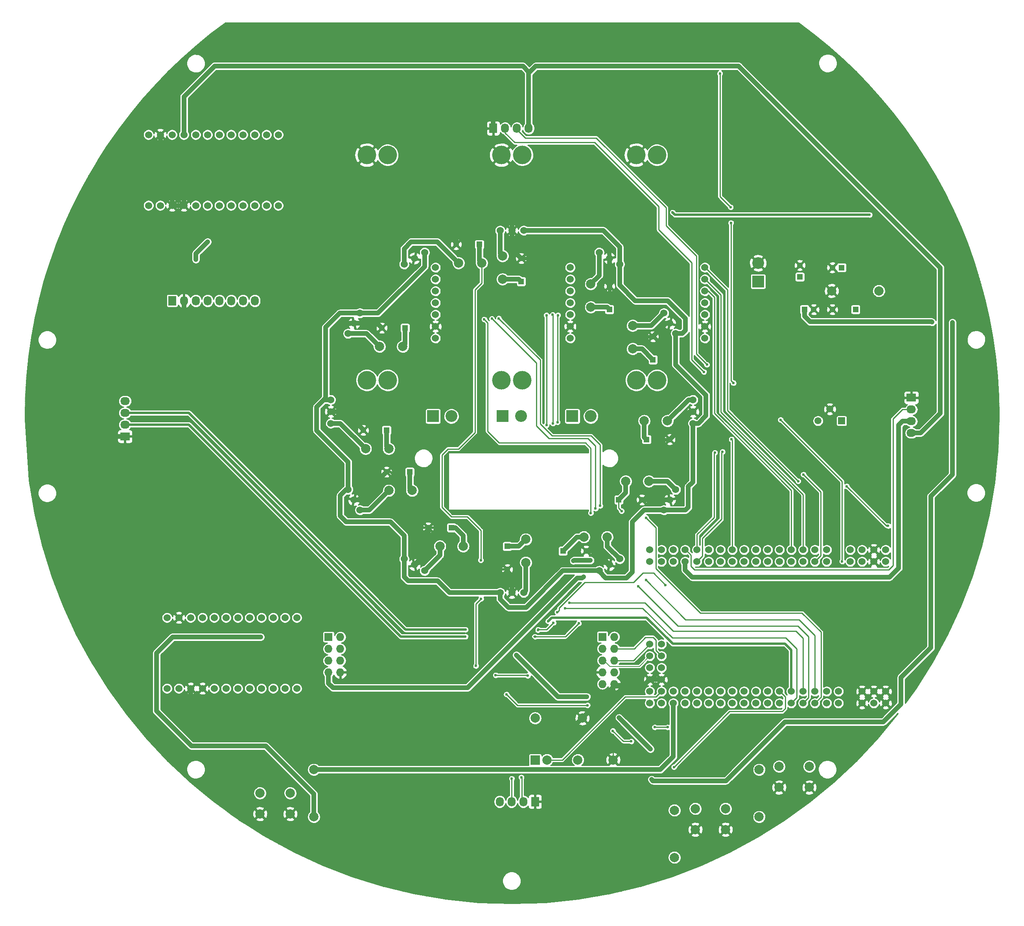
<source format=gbl>
G04 #@! TF.FileFunction,Copper,L2,Bot,Signal*
%FSLAX46Y46*%
G04 Gerber Fmt 4.6, Leading zero omitted, Abs format (unit mm)*
G04 Created by KiCad (PCBNEW 4.0.1-stable) date 2016/11/10 0:02:59*
%MOMM*%
G01*
G04 APERTURE LIST*
%ADD10C,0.150000*%
%ADD11R,2.032000X1.727200*%
%ADD12O,2.032000X1.727200*%
%ADD13C,1.300000*%
%ADD14R,1.300000X1.300000*%
%ADD15R,2.000000X2.000000*%
%ADD16C,2.000000*%
%ADD17R,2.550000X2.550000*%
%ADD18C,2.550000*%
%ADD19R,1.727200X1.727200*%
%ADD20O,1.727200X1.727200*%
%ADD21C,1.998980*%
%ADD22C,1.510000*%
%ADD23R,1.510000X1.510000*%
%ADD24C,1.524000*%
%ADD25R,1.727200X2.032000*%
%ADD26O,1.727200X2.032000*%
%ADD27C,4.000000*%
%ADD28C,0.600000*%
%ADD29C,1.000000*%
%ADD30C,0.500000*%
%ADD31C,0.254000*%
%ADD32C,1.500000*%
%ADD33C,0.800000*%
%ADD34C,0.152400*%
G04 APERTURE END LIST*
D10*
D11*
X56210000Y-105850000D03*
D12*
X56210000Y-103310000D03*
X56210000Y-100770000D03*
X56210000Y-98230000D03*
D13*
X201500000Y-69000000D03*
D14*
X201500000Y-71500000D03*
X141500000Y-72500000D03*
D13*
X141500000Y-67500000D03*
D14*
X160500000Y-78500000D03*
D13*
X160500000Y-73500000D03*
D14*
X169875000Y-89340000D03*
D13*
X169875000Y-84340000D03*
D14*
X168500000Y-106500000D03*
D13*
X173500000Y-106500000D03*
D14*
X162500000Y-119500000D03*
D13*
X167500000Y-119500000D03*
D14*
X150500000Y-130500000D03*
D13*
X155500000Y-130500000D03*
D14*
X202500000Y-78500000D03*
D13*
X204500000Y-78500000D03*
D14*
X138500000Y-129500000D03*
D13*
X138500000Y-134500000D03*
D14*
X126500000Y-125500000D03*
D13*
X121500000Y-125500000D03*
D14*
X117500000Y-113500000D03*
D13*
X112500000Y-113500000D03*
D14*
X213500000Y-78500000D03*
D13*
X208500000Y-78500000D03*
D14*
X112500000Y-104500000D03*
D13*
X107500000Y-104500000D03*
D14*
X210500000Y-69500000D03*
D13*
X208500000Y-69500000D03*
D14*
X116500000Y-82500000D03*
D13*
X111500000Y-82500000D03*
D14*
X132500000Y-64500000D03*
D13*
X127500000Y-64500000D03*
D15*
X144500000Y-175500000D03*
D16*
X147040000Y-175500000D03*
D17*
X192500000Y-72480000D03*
D18*
X192500000Y-68520000D03*
D19*
X159000000Y-149000000D03*
D20*
X161540000Y-149000000D03*
X159000000Y-151540000D03*
X161540000Y-151540000D03*
X159000000Y-154080000D03*
X161540000Y-154080000D03*
X159000000Y-156620000D03*
X161540000Y-156620000D03*
X159000000Y-159160000D03*
X161540000Y-159160000D03*
D19*
X100025000Y-149030000D03*
D20*
X102565000Y-149030000D03*
X100025000Y-151570000D03*
X102565000Y-151570000D03*
X100025000Y-154110000D03*
X102565000Y-154110000D03*
X100025000Y-156650000D03*
X102565000Y-156650000D03*
D17*
X122520000Y-101500000D03*
D18*
X126480000Y-101500000D03*
D17*
X152520000Y-101500000D03*
D18*
X156480000Y-101500000D03*
D17*
X137520000Y-101500000D03*
D18*
X141480000Y-101500000D03*
D21*
X137500000Y-67000640D03*
X137500000Y-72001900D03*
X156500000Y-73000640D03*
X156500000Y-78001900D03*
X165500000Y-82000640D03*
X165500000Y-87001900D03*
X172999360Y-102500000D03*
X167998100Y-102500000D03*
X168999360Y-115500000D03*
X163998100Y-115500000D03*
X159999360Y-127500000D03*
X154998100Y-127500000D03*
X142500000Y-132999360D03*
X142500000Y-127998100D03*
X124000640Y-129500000D03*
X129001900Y-129500000D03*
X113000640Y-117500000D03*
X118001900Y-117500000D03*
D22*
X205420000Y-102500000D03*
D23*
X210500000Y-102500000D03*
D22*
X207960000Y-99960000D03*
D21*
X108000640Y-108500000D03*
X113001900Y-108500000D03*
X218500000Y-74500000D03*
X208340000Y-74500000D03*
X111000640Y-86500000D03*
X116001900Y-86500000D03*
X128000640Y-68500000D03*
X133001900Y-68500000D03*
X96850000Y-187765000D03*
X96850000Y-177605000D03*
X192735000Y-187765000D03*
X192735000Y-177605000D03*
X174500000Y-196500000D03*
X174500000Y-186340000D03*
X144500000Y-166500000D03*
X154660000Y-166500000D03*
D16*
X153700160Y-175500000D03*
X161299840Y-175500000D03*
X91770000Y-182630000D03*
X91770000Y-187130000D03*
X85270000Y-182630000D03*
X85270000Y-187130000D03*
X203530000Y-176915000D03*
X203530000Y-181415000D03*
X197030000Y-176915000D03*
X197030000Y-181415000D03*
X185500000Y-186000000D03*
X185500000Y-190500000D03*
X179000000Y-186000000D03*
X179000000Y-190500000D03*
D24*
X142040000Y-61500000D03*
X139500000Y-61500000D03*
X136960000Y-61500000D03*
X162699705Y-68770000D03*
X160500000Y-67500000D03*
X158300295Y-66230000D03*
X174770000Y-83699705D03*
X173500000Y-81500000D03*
X172230000Y-79300295D03*
X178500000Y-103040000D03*
X178500000Y-100500000D03*
X178500000Y-97960000D03*
X172230000Y-121699705D03*
X173500000Y-119500000D03*
X174770000Y-117300295D03*
X158300295Y-134770000D03*
X160500000Y-133500000D03*
X162699705Y-132230000D03*
X136960000Y-139500000D03*
X139500000Y-139500000D03*
X142040000Y-139500000D03*
X116300295Y-132230000D03*
X118500000Y-133500000D03*
X120699705Y-134770000D03*
D25*
X135500000Y-39500000D03*
D26*
X138040000Y-39500000D03*
X140580000Y-39500000D03*
X143120000Y-39500000D03*
D11*
X225500000Y-97500000D03*
D12*
X225500000Y-100040000D03*
X225500000Y-102580000D03*
X225500000Y-105120000D03*
D25*
X144500000Y-184500000D03*
D26*
X141960000Y-184500000D03*
X139420000Y-184500000D03*
X136880000Y-184500000D03*
D24*
X104230000Y-117300295D03*
X105500000Y-119500000D03*
X106770000Y-121699705D03*
X100500000Y-97960000D03*
X100500000Y-100500000D03*
X100500000Y-103040000D03*
X106770000Y-79300295D03*
X105500000Y-81500000D03*
X104230000Y-83699705D03*
X120699705Y-66230000D03*
X118500000Y-67500000D03*
X116300295Y-68770000D03*
X186960000Y-163280000D03*
X207280000Y-130260000D03*
X204740000Y-132800000D03*
X204740000Y-130260000D03*
X202200000Y-132800000D03*
X202200000Y-130260000D03*
X199660000Y-132800000D03*
X199660000Y-130260000D03*
X197120000Y-132800000D03*
X197120000Y-130260000D03*
X194580000Y-132800000D03*
X194580000Y-130260000D03*
X192040000Y-132800000D03*
X192040000Y-130260000D03*
X189500000Y-132800000D03*
X189500000Y-130260000D03*
X186960000Y-132800000D03*
X186960000Y-130260000D03*
X184420000Y-132800000D03*
X184420000Y-130260000D03*
X181880000Y-132800000D03*
X181880000Y-130260000D03*
X179340000Y-132800000D03*
X179340000Y-130260000D03*
X176800000Y-132800000D03*
X176800000Y-130260000D03*
X174260000Y-132800000D03*
X174260000Y-130260000D03*
X171720000Y-132800000D03*
X171720000Y-130260000D03*
X169180000Y-132800000D03*
X169180000Y-130260000D03*
X207280000Y-132800000D03*
X212360000Y-132800000D03*
X212360000Y-130260000D03*
X214900000Y-132800000D03*
X214900000Y-130260000D03*
X217440000Y-132800000D03*
X217440000Y-130260000D03*
X219980000Y-130260000D03*
X219980000Y-132800000D03*
X169180000Y-150580000D03*
X171720000Y-150580000D03*
X169180000Y-155660000D03*
X169180000Y-153120000D03*
X171720000Y-155660000D03*
X171720000Y-153120000D03*
X186960000Y-160740000D03*
X184420000Y-163280000D03*
X184420000Y-160740000D03*
X181880000Y-163280000D03*
X181880000Y-160740000D03*
X179340000Y-163280000D03*
X179340000Y-160740000D03*
X176800000Y-163280000D03*
X176800000Y-160740000D03*
X174260000Y-163280000D03*
X174260000Y-160740000D03*
X171720000Y-163280000D03*
X171720000Y-160740000D03*
X169180000Y-163280000D03*
X169180000Y-160740000D03*
X209820000Y-163280000D03*
X209820000Y-160740000D03*
X207280000Y-163280000D03*
X207280000Y-160740000D03*
X204740000Y-163280000D03*
X204740000Y-160740000D03*
X202200000Y-163280000D03*
X202200000Y-160740000D03*
X199660000Y-163280000D03*
X199660000Y-160740000D03*
X197120000Y-163280000D03*
X197120000Y-160740000D03*
X194580000Y-163280000D03*
X194580000Y-160740000D03*
X192040000Y-163280000D03*
X192040000Y-160740000D03*
X214900000Y-163280000D03*
X214900000Y-160740000D03*
X217440000Y-163280000D03*
X217440000Y-160740000D03*
X219980000Y-163280000D03*
X219980000Y-160740000D03*
X169180000Y-158200000D03*
X171720000Y-158200000D03*
X189500000Y-163280000D03*
X189500000Y-160740000D03*
X89200000Y-56120000D03*
X89200000Y-40880000D03*
X86660000Y-56120000D03*
X84120000Y-56120000D03*
X81580000Y-56120000D03*
X79040000Y-56120000D03*
X76500000Y-56120000D03*
X73960000Y-56120000D03*
X71420000Y-56120000D03*
X68880000Y-56120000D03*
X66340000Y-56120000D03*
X63800000Y-56120000D03*
X61260000Y-56120000D03*
X61260000Y-40880000D03*
X66340000Y-40880000D03*
X63800000Y-40880000D03*
X68880000Y-40880000D03*
X71420000Y-40880000D03*
X73960000Y-40880000D03*
X76500000Y-40880000D03*
X79040000Y-40880000D03*
X81580000Y-40880000D03*
X84120000Y-40880000D03*
X86660000Y-40880000D03*
X93200000Y-160120000D03*
X93200000Y-144880000D03*
X90660000Y-160120000D03*
X88120000Y-160120000D03*
X85580000Y-160120000D03*
X83040000Y-160120000D03*
X80500000Y-160120000D03*
X77960000Y-160120000D03*
X75420000Y-160120000D03*
X72880000Y-160120000D03*
X70340000Y-160120000D03*
X67800000Y-160120000D03*
X65260000Y-160120000D03*
X65260000Y-144880000D03*
X70340000Y-144880000D03*
X67800000Y-144880000D03*
X72880000Y-144880000D03*
X75420000Y-144880000D03*
X77960000Y-144880000D03*
X80500000Y-144880000D03*
X83040000Y-144880000D03*
X85580000Y-144880000D03*
X88120000Y-144880000D03*
X90660000Y-144880000D03*
D25*
X66370000Y-76640000D03*
D26*
X68910000Y-76640000D03*
X71450000Y-76640000D03*
X73990000Y-76640000D03*
X76530000Y-76640000D03*
X79070000Y-76640000D03*
X81610000Y-76640000D03*
X84150000Y-76640000D03*
D27*
X108250000Y-45250000D03*
X112750000Y-45250000D03*
X112750000Y-93750000D03*
X108250000Y-93750000D03*
D24*
X123050000Y-84700000D03*
X123050000Y-82160000D03*
X123050000Y-79620000D03*
X123050000Y-77080000D03*
X123050000Y-74540000D03*
X123050000Y-72000000D03*
X123050000Y-69460000D03*
D27*
X166250000Y-45250000D03*
X170750000Y-45250000D03*
X170750000Y-93750000D03*
X166250000Y-93750000D03*
D24*
X181050000Y-84700000D03*
X181050000Y-82160000D03*
X181050000Y-79620000D03*
X181050000Y-77080000D03*
X181050000Y-74540000D03*
X181050000Y-72000000D03*
X181050000Y-69460000D03*
D27*
X137250000Y-45250000D03*
X141750000Y-45250000D03*
X141750000Y-93750000D03*
X137250000Y-93750000D03*
D24*
X152050000Y-84700000D03*
X152050000Y-82160000D03*
X152050000Y-79620000D03*
X152050000Y-77080000D03*
X152050000Y-74540000D03*
X152050000Y-72000000D03*
X152050000Y-69460000D03*
D28*
X216510000Y-58120000D03*
X174090000Y-57610000D03*
X158630000Y-170890000D03*
X187630000Y-82260000D03*
X217970000Y-120770000D03*
X135270000Y-29010000D03*
X208690000Y-86570000D03*
X204650000Y-89460000D03*
X207770000Y-93010000D03*
X118440000Y-62139998D03*
X118500000Y-67500000D03*
X220510000Y-125100000D03*
X211590000Y-116590000D03*
X210590000Y-132770000D03*
X197350000Y-102280000D03*
X168370000Y-123350000D03*
X163120000Y-121920000D03*
X168370000Y-136770000D03*
X229970002Y-81260000D03*
X169580000Y-179720000D03*
X169350000Y-173180000D03*
X162590000Y-166420000D03*
X234340000Y-81310000D03*
X166730000Y-138090000D03*
X151920000Y-141660000D03*
X150970000Y-142890000D03*
X73355000Y-149030000D03*
X85420000Y-149030000D03*
X147300000Y-145620000D03*
X155650000Y-161930000D03*
X140460000Y-152950000D03*
X174410000Y-177030000D03*
X173050000Y-168470000D03*
X170260000Y-168450000D03*
X165200000Y-171500000D03*
X161240000Y-169240000D03*
X155780000Y-163740000D03*
X138340000Y-161390000D03*
X131750000Y-155240000D03*
X132860000Y-140800000D03*
X132810000Y-132500000D03*
X156420000Y-132530000D03*
X152760000Y-132640000D03*
X154910000Y-136070002D03*
X180840000Y-91960000D03*
X183210000Y-109340000D03*
X181490000Y-90380000D03*
X184840000Y-109160000D03*
X153900000Y-146080000D03*
X144530000Y-148970000D03*
X129480000Y-148940000D03*
X172580000Y-137830000D03*
X149270000Y-143680000D03*
X148460000Y-145970000D03*
X145160000Y-147440000D03*
X129520000Y-147440000D03*
X141960000Y-184500000D03*
X141520000Y-179260000D03*
X139420000Y-184500000D03*
X139470000Y-179530000D03*
X171720000Y-132800000D03*
X148290000Y-79640000D03*
X148340000Y-103050000D03*
X202270000Y-114060000D03*
X146950000Y-103390000D03*
X146950000Y-79750000D03*
X149330000Y-102780000D03*
X149420000Y-79750000D03*
X201150000Y-115480000D03*
X157520000Y-121350000D03*
X135190000Y-80490000D03*
X158510000Y-120770000D03*
X136660000Y-80420000D03*
X156500000Y-122330000D03*
X133540000Y-80640000D03*
X142920000Y-157370000D03*
X135990000Y-157260000D03*
X184300000Y-27700000D03*
X186590000Y-56490000D03*
X186680000Y-59870000D03*
X187200000Y-94340000D03*
X186780000Y-106460000D03*
X71450000Y-67750000D03*
X73990000Y-63940000D03*
D29*
X137500000Y-72001900D02*
X141001900Y-72001900D01*
X141001900Y-72001900D02*
X141500000Y-72500000D01*
D30*
X174600000Y-58120000D02*
X216510000Y-58120000D01*
X174090000Y-57610000D02*
X174600000Y-58120000D01*
D31*
X161299840Y-173559840D02*
X161299840Y-175500000D01*
X158630000Y-170890000D02*
X161299840Y-173559840D01*
D29*
X70340000Y-160120000D02*
X70340000Y-168450000D01*
X151230000Y-169930000D02*
X161540000Y-159620000D01*
X71820000Y-169930000D02*
X151230000Y-169930000D01*
X70340000Y-168450000D02*
X71820000Y-169930000D01*
X161540000Y-159620000D02*
X167760000Y-159620000D01*
X167760000Y-159620000D02*
X169180000Y-158200000D01*
X169180000Y-158200000D02*
X171720000Y-158200000D01*
X68910000Y-76640000D02*
X68910000Y-86590000D01*
X68910000Y-86590000D02*
X61610000Y-93890000D01*
X61610000Y-93890000D02*
X53400000Y-93890000D01*
X53400000Y-93890000D02*
X51500000Y-95790000D01*
X51500000Y-95790000D02*
X51500000Y-104780000D01*
X51500000Y-104780000D02*
X52570000Y-105850000D01*
X52570000Y-105850000D02*
X56210000Y-105850000D01*
X187630000Y-82260000D02*
X201260000Y-95890000D01*
X201260000Y-95890000D02*
X201260000Y-104220000D01*
X201260000Y-104220000D02*
X217810000Y-120770000D01*
X217810000Y-120770000D02*
X217970000Y-120770000D01*
X63800000Y-40880000D02*
X63800000Y-48300000D01*
X66340000Y-50840000D02*
X66340000Y-56120000D01*
X63800000Y-48300000D02*
X66340000Y-50840000D01*
X66340000Y-56120000D02*
X68880000Y-56120000D01*
X135500000Y-29290000D02*
X111360000Y-29290000D01*
X68880000Y-54490000D02*
X68880000Y-56120000D01*
X70580000Y-52790000D02*
X68880000Y-54490000D01*
X87860000Y-52790000D02*
X70580000Y-52790000D01*
X111360000Y-29290000D02*
X87860000Y-52790000D01*
X135500000Y-29240000D02*
X135500000Y-29290000D01*
X135500000Y-29290000D02*
X135500000Y-39500000D01*
X135270000Y-29010000D02*
X135500000Y-29240000D01*
D30*
X128675000Y-134500000D02*
X138500000Y-134500000D01*
X126695000Y-132520000D02*
X128675000Y-134500000D01*
D29*
X138500000Y-134500000D02*
X138500000Y-135435000D01*
X139500000Y-136435000D02*
X139500000Y-139500000D01*
X138500000Y-135435000D02*
X139500000Y-136435000D01*
D32*
X208690000Y-86570000D02*
X205800000Y-89460000D01*
X204650000Y-89890000D02*
X204650000Y-89460000D01*
X207770000Y-93010000D02*
X204650000Y-89890000D01*
X205800000Y-89460000D02*
X204650000Y-89460000D01*
D30*
X121500000Y-125500000D02*
X123485000Y-125500000D01*
X126695000Y-128710000D02*
X126695000Y-132520000D01*
X123485000Y-125500000D02*
X126695000Y-128710000D01*
X112500000Y-113500000D02*
X113390000Y-113500000D01*
X119675000Y-125500000D02*
X121500000Y-125500000D01*
X115265000Y-121090000D02*
X119675000Y-125500000D01*
X115265000Y-115375000D02*
X115265000Y-121090000D01*
X113390000Y-113500000D02*
X115265000Y-115375000D01*
D29*
X105500000Y-81500000D02*
X103420000Y-81500000D01*
X103565000Y-97325000D02*
X103565000Y-100500000D01*
X101930000Y-95690000D02*
X103565000Y-97325000D01*
X101930000Y-82990000D02*
X101930000Y-95690000D01*
X103420000Y-81500000D02*
X101930000Y-82990000D01*
D30*
X107500000Y-104500000D02*
X107565000Y-104500000D01*
X107565000Y-104500000D02*
X110820000Y-107755000D01*
X110820000Y-111820000D02*
X112500000Y-113500000D01*
X110820000Y-107755000D02*
X110820000Y-111820000D01*
D29*
X112500000Y-113500000D02*
X112695000Y-113500000D01*
X105500000Y-81500000D02*
X110500000Y-81500000D01*
X110500000Y-81500000D02*
X111500000Y-82500000D01*
X121500000Y-125500000D02*
X121500000Y-130500000D01*
X121500000Y-130500000D02*
X118500000Y-133500000D01*
X107500000Y-104500000D02*
X107500000Y-104435000D01*
X107500000Y-104435000D02*
X103565000Y-100500000D01*
X103565000Y-100500000D02*
X100500000Y-100500000D01*
X105500000Y-119500000D02*
X106500000Y-119500000D01*
X106500000Y-119500000D02*
X112500000Y-113500000D01*
X127330000Y-59960000D02*
X134145000Y-59960000D01*
X139500000Y-60235000D02*
X139500000Y-61500000D01*
X138125000Y-58860000D02*
X139500000Y-60235000D01*
X135245000Y-58860000D02*
X138125000Y-58860000D01*
X134145000Y-59960000D02*
X135245000Y-58860000D01*
D30*
X167500000Y-119500000D02*
X167500000Y-119655000D01*
X167500000Y-119655000D02*
X163525000Y-123630000D01*
X157175000Y-126805000D02*
X157175000Y-130500000D01*
X160350000Y-123630000D02*
X157175000Y-126805000D01*
X163525000Y-123630000D02*
X160350000Y-123630000D01*
X173500000Y-106500000D02*
X171765000Y-106500000D01*
X166700000Y-118700000D02*
X167500000Y-119500000D01*
X166700000Y-111565000D02*
X166700000Y-118700000D01*
X171765000Y-106500000D02*
X166700000Y-111565000D01*
D33*
X169875000Y-84340000D02*
X169974998Y-84340000D01*
X169974998Y-84340000D02*
X173069998Y-87435000D01*
X171795000Y-106500000D02*
X173500000Y-106500000D01*
X170510000Y-105215000D02*
X171795000Y-106500000D01*
X170510000Y-101405000D02*
X170510000Y-105215000D01*
X174320000Y-97595000D02*
X170510000Y-101405000D01*
X174320000Y-92515000D02*
X174320000Y-97595000D01*
X173069998Y-91264998D02*
X174320000Y-92515000D01*
X173069998Y-87435000D02*
X173069998Y-91264998D01*
X160500000Y-73500000D02*
X160500000Y-74885000D01*
X164240000Y-84340000D02*
X169875000Y-84340000D01*
X162890000Y-82990000D02*
X164240000Y-84340000D01*
X162890000Y-77275000D02*
X162890000Y-82990000D01*
X160500000Y-74885000D02*
X162890000Y-77275000D01*
X141500000Y-67500000D02*
X144090000Y-67500000D01*
X160500000Y-65360000D02*
X160500000Y-67500000D01*
X159080000Y-63940000D02*
X160500000Y-65360000D01*
X147650000Y-63940000D02*
X159080000Y-63940000D01*
X144090000Y-67500000D02*
X147650000Y-63940000D01*
D29*
X127500000Y-59960000D02*
X127330000Y-59960000D01*
X127330000Y-59960000D02*
X120619998Y-59960000D01*
X120619998Y-59960000D02*
X118440000Y-62139998D01*
X127500000Y-64500000D02*
X127500000Y-59960000D01*
X155500000Y-130500000D02*
X157175000Y-130500000D01*
X157175000Y-130500000D02*
X157500000Y-130500000D01*
X157500000Y-130500000D02*
X160500000Y-133500000D01*
X167500000Y-119500000D02*
X173500000Y-119500000D01*
X178500000Y-100500000D02*
X177765000Y-100500000D01*
X177765000Y-100500000D02*
X175590000Y-102675000D01*
X175590000Y-102675000D02*
X175590000Y-104410000D01*
X175590000Y-104410000D02*
X173500000Y-106500000D01*
X173500000Y-81500000D02*
X172715000Y-81500000D01*
X172715000Y-81500000D02*
X169875000Y-84340000D01*
X160500000Y-67500000D02*
X160500000Y-73500000D01*
X139500000Y-61500000D02*
X139500000Y-65500000D01*
X139500000Y-65500000D02*
X141500000Y-67500000D01*
X156500000Y-78001900D02*
X160001900Y-78001900D01*
X160001900Y-78001900D02*
X160500000Y-78500000D01*
D31*
X220100000Y-125100000D02*
X220510000Y-125100000D01*
X211590000Y-116590000D02*
X220100000Y-125100000D01*
D29*
X165500000Y-87001900D02*
X167536900Y-87001900D01*
X167536900Y-87001900D02*
X169875000Y-89340000D01*
D31*
X210590000Y-115520000D02*
X210590000Y-132770000D01*
X197350000Y-102280000D02*
X210590000Y-115520000D01*
D29*
X167998100Y-102500000D02*
X167998100Y-105998100D01*
X167998100Y-105998100D02*
X168500000Y-106500000D01*
D31*
X162500000Y-119500000D02*
X162500000Y-121300000D01*
X206060000Y-161960000D02*
X204740000Y-163280000D01*
X206060000Y-147970000D02*
X206060000Y-161960000D01*
X201970000Y-143880000D02*
X206060000Y-147970000D01*
X180100000Y-143880000D02*
X201970000Y-143880000D01*
X170500000Y-134280000D02*
X180100000Y-143880000D01*
X170500000Y-125480000D02*
X170500000Y-134280000D01*
X168370000Y-123350000D02*
X170500000Y-125480000D01*
X162500000Y-121300000D02*
X163120000Y-121920000D01*
D29*
X163998100Y-115500000D02*
X163998100Y-118001900D01*
X163998100Y-118001900D02*
X162500000Y-119500000D01*
X154998100Y-127500000D02*
X153500000Y-127500000D01*
X153500000Y-127500000D02*
X150500000Y-130500000D01*
D31*
X204740000Y-148690000D02*
X204740000Y-160740000D01*
X201350000Y-145300000D02*
X204740000Y-148690000D01*
X176900000Y-145300000D02*
X201350000Y-145300000D01*
X168370000Y-136770000D02*
X176900000Y-145300000D01*
D29*
X202500000Y-79980000D02*
X202500000Y-78500000D01*
X203670000Y-81150000D02*
X202500000Y-79980000D01*
X229860002Y-81150000D02*
X203670000Y-81150000D01*
X229970002Y-81260000D02*
X229860002Y-81150000D01*
X219480000Y-167310000D02*
X223280000Y-163510000D01*
X198300000Y-167310000D02*
X219480000Y-167310000D01*
X185610000Y-180000000D02*
X198300000Y-167310000D01*
X169860000Y-180000000D02*
X185610000Y-180000000D01*
X169580000Y-179720000D02*
X169860000Y-180000000D01*
X162590000Y-166420000D02*
X169350000Y-173180000D01*
X234340000Y-81310000D02*
X234340000Y-114080000D01*
X234340000Y-114080000D02*
X229720000Y-118700000D01*
X229720000Y-151340000D02*
X229720000Y-118700000D01*
X223280000Y-157780000D02*
X229720000Y-151340000D01*
X223280000Y-163510000D02*
X223280000Y-157780000D01*
D31*
X203390000Y-162090000D02*
X202200000Y-163280000D01*
X203390000Y-148930000D02*
X203390000Y-162090000D01*
X201100000Y-146640000D02*
X203390000Y-148930000D01*
X175280000Y-146640000D02*
X201100000Y-146640000D01*
X166730000Y-138090000D02*
X175280000Y-146640000D01*
D29*
X138500000Y-129500000D02*
X140998100Y-129500000D01*
X140998100Y-129500000D02*
X142500000Y-127998100D01*
X126500000Y-125500000D02*
X127295000Y-125500000D01*
X129001900Y-127206900D02*
X129001900Y-129500000D01*
X127295000Y-125500000D02*
X129001900Y-127206900D01*
D31*
X202200000Y-149310000D02*
X202200000Y-160740000D01*
X200700000Y-147810000D02*
X202200000Y-149310000D01*
X174280000Y-147810000D02*
X200700000Y-147810000D01*
X168130000Y-141660000D02*
X174280000Y-147810000D01*
X151920000Y-141660000D02*
X168130000Y-141660000D01*
X200870000Y-162070000D02*
X199660000Y-163280000D01*
X200870000Y-151610000D02*
X200870000Y-162070000D01*
X198470000Y-149210000D02*
X200870000Y-151610000D01*
X174050000Y-149210000D02*
X198470000Y-149210000D01*
X167680000Y-142840000D02*
X174050000Y-149210000D01*
X151020000Y-142840000D02*
X167680000Y-142840000D01*
X150970000Y-142890000D02*
X151020000Y-142840000D01*
D29*
X117500000Y-113500000D02*
X117500000Y-116998100D01*
X117500000Y-116998100D02*
X118001900Y-117500000D01*
X73355000Y-149030000D02*
X66470000Y-149030000D01*
X96850000Y-182850000D02*
X96850000Y-187765000D01*
X86500000Y-172500000D02*
X96850000Y-182850000D01*
X70500000Y-172500000D02*
X86500000Y-172500000D01*
X63000000Y-165000000D02*
X70500000Y-172500000D01*
X63000000Y-152500000D02*
X63000000Y-165000000D01*
X66470000Y-149030000D02*
X63000000Y-152500000D01*
X143120000Y-27730000D02*
X143120000Y-27360000D01*
X68880000Y-32700000D02*
X68880000Y-40880000D01*
X75480000Y-26100000D02*
X68880000Y-32700000D01*
X141860000Y-26100000D02*
X75480000Y-26100000D01*
X143120000Y-27360000D02*
X141860000Y-26100000D01*
X225500000Y-105120000D02*
X227520000Y-105120000D01*
X143120000Y-27630000D02*
X143120000Y-27730000D01*
X144630000Y-26120000D02*
X143120000Y-27630000D01*
X188320000Y-26120000D02*
X144630000Y-26120000D01*
X231750000Y-69550000D02*
X188320000Y-26120000D01*
X231750000Y-100890000D02*
X231750000Y-69550000D01*
X227520000Y-105120000D02*
X231750000Y-100890000D01*
X143120000Y-27730000D02*
X143120000Y-39500000D01*
X85420000Y-149030000D02*
X73355000Y-149030000D01*
X174770000Y-83699705D02*
X174770000Y-90425000D01*
X179670000Y-103040000D02*
X178500000Y-103040000D01*
X181305000Y-101405000D02*
X179670000Y-103040000D01*
X181305000Y-96960000D02*
X181305000Y-101405000D01*
X174770000Y-90425000D02*
X181305000Y-96960000D01*
X178500000Y-103040000D02*
X178500000Y-115640000D01*
X178500000Y-115640000D02*
X177495000Y-116645000D01*
X177495000Y-116645000D02*
X177495000Y-121090000D01*
X177495000Y-121090000D02*
X176885295Y-121699705D01*
X176885295Y-121699705D02*
X172230000Y-121699705D01*
X158300295Y-134770000D02*
X158300295Y-134915295D01*
X158300295Y-134915295D02*
X159715000Y-136330000D01*
X159715000Y-136330000D02*
X164160000Y-136330000D01*
X164160000Y-136330000D02*
X165430000Y-135060000D01*
X165430000Y-135060000D02*
X165430000Y-124265000D01*
X165430000Y-124265000D02*
X167995295Y-121699705D01*
X167995295Y-121699705D02*
X172230000Y-121699705D01*
X136960000Y-139500000D02*
X136960000Y-140880000D01*
X150480000Y-134770000D02*
X158300295Y-134770000D01*
X142570000Y-142680000D02*
X150480000Y-134770000D01*
X138760000Y-142680000D02*
X142570000Y-142680000D01*
X136960000Y-140880000D02*
X138760000Y-142680000D01*
X104230000Y-117300295D02*
X104230000Y-111325000D01*
X97485000Y-99500000D02*
X99390000Y-97595000D01*
X97485000Y-104580000D02*
X97485000Y-99500000D01*
X104230000Y-111325000D02*
X97485000Y-104580000D01*
X116300295Y-132230000D02*
X116300295Y-127205295D01*
X102565000Y-122995000D02*
X102565000Y-118550000D01*
X103835000Y-124265000D02*
X102565000Y-122995000D01*
X113360000Y-124265000D02*
X103835000Y-124265000D01*
X116300295Y-127205295D02*
X113360000Y-124265000D01*
X136960000Y-139500000D02*
X126055000Y-139500000D01*
X116300295Y-136095295D02*
X116300295Y-132230000D01*
X117170000Y-136965000D02*
X116300295Y-136095295D01*
X123520000Y-136965000D02*
X117170000Y-136965000D01*
X126055000Y-139500000D02*
X123520000Y-136965000D01*
X162699705Y-68770000D02*
X162699705Y-73274705D01*
X176150295Y-83699705D02*
X174770000Y-83699705D01*
X176860000Y-82990000D02*
X176150295Y-83699705D01*
X176860000Y-81609705D02*
X176860000Y-82990000D01*
X176860000Y-80450000D02*
X176860000Y-81609705D01*
X173050000Y-76640000D02*
X176860000Y-80450000D01*
X166065000Y-76640000D02*
X173050000Y-76640000D01*
X162699705Y-73274705D02*
X166065000Y-76640000D01*
X142040000Y-61500000D02*
X159180000Y-61500000D01*
X162699705Y-65019705D02*
X162699705Y-68770000D01*
X159180000Y-61500000D02*
X162699705Y-65019705D01*
X104230000Y-117300295D02*
X103814705Y-117300295D01*
X103814705Y-117300295D02*
X102565000Y-118550000D01*
X104230000Y-117300295D02*
X104230000Y-117520000D01*
X106770000Y-79300295D02*
X102444705Y-79300295D01*
X102444705Y-79300295D02*
X99390000Y-82355000D01*
X99390000Y-82355000D02*
X99390000Y-97595000D01*
X99390000Y-97595000D02*
X99390000Y-97960000D01*
X99390000Y-97960000D02*
X100500000Y-97960000D01*
X106770000Y-79300295D02*
X110699705Y-79300295D01*
X120699705Y-69300295D02*
X120699705Y-66230000D01*
X110699705Y-79300295D02*
X120699705Y-69300295D01*
D30*
X199660000Y-151830000D02*
X199660000Y-160740000D01*
X198330000Y-150500000D02*
X199660000Y-151830000D01*
X174130000Y-150500000D02*
X198330000Y-150500000D01*
X168490000Y-144860000D02*
X174130000Y-150500000D01*
X148060000Y-144860000D02*
X168490000Y-144860000D01*
X147300000Y-145620000D02*
X148060000Y-144860000D01*
D29*
X112500000Y-104500000D02*
X112500000Y-107998100D01*
X112500000Y-107998100D02*
X113001900Y-108500000D01*
X140460000Y-152950000D02*
X149440000Y-161930000D01*
X149440000Y-161930000D02*
X155650000Y-161930000D01*
X116500000Y-82500000D02*
X116500000Y-86001900D01*
X116500000Y-86001900D02*
X116001900Y-86500000D01*
D31*
X133001900Y-68500000D02*
X133001900Y-72798100D01*
X198350000Y-161890000D02*
X197200000Y-160740000D01*
X198350000Y-164430000D02*
X198350000Y-161890000D01*
X197700000Y-165080000D02*
X198350000Y-164430000D01*
X186360000Y-165080000D02*
X197700000Y-165080000D01*
X174410000Y-177030000D02*
X186360000Y-165080000D01*
X170280000Y-168470000D02*
X173050000Y-168470000D01*
X170260000Y-168450000D02*
X170280000Y-168470000D01*
X163500000Y-171500000D02*
X165200000Y-171500000D01*
X161240000Y-169240000D02*
X163500000Y-171500000D01*
X155550000Y-163740000D02*
X155780000Y-163740000D01*
X140690000Y-163740000D02*
X155550000Y-163740000D01*
X138340000Y-161390000D02*
X140690000Y-163740000D01*
X131750000Y-141910000D02*
X131750000Y-155240000D01*
X132860000Y-140800000D02*
X131750000Y-141910000D01*
X132820000Y-132490000D02*
X132810000Y-132500000D01*
X132820000Y-126060000D02*
X132820000Y-132490000D01*
X129900000Y-123140000D02*
X132820000Y-126060000D01*
X126470000Y-123140000D02*
X129900000Y-123140000D01*
X124440000Y-121110000D02*
X126470000Y-123140000D01*
X124440000Y-109810000D02*
X124440000Y-121110000D01*
X125710000Y-108540000D02*
X124440000Y-109810000D01*
X128000000Y-108540000D02*
X125710000Y-108540000D01*
X131550000Y-104990000D02*
X128000000Y-108540000D01*
X131550000Y-74250000D02*
X131550000Y-104990000D01*
X133001900Y-72798100D02*
X131550000Y-74250000D01*
X197200000Y-160740000D02*
X197120000Y-160740000D01*
D29*
X132500000Y-64500000D02*
X132500000Y-67998100D01*
X132500000Y-67998100D02*
X133001900Y-68500000D01*
D31*
X147040000Y-175500000D02*
X150330000Y-175500000D01*
X170510000Y-161950000D02*
X171720000Y-160740000D01*
X163880000Y-161950000D02*
X170510000Y-161950000D01*
X150330000Y-175500000D02*
X163880000Y-161950000D01*
X161540000Y-151540000D02*
X165840000Y-151540000D01*
X170500000Y-151900000D02*
X171720000Y-153120000D01*
X170500000Y-149710000D02*
X170500000Y-151900000D01*
X169900000Y-149110000D02*
X170500000Y-149710000D01*
X168270000Y-149110000D02*
X169900000Y-149110000D01*
X165840000Y-151540000D02*
X168270000Y-149110000D01*
D34*
X159000000Y-154080000D02*
X159330000Y-154080000D01*
X159330000Y-154080000D02*
X160600000Y-155350000D01*
X166950000Y-155350000D02*
X169180000Y-153120000D01*
X160600000Y-155350000D02*
X166950000Y-155350000D01*
D31*
X161540000Y-154080000D02*
X165680000Y-154080000D01*
X165680000Y-154080000D02*
X169180000Y-150580000D01*
D29*
X100025000Y-156650000D02*
X100025000Y-159015000D01*
X152870000Y-132530000D02*
X156420000Y-132530000D01*
X152760000Y-132640000D02*
X152870000Y-132530000D01*
X154620002Y-136360000D02*
X154910000Y-136070002D01*
X153570000Y-136360000D02*
X154620002Y-136360000D01*
X129960000Y-159970000D02*
X153570000Y-136360000D01*
X100980000Y-159970000D02*
X129960000Y-159970000D01*
X100025000Y-159015000D02*
X100980000Y-159970000D01*
X136960000Y-61500000D02*
X136960000Y-66460640D01*
X136960000Y-66460640D02*
X137500000Y-67000640D01*
X158300295Y-66230000D02*
X158300295Y-71200345D01*
X158300295Y-71200345D02*
X156500000Y-73000640D01*
X165500000Y-82000640D02*
X169529655Y-82000640D01*
X169529655Y-82000640D02*
X172230000Y-79300295D01*
X178500000Y-97960000D02*
X177539360Y-97960000D01*
X177539360Y-97960000D02*
X172999360Y-102500000D01*
X168999360Y-115500000D02*
X172969705Y-115500000D01*
X172969705Y-115500000D02*
X174770000Y-117300295D01*
X159999360Y-127500000D02*
X159999360Y-129529655D01*
X159999360Y-129529655D02*
X162699705Y-132230000D01*
X142500000Y-132999360D02*
X142500000Y-139040000D01*
X142500000Y-139040000D02*
X142040000Y-139500000D01*
X124000640Y-129500000D02*
X124000640Y-131469065D01*
X124000640Y-131469065D02*
X120699705Y-134770000D01*
X106770000Y-121699705D02*
X108800935Y-121699705D01*
X108800935Y-121699705D02*
X113000640Y-117500000D01*
X100500000Y-103040000D02*
X102540640Y-103040000D01*
X102540640Y-103040000D02*
X108000640Y-108500000D01*
X104230000Y-83699705D02*
X108200345Y-83699705D01*
X108200345Y-83699705D02*
X111000640Y-86500000D01*
X116300295Y-68770000D02*
X116300295Y-65444705D01*
X123440640Y-63940000D02*
X128000640Y-68500000D01*
X117805000Y-63940000D02*
X123440640Y-63940000D01*
X116300295Y-65444705D02*
X117805000Y-63940000D01*
X96850000Y-177605000D02*
X171445000Y-177605000D01*
X171445000Y-177605000D02*
X174260000Y-174790000D01*
X174260000Y-174790000D02*
X174260000Y-163280000D01*
D31*
X138040000Y-39500000D02*
X138040000Y-40470000D01*
X138040000Y-40470000D02*
X140130000Y-42560000D01*
X140130000Y-42560000D02*
X157310000Y-42560000D01*
X157310000Y-42560000D02*
X171110000Y-56360000D01*
X171110000Y-56360000D02*
X171110000Y-61330000D01*
X171110000Y-61330000D02*
X178210000Y-68430000D01*
X178210000Y-68430000D02*
X178210000Y-89360000D01*
X178210000Y-89360000D02*
X180810000Y-91960000D01*
X180810000Y-91960000D02*
X180840000Y-91960000D01*
X183210000Y-109340000D02*
X183040000Y-109510000D01*
X183040000Y-109510000D02*
X183040000Y-123260000D01*
X183040000Y-123260000D02*
X179340000Y-126960000D01*
X179340000Y-126960000D02*
X179340000Y-130260000D01*
X140580000Y-39500000D02*
X140580000Y-39770000D01*
X140580000Y-39770000D02*
X142370000Y-41560000D01*
X142370000Y-41560000D02*
X157670000Y-41560000D01*
X157670000Y-41560000D02*
X172700000Y-56590000D01*
X172700000Y-56590000D02*
X172700000Y-60470000D01*
X172700000Y-60470000D02*
X179200000Y-66970000D01*
X179200000Y-66970000D02*
X179200000Y-88090000D01*
X179200000Y-88090000D02*
X181490000Y-90380000D01*
X184840000Y-109160000D02*
X184650000Y-109350000D01*
X184650000Y-109350000D02*
X184650000Y-123640000D01*
X184650000Y-123640000D02*
X180530000Y-127760000D01*
X180530000Y-127760000D02*
X180530000Y-131610000D01*
X180530000Y-131610000D02*
X179340000Y-132800000D01*
X176800000Y-130260000D02*
X176940000Y-130260000D01*
X176940000Y-130260000D02*
X178070000Y-131390000D01*
X178070000Y-131390000D02*
X178070000Y-133790000D01*
X178070000Y-133790000D02*
X178830000Y-134550000D01*
X178830000Y-134550000D02*
X220640000Y-134550000D01*
X220640000Y-134550000D02*
X221530000Y-133660000D01*
X221530000Y-133660000D02*
X221530000Y-102090000D01*
X221530000Y-102090000D02*
X223580000Y-100040000D01*
X223580000Y-100040000D02*
X225500000Y-100040000D01*
D29*
X176800000Y-132800000D02*
X176800000Y-134620000D01*
X223620000Y-102580000D02*
X225500000Y-102580000D01*
X222770000Y-103430000D02*
X223620000Y-102580000D01*
X222770000Y-134200000D02*
X222770000Y-103430000D01*
X220820000Y-136150000D02*
X222770000Y-134200000D01*
X178330000Y-136150000D02*
X220820000Y-136150000D01*
X176800000Y-134620000D02*
X178330000Y-136150000D01*
D31*
X144530000Y-148970000D02*
X151010000Y-148970000D01*
X151010000Y-148970000D02*
X153900000Y-146080000D01*
D30*
X56210000Y-103310000D02*
X69920000Y-103310000D01*
X144500000Y-148940000D02*
X144380000Y-148940000D01*
X144530000Y-148970000D02*
X144500000Y-148940000D01*
X115550000Y-148940000D02*
X129480000Y-148940000D01*
X69920000Y-103310000D02*
X115550000Y-148940000D01*
D31*
X145160000Y-147440000D02*
X146990000Y-147440000D01*
X170020000Y-135270000D02*
X172580000Y-137830000D01*
X167740000Y-135270000D02*
X170020000Y-135270000D01*
X165710000Y-137300000D02*
X167740000Y-135270000D01*
X155170000Y-137300000D02*
X165710000Y-137300000D01*
X149680000Y-142790000D02*
X155170000Y-137300000D01*
X149680000Y-143270000D02*
X149680000Y-142790000D01*
X149270000Y-143680000D02*
X149680000Y-143270000D01*
X146990000Y-147440000D02*
X148460000Y-145970000D01*
D30*
X56210000Y-100770000D02*
X69930000Y-100770000D01*
X145100000Y-147500000D02*
X145100000Y-147590000D01*
X145160000Y-147440000D02*
X145100000Y-147500000D01*
X129480000Y-147400000D02*
X129520000Y-147440000D01*
X116560000Y-147400000D02*
X129480000Y-147400000D01*
X69930000Y-100770000D02*
X116560000Y-147400000D01*
D31*
X141960000Y-184500000D02*
X141610000Y-184150000D01*
X141610000Y-184150000D02*
X141610000Y-179350000D01*
X141610000Y-179350000D02*
X141520000Y-179260000D01*
X139420000Y-184500000D02*
X139470000Y-184450000D01*
X139470000Y-184450000D02*
X139470000Y-179530000D01*
X148290000Y-79640000D02*
X148340000Y-79690000D01*
X148340000Y-79690000D02*
X148340000Y-103050000D01*
X202270000Y-114060000D02*
X206010000Y-117800000D01*
X206010000Y-117800000D02*
X206010000Y-131530000D01*
X206010000Y-131530000D02*
X204740000Y-132800000D01*
X146950000Y-79750000D02*
X146950000Y-103390000D01*
X149330000Y-79840000D02*
X149330000Y-102780000D01*
X149420000Y-79750000D02*
X149330000Y-79840000D01*
X181050000Y-72000000D02*
X181110000Y-72000000D01*
X181110000Y-72000000D02*
X184500000Y-75390000D01*
X184500000Y-75390000D02*
X184500000Y-100650000D01*
X184500000Y-100650000D02*
X202200000Y-118350000D01*
X202200000Y-118350000D02*
X202200000Y-130260000D01*
X181050000Y-69460000D02*
X181080000Y-69460000D01*
X181080000Y-69460000D02*
X185910000Y-74290000D01*
X185910000Y-74290000D02*
X185910000Y-100240000D01*
X185910000Y-100240000D02*
X201150000Y-115480000D01*
X181050000Y-74540000D02*
X181750000Y-74540000D01*
X181750000Y-74540000D02*
X183100000Y-75890000D01*
X183100000Y-75890000D02*
X183100000Y-100900000D01*
X183100000Y-100900000D02*
X199660000Y-117460000D01*
X199660000Y-117460000D02*
X199660000Y-130260000D01*
X157520000Y-107900000D02*
X157520000Y-121350000D01*
X155904002Y-106284002D02*
X157520000Y-107900000D01*
X147484002Y-106284002D02*
X155904002Y-106284002D01*
X144760000Y-103560000D02*
X147484002Y-106284002D01*
X144760000Y-90060000D02*
X144760000Y-103560000D01*
X135190000Y-80490000D02*
X144760000Y-90060000D01*
X158510000Y-107680000D02*
X158510000Y-120770000D01*
X156560000Y-105730000D02*
X158510000Y-107680000D01*
X148170000Y-105730000D02*
X156560000Y-105730000D01*
X145610000Y-103170000D02*
X148170000Y-105730000D01*
X145610000Y-89370000D02*
X145610000Y-103170000D01*
X136660000Y-80420000D02*
X145610000Y-89370000D01*
X156500000Y-108420000D02*
X156500000Y-122330000D01*
X155320000Y-107240000D02*
X156500000Y-108420000D01*
X136770000Y-107240000D02*
X155320000Y-107240000D01*
X134260000Y-104730000D02*
X136770000Y-107240000D01*
X134260000Y-81360000D02*
X134260000Y-104730000D01*
X133540000Y-80640000D02*
X134260000Y-81360000D01*
X142920000Y-157370000D02*
X142810000Y-157260000D01*
X142810000Y-157260000D02*
X135990000Y-157260000D01*
X186960000Y-130260000D02*
X186960000Y-106640000D01*
X184300000Y-32490000D02*
X184300000Y-27700000D01*
X184300000Y-54200000D02*
X184300000Y-32490000D01*
X186590000Y-56490000D02*
X184300000Y-54200000D01*
X186680000Y-93820000D02*
X186680000Y-59870000D01*
X187200000Y-94340000D02*
X186680000Y-93820000D01*
X186960000Y-106640000D02*
X186780000Y-106460000D01*
D29*
X71450000Y-66480000D02*
X71450000Y-67750000D01*
X73990000Y-63940000D02*
X71450000Y-66480000D01*
D31*
X200993825Y-16750421D02*
X78027131Y-16750421D01*
X201465784Y-16953621D02*
X77571677Y-16953621D01*
X201732847Y-17156821D02*
X77303824Y-17156821D01*
X201999910Y-17360021D02*
X77035971Y-17360021D01*
X202266973Y-17563221D02*
X76768118Y-17563221D01*
X202534036Y-17766421D02*
X76500265Y-17766421D01*
X202801099Y-17969621D02*
X76232412Y-17969621D01*
X203068162Y-18172821D02*
X75964559Y-18172821D01*
X203335224Y-18376021D02*
X75696706Y-18376021D01*
X203602287Y-18579221D02*
X75428853Y-18579221D01*
X203869350Y-18782421D02*
X75161000Y-18782421D01*
X204136413Y-18985621D02*
X74893147Y-18985621D01*
X204403476Y-19188821D02*
X74625294Y-19188821D01*
X204660685Y-19392021D02*
X74376547Y-19392021D01*
X204907521Y-19595221D02*
X74129026Y-19595221D01*
X205154358Y-19798421D02*
X73881504Y-19798421D01*
X205401194Y-20001621D02*
X73633983Y-20001621D01*
X205648031Y-20204821D02*
X73386462Y-20204821D01*
X205894867Y-20408021D02*
X73138940Y-20408021D01*
X206141704Y-20611221D02*
X72891419Y-20611221D01*
X206388541Y-20814421D02*
X72643897Y-20814421D01*
X206635377Y-21017621D02*
X72396376Y-21017621D01*
X206882214Y-21220821D02*
X72148855Y-21220821D01*
X207129050Y-21424021D02*
X71901333Y-21424021D01*
X207375887Y-21627221D02*
X71653812Y-21627221D01*
X207622723Y-21830421D02*
X71412257Y-21830421D01*
X207853561Y-22033621D02*
X71183221Y-22033621D01*
X208081999Y-22236821D02*
X70954186Y-22236821D01*
X208310438Y-22440021D02*
X70725150Y-22440021D01*
X208538876Y-22643221D02*
X70496115Y-22643221D01*
X208767314Y-22846421D02*
X70267080Y-22846421D01*
X208995752Y-23049621D02*
X70038044Y-23049621D01*
X209224191Y-23252821D02*
X69809009Y-23252821D01*
X207302093Y-23456021D02*
X69579974Y-23456021D01*
X209452629Y-23456021D02*
X207731045Y-23456021D01*
X70718600Y-23659221D02*
X69350938Y-23659221D01*
X206605343Y-23659221D02*
X72182998Y-23659221D01*
X209681067Y-23659221D02*
X208409520Y-23659221D01*
X70326876Y-23862421D02*
X69121903Y-23862421D01*
X206279905Y-23862421D02*
X72573085Y-23862421D01*
X209909506Y-23862421D02*
X208736864Y-23862421D01*
X70068566Y-24065621D02*
X68892867Y-24065621D01*
X206057085Y-24065621D02*
X72832728Y-24065621D01*
X210137944Y-24065621D02*
X208962241Y-24065621D01*
X69870505Y-24268821D02*
X68663832Y-24268821D01*
X205882575Y-24268821D02*
X73032495Y-24268821D01*
X210366382Y-24268821D02*
X209139003Y-24268821D01*
X69731371Y-24472021D02*
X68437060Y-24472021D01*
X205743441Y-24472021D02*
X73167501Y-24472021D01*
X210594820Y-24472021D02*
X209274009Y-24472021D01*
X69619503Y-24675221D02*
X68224962Y-24675221D01*
X205649501Y-24675221D02*
X73281964Y-24675221D01*
X210811752Y-24675221D02*
X209370816Y-24675221D01*
X69532412Y-24878421D02*
X68012865Y-24878421D01*
X205565497Y-24878421D02*
X73365717Y-24878421D01*
X211023326Y-24878421D02*
X209454569Y-24878421D01*
X69477185Y-25081621D02*
X67800767Y-25081621D01*
X205522306Y-25081621D02*
X73423701Y-25081621D01*
X211234900Y-25081621D02*
X209497561Y-25081621D01*
X69433993Y-25284821D02*
X67588670Y-25284821D01*
X75047912Y-25284821D02*
X73463936Y-25284821D01*
X144235607Y-25284821D02*
X142292231Y-25284821D01*
X205485442Y-25284821D02*
X188715851Y-25284821D01*
X211446474Y-25284821D02*
X209537037Y-25284821D01*
X69423581Y-25488021D02*
X67376572Y-25488021D01*
X74781003Y-25488021D02*
X73475177Y-25488021D01*
X143951003Y-25488021D02*
X142558997Y-25488021D01*
X205482604Y-25488021D02*
X188998997Y-25488021D01*
X211658048Y-25488021D02*
X209534199Y-25488021D01*
X69420744Y-25691221D02*
X67164475Y-25691221D01*
X74577803Y-25691221D02*
X73472339Y-25691221D01*
X143747803Y-25691221D02*
X142762197Y-25691221D01*
X205487820Y-25691221D02*
X189202197Y-25691221D01*
X211869622Y-25691221D02*
X209531362Y-25691221D01*
X69452267Y-25894421D02*
X66952377Y-25894421D01*
X74374603Y-25894421D02*
X73450494Y-25894421D01*
X143544603Y-25894421D02*
X142965397Y-25894421D01*
X205525114Y-25894421D02*
X189405397Y-25894421D01*
X212081196Y-25894421D02*
X209494590Y-25894421D01*
X69489561Y-26097621D02*
X66740280Y-26097621D01*
X74171403Y-26097621D02*
X73404328Y-26097621D01*
X143341403Y-26097621D02*
X143168597Y-26097621D01*
X205574345Y-26097621D02*
X189608597Y-26097621D01*
X212292770Y-26097621D02*
X209448424Y-26097621D01*
X69567083Y-26300821D02*
X66528183Y-26300821D01*
X73968203Y-26300821D02*
X73334635Y-26300821D01*
X205654798Y-26300821D02*
X189811797Y-26300821D01*
X212504344Y-26300821D02*
X209363469Y-26300821D01*
X69653252Y-26504021D02*
X66316086Y-26504021D01*
X73765003Y-26504021D02*
X73244165Y-26504021D01*
X205758364Y-26504021D02*
X190014997Y-26504021D01*
X212715918Y-26504021D02*
X209268327Y-26504021D01*
X69784205Y-26707221D02*
X66103989Y-26707221D01*
X73561803Y-26707221D02*
X73114365Y-26707221D01*
X205889317Y-26707221D02*
X190218197Y-26707221D01*
X212927492Y-26707221D02*
X209124985Y-26707221D01*
X69945760Y-26910421D02*
X65891891Y-26910421D01*
X73358603Y-26910421D02*
X72960845Y-26910421D01*
X206073358Y-26910421D02*
X190421397Y-26910421D01*
X213139066Y-26910421D02*
X208947338Y-26910421D01*
X70147909Y-27113621D02*
X65679794Y-27113621D01*
X73155403Y-27113621D02*
X72747464Y-27113621D01*
X141562645Y-27113621D02*
X75777355Y-27113621D01*
X183868324Y-27113621D02*
X144947355Y-27113621D01*
X188002645Y-27113621D02*
X184730803Y-27113621D01*
X206308625Y-27113621D02*
X190624597Y-27113621D01*
X213350640Y-27113621D02*
X208718927Y-27113621D01*
X70440275Y-27316821D02*
X65473782Y-27316821D01*
X72952203Y-27316821D02*
X72449037Y-27316821D01*
X141765845Y-27316821D02*
X75574155Y-27316821D01*
X183681239Y-27316821D02*
X144744155Y-27316821D01*
X188205845Y-27316821D02*
X184918286Y-27316821D01*
X206651016Y-27316821D02*
X190827797Y-27316821D01*
X213562214Y-27316821D02*
X208379894Y-27316821D01*
X70970235Y-27520021D02*
X65277315Y-27520021D01*
X72749003Y-27520021D02*
X71950984Y-27520021D01*
X141969045Y-27520021D02*
X75370955Y-27520021D01*
X183594982Y-27520021D02*
X144540955Y-27520021D01*
X188409045Y-27520021D02*
X185005510Y-27520021D01*
X213759123Y-27520021D02*
X191030997Y-27520021D01*
X72545803Y-27723221D02*
X65080848Y-27723221D01*
X142172245Y-27723221D02*
X75167755Y-27723221D01*
X183572574Y-27723221D02*
X144337755Y-27723221D01*
X188612245Y-27723221D02*
X185025712Y-27723221D01*
X213955129Y-27723221D02*
X191234197Y-27723221D01*
X72342603Y-27926421D02*
X64884381Y-27926421D01*
X142193000Y-27926421D02*
X74964555Y-27926421D01*
X183607704Y-27926421D02*
X144134555Y-27926421D01*
X188815445Y-27926421D02*
X184994117Y-27926421D01*
X214151135Y-27926421D02*
X191437397Y-27926421D01*
X72139403Y-28129621D02*
X64687914Y-28129621D01*
X142193000Y-28129621D02*
X74761355Y-28129621D01*
X183711941Y-28129621D02*
X144047000Y-28129621D01*
X189018645Y-28129621D02*
X184886657Y-28129621D01*
X214347142Y-28129621D02*
X191640597Y-28129621D01*
X71936203Y-28332821D02*
X64491447Y-28332821D01*
X142193000Y-28332821D02*
X74558155Y-28332821D01*
X183746000Y-28332821D02*
X144047000Y-28332821D01*
X189221845Y-28332821D02*
X184854000Y-28332821D01*
X214543148Y-28332821D02*
X191843797Y-28332821D01*
X71733003Y-28536021D02*
X64294980Y-28536021D01*
X142193000Y-28536021D02*
X74354955Y-28536021D01*
X183746000Y-28536021D02*
X144047000Y-28536021D01*
X189425045Y-28536021D02*
X184854000Y-28536021D01*
X214739154Y-28536021D02*
X192046997Y-28536021D01*
X71529803Y-28739221D02*
X64098513Y-28739221D01*
X142193000Y-28739221D02*
X74151755Y-28739221D01*
X183746000Y-28739221D02*
X144047000Y-28739221D01*
X189628245Y-28739221D02*
X184854000Y-28739221D01*
X214935160Y-28739221D02*
X192250197Y-28739221D01*
X71326603Y-28942421D02*
X63902046Y-28942421D01*
X142193000Y-28942421D02*
X73948555Y-28942421D01*
X183746000Y-28942421D02*
X144047000Y-28942421D01*
X189831445Y-28942421D02*
X184854000Y-28942421D01*
X215131166Y-28942421D02*
X192453397Y-28942421D01*
X71123403Y-29145621D02*
X63705579Y-29145621D01*
X142193000Y-29145621D02*
X73745355Y-29145621D01*
X183746000Y-29145621D02*
X144047000Y-29145621D01*
X190034645Y-29145621D02*
X184854000Y-29145621D01*
X215327172Y-29145621D02*
X192656597Y-29145621D01*
X70920203Y-29348821D02*
X63509112Y-29348821D01*
X142193000Y-29348821D02*
X73542155Y-29348821D01*
X183746000Y-29348821D02*
X144047000Y-29348821D01*
X190237845Y-29348821D02*
X184854000Y-29348821D01*
X215523179Y-29348821D02*
X192859797Y-29348821D01*
X70717003Y-29552021D02*
X63312645Y-29552021D01*
X142193000Y-29552021D02*
X73338955Y-29552021D01*
X183746000Y-29552021D02*
X144047000Y-29552021D01*
X190441045Y-29552021D02*
X184854000Y-29552021D01*
X215719185Y-29552021D02*
X193062997Y-29552021D01*
X70513803Y-29755221D02*
X63116178Y-29755221D01*
X142193000Y-29755221D02*
X73135755Y-29755221D01*
X183746000Y-29755221D02*
X144047000Y-29755221D01*
X190644245Y-29755221D02*
X184854000Y-29755221D01*
X215915191Y-29755221D02*
X193266197Y-29755221D01*
X70310603Y-29958421D02*
X62919711Y-29958421D01*
X142193000Y-29958421D02*
X72932555Y-29958421D01*
X183746000Y-29958421D02*
X144047000Y-29958421D01*
X190847445Y-29958421D02*
X184854000Y-29958421D01*
X216111197Y-29958421D02*
X193469397Y-29958421D01*
X70107403Y-30161621D02*
X62724788Y-30161621D01*
X142193000Y-30161621D02*
X72729355Y-30161621D01*
X183746000Y-30161621D02*
X144047000Y-30161621D01*
X191050645Y-30161621D02*
X184854000Y-30161621D01*
X216307203Y-30161621D02*
X193672597Y-30161621D01*
X69904203Y-30364821D02*
X62542840Y-30364821D01*
X142193000Y-30364821D02*
X72526155Y-30364821D01*
X183746000Y-30364821D02*
X144047000Y-30364821D01*
X191253845Y-30364821D02*
X184854000Y-30364821D01*
X216493584Y-30364821D02*
X193875797Y-30364821D01*
X69701003Y-30568021D02*
X62360892Y-30568021D01*
X142193000Y-30568021D02*
X72322955Y-30568021D01*
X183746000Y-30568021D02*
X144047000Y-30568021D01*
X191457045Y-30568021D02*
X184854000Y-30568021D01*
X216675125Y-30568021D02*
X194078997Y-30568021D01*
X69497803Y-30771221D02*
X62178943Y-30771221D01*
X142193000Y-30771221D02*
X72119755Y-30771221D01*
X183746000Y-30771221D02*
X144047000Y-30771221D01*
X191660245Y-30771221D02*
X184854000Y-30771221D01*
X216856666Y-30771221D02*
X194282197Y-30771221D01*
X69294603Y-30974421D02*
X61996995Y-30974421D01*
X142193000Y-30974421D02*
X71916555Y-30974421D01*
X183746000Y-30974421D02*
X144047000Y-30974421D01*
X191863445Y-30974421D02*
X184854000Y-30974421D01*
X217038207Y-30974421D02*
X194485397Y-30974421D01*
X69091403Y-31177621D02*
X61815046Y-31177621D01*
X142193000Y-31177621D02*
X71713355Y-31177621D01*
X183746000Y-31177621D02*
X144047000Y-31177621D01*
X192066645Y-31177621D02*
X184854000Y-31177621D01*
X217219749Y-31177621D02*
X194688597Y-31177621D01*
X68888203Y-31380821D02*
X61633098Y-31380821D01*
X142193000Y-31380821D02*
X71510155Y-31380821D01*
X183746000Y-31380821D02*
X144047000Y-31380821D01*
X192269845Y-31380821D02*
X184854000Y-31380821D01*
X217401290Y-31380821D02*
X194891797Y-31380821D01*
X68685003Y-31584021D02*
X61451150Y-31584021D01*
X142193000Y-31584021D02*
X71306955Y-31584021D01*
X183746000Y-31584021D02*
X144047000Y-31584021D01*
X192473045Y-31584021D02*
X184854000Y-31584021D01*
X217582831Y-31584021D02*
X195094997Y-31584021D01*
X68481803Y-31787221D02*
X61269201Y-31787221D01*
X142193000Y-31787221D02*
X71103755Y-31787221D01*
X183746000Y-31787221D02*
X144047000Y-31787221D01*
X192676245Y-31787221D02*
X184854000Y-31787221D01*
X217764372Y-31787221D02*
X195298197Y-31787221D01*
X68278603Y-31990421D02*
X61087253Y-31990421D01*
X142193000Y-31990421D02*
X70900555Y-31990421D01*
X183746000Y-31990421D02*
X144047000Y-31990421D01*
X192879445Y-31990421D02*
X184854000Y-31990421D01*
X217945914Y-31990421D02*
X195501397Y-31990421D01*
X68104688Y-32193621D02*
X60905304Y-32193621D01*
X142193000Y-32193621D02*
X70697355Y-32193621D01*
X183746000Y-32193621D02*
X144047000Y-32193621D01*
X193082645Y-32193621D02*
X184854000Y-32193621D01*
X218127455Y-32193621D02*
X195704597Y-32193621D01*
X68007962Y-32396821D02*
X60723356Y-32396821D01*
X142193000Y-32396821D02*
X70494155Y-32396821D01*
X183746000Y-32396821D02*
X144047000Y-32396821D01*
X193285845Y-32396821D02*
X184854000Y-32396821D01*
X218308996Y-32396821D02*
X195907797Y-32396821D01*
X67962833Y-32600021D02*
X60541408Y-32600021D01*
X142193000Y-32600021D02*
X70290955Y-32600021D01*
X183746000Y-32600021D02*
X144047000Y-32600021D01*
X193489045Y-32600021D02*
X184854000Y-32600021D01*
X218490537Y-32600021D02*
X196110997Y-32600021D01*
X67953000Y-32803221D02*
X60359459Y-32803221D01*
X142193000Y-32803221D02*
X70087755Y-32803221D01*
X183746000Y-32803221D02*
X144047000Y-32803221D01*
X193692245Y-32803221D02*
X184854000Y-32803221D01*
X218672078Y-32803221D02*
X196314197Y-32803221D01*
X67953000Y-33006421D02*
X60177511Y-33006421D01*
X142193000Y-33006421D02*
X69884555Y-33006421D01*
X183746000Y-33006421D02*
X144047000Y-33006421D01*
X193895445Y-33006421D02*
X184854000Y-33006421D01*
X218853620Y-33006421D02*
X196517397Y-33006421D01*
X67953000Y-33209621D02*
X59999656Y-33209621D01*
X142193000Y-33209621D02*
X69807000Y-33209621D01*
X183746000Y-33209621D02*
X144047000Y-33209621D01*
X194098645Y-33209621D02*
X184854000Y-33209621D01*
X219035161Y-33209621D02*
X196720597Y-33209621D01*
X67953000Y-33412821D02*
X59831275Y-33412821D01*
X142193000Y-33412821D02*
X69807000Y-33412821D01*
X183746000Y-33412821D02*
X144047000Y-33412821D01*
X194301845Y-33412821D02*
X184854000Y-33412821D01*
X219204949Y-33412821D02*
X196923797Y-33412821D01*
X67953000Y-33616021D02*
X59662895Y-33616021D01*
X142193000Y-33616021D02*
X69807000Y-33616021D01*
X183746000Y-33616021D02*
X144047000Y-33616021D01*
X194505045Y-33616021D02*
X184854000Y-33616021D01*
X219372969Y-33616021D02*
X197126997Y-33616021D01*
X67953000Y-33819221D02*
X59494515Y-33819221D01*
X142193000Y-33819221D02*
X69807000Y-33819221D01*
X183746000Y-33819221D02*
X144047000Y-33819221D01*
X194708245Y-33819221D02*
X184854000Y-33819221D01*
X219540988Y-33819221D02*
X197330197Y-33819221D01*
X67953000Y-34022421D02*
X59326134Y-34022421D01*
X142193000Y-34022421D02*
X69807000Y-34022421D01*
X183746000Y-34022421D02*
X144047000Y-34022421D01*
X194911445Y-34022421D02*
X184854000Y-34022421D01*
X219709008Y-34022421D02*
X197533397Y-34022421D01*
X67953000Y-34225621D02*
X59157754Y-34225621D01*
X142193000Y-34225621D02*
X69807000Y-34225621D01*
X183746000Y-34225621D02*
X144047000Y-34225621D01*
X195114645Y-34225621D02*
X184854000Y-34225621D01*
X219877027Y-34225621D02*
X197736597Y-34225621D01*
X67953000Y-34428821D02*
X58989374Y-34428821D01*
X142193000Y-34428821D02*
X69807000Y-34428821D01*
X183746000Y-34428821D02*
X144047000Y-34428821D01*
X195317845Y-34428821D02*
X184854000Y-34428821D01*
X220045047Y-34428821D02*
X197939797Y-34428821D01*
X67953000Y-34632021D02*
X58820993Y-34632021D01*
X142193000Y-34632021D02*
X69807000Y-34632021D01*
X183746000Y-34632021D02*
X144047000Y-34632021D01*
X195521045Y-34632021D02*
X184854000Y-34632021D01*
X220213066Y-34632021D02*
X198142997Y-34632021D01*
X67953000Y-34835221D02*
X58652613Y-34835221D01*
X142193000Y-34835221D02*
X69807000Y-34835221D01*
X183746000Y-34835221D02*
X144047000Y-34835221D01*
X195724245Y-34835221D02*
X184854000Y-34835221D01*
X220381086Y-34835221D02*
X198346197Y-34835221D01*
X67953000Y-35038421D02*
X58484233Y-35038421D01*
X142193000Y-35038421D02*
X69807000Y-35038421D01*
X183746000Y-35038421D02*
X144047000Y-35038421D01*
X195927445Y-35038421D02*
X184854000Y-35038421D01*
X220549106Y-35038421D02*
X198549397Y-35038421D01*
X67953000Y-35241621D02*
X58315852Y-35241621D01*
X142193000Y-35241621D02*
X69807000Y-35241621D01*
X183746000Y-35241621D02*
X144047000Y-35241621D01*
X196130645Y-35241621D02*
X184854000Y-35241621D01*
X220717125Y-35241621D02*
X198752597Y-35241621D01*
X67953000Y-35444821D02*
X58147472Y-35444821D01*
X142193000Y-35444821D02*
X69807000Y-35444821D01*
X183746000Y-35444821D02*
X144047000Y-35444821D01*
X196333845Y-35444821D02*
X184854000Y-35444821D01*
X220885145Y-35444821D02*
X198955797Y-35444821D01*
X67953000Y-35648021D02*
X57979092Y-35648021D01*
X142193000Y-35648021D02*
X69807000Y-35648021D01*
X183746000Y-35648021D02*
X144047000Y-35648021D01*
X196537045Y-35648021D02*
X184854000Y-35648021D01*
X221053164Y-35648021D02*
X199158997Y-35648021D01*
X67953000Y-35851221D02*
X57810711Y-35851221D01*
X142193000Y-35851221D02*
X69807000Y-35851221D01*
X183746000Y-35851221D02*
X144047000Y-35851221D01*
X196740245Y-35851221D02*
X184854000Y-35851221D01*
X221221184Y-35851221D02*
X199362197Y-35851221D01*
X67953000Y-36054421D02*
X57642331Y-36054421D01*
X142193000Y-36054421D02*
X69807000Y-36054421D01*
X183746000Y-36054421D02*
X144047000Y-36054421D01*
X196943445Y-36054421D02*
X184854000Y-36054421D01*
X221389203Y-36054421D02*
X199565397Y-36054421D01*
X67953000Y-36257621D02*
X57473951Y-36257621D01*
X142193000Y-36257621D02*
X69807000Y-36257621D01*
X183746000Y-36257621D02*
X144047000Y-36257621D01*
X197146645Y-36257621D02*
X184854000Y-36257621D01*
X221557223Y-36257621D02*
X199768597Y-36257621D01*
X67953000Y-36460821D02*
X57318218Y-36460821D01*
X142193000Y-36460821D02*
X69807000Y-36460821D01*
X183746000Y-36460821D02*
X144047000Y-36460821D01*
X197349845Y-36460821D02*
X184854000Y-36460821D01*
X221717996Y-36460821D02*
X199971797Y-36460821D01*
X67953000Y-36664021D02*
X57162589Y-36664021D01*
X142193000Y-36664021D02*
X69807000Y-36664021D01*
X183746000Y-36664021D02*
X144047000Y-36664021D01*
X197553045Y-36664021D02*
X184854000Y-36664021D01*
X221873305Y-36664021D02*
X200174997Y-36664021D01*
X67953000Y-36867221D02*
X57006961Y-36867221D01*
X142193000Y-36867221D02*
X69807000Y-36867221D01*
X183746000Y-36867221D02*
X144047000Y-36867221D01*
X197756245Y-36867221D02*
X184854000Y-36867221D01*
X222028613Y-36867221D02*
X200378197Y-36867221D01*
X67953000Y-37070421D02*
X56851332Y-37070421D01*
X142193000Y-37070421D02*
X69807000Y-37070421D01*
X183746000Y-37070421D02*
X144047000Y-37070421D01*
X197959445Y-37070421D02*
X184854000Y-37070421D01*
X222183921Y-37070421D02*
X200581397Y-37070421D01*
X67953000Y-37273621D02*
X56695703Y-37273621D01*
X142193000Y-37273621D02*
X69807000Y-37273621D01*
X183746000Y-37273621D02*
X144047000Y-37273621D01*
X198162645Y-37273621D02*
X184854000Y-37273621D01*
X222339229Y-37273621D02*
X200784597Y-37273621D01*
X67953000Y-37476821D02*
X56540075Y-37476821D01*
X142193000Y-37476821D02*
X69807000Y-37476821D01*
X183746000Y-37476821D02*
X144047000Y-37476821D01*
X198365845Y-37476821D02*
X184854000Y-37476821D01*
X222494537Y-37476821D02*
X200987797Y-37476821D01*
X67953000Y-37680021D02*
X56384446Y-37680021D01*
X142193000Y-37680021D02*
X69807000Y-37680021D01*
X183746000Y-37680021D02*
X144047000Y-37680021D01*
X198569045Y-37680021D02*
X184854000Y-37680021D01*
X222649846Y-37680021D02*
X201190997Y-37680021D01*
X67953000Y-37883221D02*
X56228818Y-37883221D01*
X134427475Y-37883221D02*
X69807000Y-37883221D01*
X135751529Y-37883221D02*
X135248471Y-37883221D01*
X142193000Y-37883221D02*
X136572526Y-37883221D01*
X183746000Y-37883221D02*
X144047000Y-37883221D01*
X198772245Y-37883221D02*
X184854000Y-37883221D01*
X222805154Y-37883221D02*
X201394197Y-37883221D01*
X67953000Y-38086421D02*
X56073189Y-38086421D01*
X134138346Y-38086421D02*
X69807000Y-38086421D01*
X135627000Y-38086421D02*
X135373000Y-38086421D01*
X137752152Y-38086421D02*
X136861655Y-38086421D01*
X140292152Y-38086421D02*
X138331955Y-38086421D01*
X142193000Y-38086421D02*
X140871955Y-38086421D01*
X183746000Y-38086421D02*
X144047000Y-38086421D01*
X198975445Y-38086421D02*
X184854000Y-38086421D01*
X222960462Y-38086421D02*
X201597397Y-38086421D01*
X67953000Y-38289621D02*
X55917560Y-38289621D01*
X134029596Y-38289621D02*
X69807000Y-38289621D01*
X135627000Y-38289621D02*
X135373000Y-38289621D01*
X137297333Y-38289621D02*
X136970405Y-38289621D01*
X139837333Y-38289621D02*
X138784612Y-38289621D01*
X142193000Y-38289621D02*
X141324612Y-38289621D01*
X183746000Y-38289621D02*
X144047000Y-38289621D01*
X199178645Y-38289621D02*
X184854000Y-38289621D01*
X223115770Y-38289621D02*
X201800597Y-38289621D01*
X67953000Y-38492821D02*
X55761932Y-38492821D01*
X134001400Y-38492821D02*
X69807000Y-38492821D01*
X135627000Y-38492821D02*
X135373000Y-38492821D01*
X137074669Y-38492821D02*
X136998600Y-38492821D01*
X139614669Y-38492821D02*
X139006015Y-38492821D01*
X142154669Y-38492821D02*
X141546015Y-38492821D01*
X183746000Y-38492821D02*
X144086015Y-38492821D01*
X199381845Y-38492821D02*
X184854000Y-38492821D01*
X223271078Y-38492821D02*
X202003797Y-38492821D01*
X67953000Y-38696021D02*
X55606303Y-38696021D01*
X134001400Y-38696021D02*
X69807000Y-38696021D01*
X135627000Y-38696021D02*
X135373000Y-38696021D01*
X139468628Y-38696021D02*
X139151981Y-38696021D01*
X142008628Y-38696021D02*
X141691981Y-38696021D01*
X183746000Y-38696021D02*
X144231981Y-38696021D01*
X199585045Y-38696021D02*
X184854000Y-38696021D01*
X223426386Y-38696021D02*
X202206997Y-38696021D01*
X67953000Y-38899221D02*
X55450674Y-38899221D01*
X134001400Y-38899221D02*
X69807000Y-38899221D01*
X135627000Y-38899221D02*
X135373000Y-38899221D01*
X139372503Y-38899221D02*
X139248440Y-38899221D01*
X141912503Y-38899221D02*
X141788440Y-38899221D01*
X183746000Y-38899221D02*
X144328440Y-38899221D01*
X199788245Y-38899221D02*
X184854000Y-38899221D01*
X223581695Y-38899221D02*
X202410197Y-38899221D01*
X67953000Y-39102421D02*
X55295046Y-39102421D01*
X134001400Y-39102421D02*
X69807000Y-39102421D01*
X135627000Y-39102421D02*
X135373000Y-39102421D01*
X139314224Y-39102421D02*
X139307245Y-39102421D01*
X141854224Y-39102421D02*
X141847245Y-39102421D01*
X183746000Y-39102421D02*
X144387245Y-39102421D01*
X199991445Y-39102421D02*
X184854000Y-39102421D01*
X223737003Y-39102421D02*
X202613397Y-39102421D01*
X67953000Y-39305621D02*
X55139417Y-39305621D01*
X134092771Y-39305621D02*
X69807000Y-39305621D01*
X135627000Y-39305621D02*
X135373000Y-39305621D01*
X183746000Y-39305621D02*
X144407169Y-39305621D01*
X200194645Y-39305621D02*
X184854000Y-39305621D01*
X223892311Y-39305621D02*
X202816597Y-39305621D01*
X63523963Y-39508821D02*
X54986125Y-39508821D01*
X67953000Y-39508821D02*
X64074785Y-39508821D01*
X135647000Y-39508821D02*
X69807000Y-39508821D01*
X183746000Y-39508821D02*
X144410600Y-39508821D01*
X200397845Y-39508821D02*
X184854000Y-39508821D01*
X224047619Y-39508821D02*
X203019797Y-39508821D01*
X61037139Y-39712021D02*
X54842545Y-39712021D01*
X63070509Y-39712021D02*
X61483435Y-39712021D01*
X66117139Y-39712021D02*
X64529492Y-39712021D01*
X67953000Y-39712021D02*
X66563435Y-39712021D01*
X71197139Y-39712021D02*
X69807000Y-39712021D01*
X73737139Y-39712021D02*
X71643435Y-39712021D01*
X76277139Y-39712021D02*
X74183435Y-39712021D01*
X78817139Y-39712021D02*
X76723435Y-39712021D01*
X81357139Y-39712021D02*
X79263435Y-39712021D01*
X83897139Y-39712021D02*
X81803435Y-39712021D01*
X86437139Y-39712021D02*
X84343435Y-39712021D01*
X88977139Y-39712021D02*
X86883435Y-39712021D01*
X134075129Y-39712021D02*
X89423435Y-39712021D01*
X135627000Y-39712021D02*
X135373000Y-39712021D01*
X183746000Y-39712021D02*
X144406590Y-39712021D01*
X200601045Y-39712021D02*
X184854000Y-39712021D01*
X224193501Y-39712021D02*
X203222997Y-39712021D01*
X60562806Y-39915221D02*
X54698965Y-39915221D01*
X63014826Y-39915221D02*
X61956027Y-39915221D01*
X65642806Y-39915221D02*
X64585174Y-39915221D01*
X67953000Y-39915221D02*
X67036026Y-39915221D01*
X70722806Y-39915221D02*
X69807000Y-39915221D01*
X73262806Y-39915221D02*
X72116026Y-39915221D01*
X75802806Y-39915221D02*
X74656026Y-39915221D01*
X78342806Y-39915221D02*
X77196026Y-39915221D01*
X80882806Y-39915221D02*
X79736026Y-39915221D01*
X83422806Y-39915221D02*
X82276026Y-39915221D01*
X85962806Y-39915221D02*
X84816026Y-39915221D01*
X88502806Y-39915221D02*
X87356026Y-39915221D01*
X134001400Y-39915221D02*
X89896026Y-39915221D01*
X135627000Y-39915221D02*
X135373000Y-39915221D01*
X141855536Y-39915221D02*
X141843798Y-39915221D01*
X183746000Y-39915221D02*
X144383798Y-39915221D01*
X200804245Y-39915221D02*
X184854000Y-39915221D01*
X224336796Y-39915221D02*
X203426197Y-39915221D01*
X60340389Y-40118421D02*
X54555384Y-40118421D01*
X62747041Y-40118421D02*
X62179452Y-40118421D01*
X63218026Y-40118421D02*
X62858816Y-40118421D01*
X64741184Y-40118421D02*
X64381974Y-40118421D01*
X65420389Y-40118421D02*
X64852960Y-40118421D01*
X67953000Y-40118421D02*
X67259452Y-40118421D01*
X70500389Y-40118421D02*
X69807000Y-40118421D01*
X73040389Y-40118421D02*
X72339452Y-40118421D01*
X75580389Y-40118421D02*
X74879452Y-40118421D01*
X78120389Y-40118421D02*
X77419452Y-40118421D01*
X80660389Y-40118421D02*
X79959452Y-40118421D01*
X83200389Y-40118421D02*
X82499452Y-40118421D01*
X85740389Y-40118421D02*
X85039452Y-40118421D01*
X88280389Y-40118421D02*
X87579452Y-40118421D01*
X134001400Y-40118421D02*
X90119452Y-40118421D01*
X135627000Y-40118421D02*
X135373000Y-40118421D01*
X141916887Y-40118421D02*
X141781900Y-40118421D01*
X183746000Y-40118421D02*
X144321900Y-40118421D01*
X201007445Y-40118421D02*
X184854000Y-40118421D01*
X224480091Y-40118421D02*
X203629397Y-40118421D01*
X60205659Y-40321621D02*
X54411804Y-40321621D01*
X62518825Y-40321621D02*
X62315945Y-40321621D01*
X63421226Y-40321621D02*
X63062016Y-40321621D01*
X64537984Y-40321621D02*
X64178774Y-40321621D01*
X65285659Y-40321621D02*
X65083723Y-40321621D01*
X67825659Y-40321621D02*
X67395945Y-40321621D01*
X70365659Y-40321621D02*
X69935945Y-40321621D01*
X72905659Y-40321621D02*
X72475945Y-40321621D01*
X75445659Y-40321621D02*
X75015945Y-40321621D01*
X77985659Y-40321621D02*
X77555945Y-40321621D01*
X80525659Y-40321621D02*
X80095945Y-40321621D01*
X83065659Y-40321621D02*
X82635945Y-40321621D01*
X85605659Y-40321621D02*
X85175945Y-40321621D01*
X88145659Y-40321621D02*
X87715945Y-40321621D01*
X134001400Y-40321621D02*
X90255945Y-40321621D01*
X135627000Y-40321621D02*
X135373000Y-40321621D01*
X142017400Y-40321621D02*
X141915095Y-40321621D01*
X183746000Y-40321621D02*
X144221673Y-40321621D01*
X201210645Y-40321621D02*
X184854000Y-40321621D01*
X224623386Y-40321621D02*
X203832597Y-40321621D01*
X60119882Y-40524821D02*
X54268224Y-40524821D01*
X62448768Y-40524821D02*
X62399698Y-40524821D01*
X63624426Y-40524821D02*
X63265216Y-40524821D01*
X64334784Y-40524821D02*
X63975574Y-40524821D01*
X65199882Y-40524821D02*
X65156942Y-40524821D01*
X67739882Y-40524821D02*
X67479698Y-40524821D01*
X70279882Y-40524821D02*
X70019698Y-40524821D01*
X72819882Y-40524821D02*
X72559698Y-40524821D01*
X75359882Y-40524821D02*
X75099698Y-40524821D01*
X77899882Y-40524821D02*
X77639698Y-40524821D01*
X80439882Y-40524821D02*
X80179698Y-40524821D01*
X82979882Y-40524821D02*
X82719698Y-40524821D01*
X85519882Y-40524821D02*
X85259698Y-40524821D01*
X88059882Y-40524821D02*
X87799698Y-40524821D01*
X134001400Y-40524821D02*
X90339698Y-40524821D01*
X135627000Y-40524821D02*
X135373000Y-40524821D01*
X137088373Y-40524821D02*
X136998600Y-40524821D01*
X142168373Y-40524821D02*
X142118295Y-40524821D01*
X183746000Y-40524821D02*
X144070528Y-40524821D01*
X201413845Y-40524821D02*
X184854000Y-40524821D01*
X224766682Y-40524821D02*
X204035797Y-40524821D01*
X60076690Y-40728021D02*
X54124643Y-40728021D01*
X64131584Y-40728021D02*
X63468416Y-40728021D01*
X67696690Y-40728021D02*
X67522044Y-40728021D01*
X70236690Y-40728021D02*
X70062044Y-40728021D01*
X72776690Y-40728021D02*
X72602044Y-40728021D01*
X75316690Y-40728021D02*
X75142044Y-40728021D01*
X77856690Y-40728021D02*
X77682044Y-40728021D01*
X80396690Y-40728021D02*
X80222044Y-40728021D01*
X82936690Y-40728021D02*
X82762044Y-40728021D01*
X85476690Y-40728021D02*
X85302044Y-40728021D01*
X88016690Y-40728021D02*
X87842044Y-40728021D01*
X134036903Y-40728021D02*
X90382044Y-40728021D01*
X135627000Y-40728021D02*
X135373000Y-40728021D01*
X137316714Y-40728021D02*
X136963096Y-40728021D01*
X142396714Y-40728021D02*
X142321495Y-40728021D01*
X183746000Y-40728021D02*
X143840725Y-40728021D01*
X201617045Y-40728021D02*
X184854000Y-40728021D01*
X224909977Y-40728021D02*
X204238997Y-40728021D01*
X60070118Y-40931221D02*
X53981063Y-40931221D01*
X64030826Y-40931221D02*
X63569174Y-40931221D01*
X67690118Y-40931221D02*
X67526706Y-40931221D01*
X70230118Y-40931221D02*
X70066706Y-40931221D01*
X72770118Y-40931221D02*
X72606706Y-40931221D01*
X75310118Y-40931221D02*
X75146706Y-40931221D01*
X77850118Y-40931221D02*
X77686706Y-40931221D01*
X80390118Y-40931221D02*
X80226706Y-40931221D01*
X82930118Y-40931221D02*
X82766706Y-40931221D01*
X85470118Y-40931221D02*
X85306706Y-40931221D01*
X88010118Y-40931221D02*
X87846706Y-40931221D01*
X134153595Y-40931221D02*
X90386707Y-40931221D01*
X135627000Y-40931221D02*
X135373000Y-40931221D01*
X137717747Y-40931221D02*
X136846405Y-40931221D01*
X142932787Y-40931221D02*
X142524695Y-40931221D01*
X183746000Y-40931221D02*
X143316794Y-40931221D01*
X201820245Y-40931221D02*
X184854000Y-40931221D01*
X225053272Y-40931221D02*
X204442197Y-40931221D01*
X60097783Y-41134421D02*
X53837483Y-41134421D01*
X62425564Y-41134421D02*
X62421549Y-41134421D01*
X63725184Y-41134421D02*
X63365974Y-41134421D01*
X64234026Y-41134421D02*
X63874816Y-41134421D01*
X65177783Y-41134421D02*
X65176231Y-41134421D01*
X67717783Y-41134421D02*
X67501549Y-41134421D01*
X70257783Y-41134421D02*
X70041549Y-41134421D01*
X72797783Y-41134421D02*
X72581549Y-41134421D01*
X75337783Y-41134421D02*
X75121549Y-41134421D01*
X77877783Y-41134421D02*
X77661549Y-41134421D01*
X80417783Y-41134421D02*
X80201549Y-41134421D01*
X82957783Y-41134421D02*
X82741549Y-41134421D01*
X85497783Y-41134421D02*
X85281549Y-41134421D01*
X88037783Y-41134421D02*
X87821549Y-41134421D01*
X134490510Y-41134421D02*
X90361549Y-41134421D01*
X135769171Y-41134421D02*
X135230829Y-41134421D01*
X137920947Y-41134421D02*
X136509489Y-41134421D01*
X183746000Y-41134421D02*
X158020573Y-41134421D01*
X202023445Y-41134421D02*
X184854000Y-41134421D01*
X225196567Y-41134421D02*
X204645397Y-41134421D01*
X60162328Y-41337621D02*
X53693903Y-41337621D01*
X62479971Y-41337621D02*
X62357832Y-41337621D01*
X63521984Y-41337621D02*
X63162774Y-41337621D01*
X64437226Y-41337621D02*
X64078016Y-41337621D01*
X65242328Y-41337621D02*
X65125815Y-41337621D01*
X67782328Y-41337621D02*
X67437832Y-41337621D01*
X70322328Y-41337621D02*
X69977832Y-41337621D01*
X72862328Y-41337621D02*
X72517832Y-41337621D01*
X75402328Y-41337621D02*
X75057832Y-41337621D01*
X77942328Y-41337621D02*
X77597832Y-41337621D01*
X80482328Y-41337621D02*
X80137832Y-41337621D01*
X83022328Y-41337621D02*
X82677832Y-41337621D01*
X85562328Y-41337621D02*
X85217832Y-41337621D01*
X88102328Y-41337621D02*
X87757832Y-41337621D01*
X138124147Y-41337621D02*
X90297832Y-41337621D01*
X183746000Y-41337621D02*
X158231095Y-41337621D01*
X202226645Y-41337621D02*
X184854000Y-41337621D01*
X225339863Y-41337621D02*
X204848597Y-41337621D01*
X60271287Y-41540821D02*
X53550323Y-41540821D01*
X62563257Y-41540821D02*
X62248970Y-41540821D01*
X63318784Y-41540821D02*
X62959574Y-41540821D01*
X64640426Y-41540821D02*
X64281216Y-41540821D01*
X65351287Y-41540821D02*
X65033004Y-41540821D01*
X67891287Y-41540821D02*
X67328970Y-41540821D01*
X70431287Y-41540821D02*
X69868970Y-41540821D01*
X72971287Y-41540821D02*
X72408970Y-41540821D01*
X75511287Y-41540821D02*
X74948970Y-41540821D01*
X78051287Y-41540821D02*
X77488970Y-41540821D01*
X80591287Y-41540821D02*
X80028970Y-41540821D01*
X83131287Y-41540821D02*
X82568970Y-41540821D01*
X85671287Y-41540821D02*
X85108970Y-41540821D01*
X88211287Y-41540821D02*
X87648970Y-41540821D01*
X138327347Y-41540821D02*
X90188970Y-41540821D01*
X183746000Y-41540821D02*
X158434295Y-41540821D01*
X202429845Y-41540821D02*
X184854000Y-41540821D01*
X225483158Y-41540821D02*
X205051797Y-41540821D01*
X60441400Y-41744021D02*
X53406743Y-41744021D01*
X63115584Y-41744021D02*
X62076900Y-41744021D01*
X65521400Y-41744021D02*
X64484416Y-41744021D01*
X68061400Y-41744021D02*
X67156900Y-41744021D01*
X70601400Y-41744021D02*
X69696900Y-41744021D01*
X73141400Y-41744021D02*
X72236900Y-41744021D01*
X75681400Y-41744021D02*
X74776900Y-41744021D01*
X78221400Y-41744021D02*
X77316900Y-41744021D01*
X80761400Y-41744021D02*
X79856900Y-41744021D01*
X83301400Y-41744021D02*
X82396900Y-41744021D01*
X85841400Y-41744021D02*
X84936900Y-41744021D01*
X88381400Y-41744021D02*
X87476900Y-41744021D01*
X138530547Y-41744021D02*
X90016900Y-41744021D01*
X183746000Y-41744021D02*
X158637495Y-41744021D01*
X202633045Y-41744021D02*
X184854000Y-41744021D01*
X225626453Y-41744021D02*
X205254997Y-41744021D01*
X60732736Y-41947221D02*
X53263163Y-41947221D01*
X63042399Y-41947221D02*
X61796621Y-41947221D01*
X65812736Y-41947221D02*
X64557600Y-41947221D01*
X68352736Y-41947221D02*
X66876621Y-41947221D01*
X70892736Y-41947221D02*
X69416621Y-41947221D01*
X73432736Y-41947221D02*
X71956621Y-41947221D01*
X75972736Y-41947221D02*
X74496621Y-41947221D01*
X78512736Y-41947221D02*
X77036621Y-41947221D01*
X81052736Y-41947221D02*
X79576621Y-41947221D01*
X83592736Y-41947221D02*
X82116621Y-41947221D01*
X86132736Y-41947221D02*
X84656621Y-41947221D01*
X88672736Y-41947221D02*
X87196621Y-41947221D01*
X138733747Y-41947221D02*
X89736621Y-41947221D01*
X183746000Y-41947221D02*
X158840695Y-41947221D01*
X202836245Y-41947221D02*
X184854000Y-41947221D01*
X225769748Y-41947221D02*
X205458197Y-41947221D01*
X63218750Y-42150421D02*
X53119582Y-42150421D01*
X138936947Y-42150421D02*
X64395293Y-42150421D01*
X183746000Y-42150421D02*
X159043895Y-42150421D01*
X203039445Y-42150421D02*
X184854000Y-42150421D01*
X225913044Y-42150421D02*
X205661397Y-42150421D01*
X139140147Y-42353621D02*
X52976002Y-42353621D01*
X183746000Y-42353621D02*
X159247095Y-42353621D01*
X203242645Y-42353621D02*
X184854000Y-42353621D01*
X226056339Y-42353621D02*
X205864597Y-42353621D01*
X139343347Y-42556821D02*
X52832422Y-42556821D01*
X183746000Y-42556821D02*
X159450295Y-42556821D01*
X203445845Y-42556821D02*
X184854000Y-42556821D01*
X226199634Y-42556821D02*
X206067797Y-42556821D01*
X107383906Y-42760021D02*
X52688842Y-42760021D01*
X136383906Y-42760021D02*
X109122649Y-42760021D01*
X139546547Y-42760021D02*
X138122649Y-42760021D01*
X165383906Y-42760021D02*
X159653495Y-42760021D01*
X183746000Y-42760021D02*
X167122649Y-42760021D01*
X203649045Y-42760021D02*
X184854000Y-42760021D01*
X226342929Y-42760021D02*
X206270997Y-42760021D01*
X106933907Y-42963221D02*
X52555836Y-42963221D01*
X111930904Y-42963221D02*
X109563204Y-42963221D01*
X135933907Y-42963221D02*
X113573209Y-42963221D01*
X139752243Y-42963221D02*
X138563204Y-42963221D01*
X164933907Y-42963221D02*
X159856695Y-42963221D01*
X169930904Y-42963221D02*
X167563204Y-42963221D01*
X183746000Y-42963221D02*
X171573209Y-42963221D01*
X203852245Y-42963221D02*
X184854000Y-42963221D01*
X226480181Y-42963221D02*
X206474197Y-42963221D01*
X106721223Y-43166421D02*
X52423697Y-43166421D01*
X111501488Y-43166421D02*
X109778778Y-43166421D01*
X135721223Y-43166421D02*
X114001337Y-43166421D01*
X140501488Y-43166421D02*
X138778778Y-43166421D01*
X157132947Y-43166421D02*
X143001337Y-43166421D01*
X164721223Y-43166421D02*
X160059895Y-43166421D01*
X169501488Y-43166421D02*
X167778778Y-43166421D01*
X183746000Y-43166421D02*
X172001337Y-43166421D01*
X204055445Y-43166421D02*
X184854000Y-43166421D01*
X226612067Y-43166421D02*
X206677397Y-43166421D01*
X106601482Y-43369621D02*
X52291557Y-43369621D01*
X111201220Y-43369621D02*
X109898519Y-43369621D01*
X135601482Y-43369621D02*
X114302594Y-43369621D01*
X140201220Y-43369621D02*
X138898519Y-43369621D01*
X157336147Y-43369621D02*
X143302594Y-43369621D01*
X164601482Y-43369621D02*
X160263095Y-43369621D01*
X169201220Y-43369621D02*
X167898519Y-43369621D01*
X183746000Y-43369621D02*
X172302594Y-43369621D01*
X204258645Y-43369621D02*
X184854000Y-43369621D01*
X226743953Y-43369621D02*
X206880597Y-43369621D01*
X106752426Y-43572821D02*
X52159418Y-43572821D01*
X110993719Y-43572821D02*
X109747574Y-43572821D01*
X135752426Y-43572821D02*
X114505014Y-43572821D01*
X139993719Y-43572821D02*
X138747574Y-43572821D01*
X157539347Y-43572821D02*
X143505014Y-43572821D01*
X164752426Y-43572821D02*
X160466295Y-43572821D01*
X168993719Y-43572821D02*
X167747574Y-43572821D01*
X183746000Y-43572821D02*
X172505014Y-43572821D01*
X204461845Y-43572821D02*
X184854000Y-43572821D01*
X226875838Y-43572821D02*
X207083797Y-43572821D01*
X106073428Y-43776021D02*
X52027278Y-43776021D01*
X106955626Y-43776021D02*
X106596416Y-43776021D01*
X109903584Y-43776021D02*
X109544374Y-43776021D01*
X110817715Y-43776021D02*
X110426573Y-43776021D01*
X135073428Y-43776021D02*
X114684656Y-43776021D01*
X135955626Y-43776021D02*
X135596416Y-43776021D01*
X138903584Y-43776021D02*
X138544374Y-43776021D01*
X139817715Y-43776021D02*
X139426573Y-43776021D01*
X157742547Y-43776021D02*
X143684656Y-43776021D01*
X164073428Y-43776021D02*
X160669495Y-43776021D01*
X164955626Y-43776021D02*
X164596416Y-43776021D01*
X167903584Y-43776021D02*
X167544374Y-43776021D01*
X168817715Y-43776021D02*
X168426573Y-43776021D01*
X183746000Y-43776021D02*
X172684656Y-43776021D01*
X204665045Y-43776021D02*
X184854000Y-43776021D01*
X227007724Y-43776021D02*
X207286997Y-43776021D01*
X105941018Y-43979221D02*
X51895139Y-43979221D01*
X107158826Y-43979221D02*
X106799616Y-43979221D01*
X109700384Y-43979221D02*
X109341174Y-43979221D01*
X110678582Y-43979221D02*
X110561001Y-43979221D01*
X134941018Y-43979221D02*
X114819662Y-43979221D01*
X136158826Y-43979221D02*
X135799616Y-43979221D01*
X138700384Y-43979221D02*
X138341174Y-43979221D01*
X139678582Y-43979221D02*
X139561001Y-43979221D01*
X157945747Y-43979221D02*
X143819662Y-43979221D01*
X163941018Y-43979221D02*
X160872695Y-43979221D01*
X165158826Y-43979221D02*
X164799616Y-43979221D01*
X167700384Y-43979221D02*
X167341174Y-43979221D01*
X168678582Y-43979221D02*
X168561001Y-43979221D01*
X183746000Y-43979221D02*
X172819662Y-43979221D01*
X204868245Y-43979221D02*
X184854000Y-43979221D01*
X227139610Y-43979221D02*
X207490197Y-43979221D01*
X105834672Y-44182421D02*
X51763000Y-44182421D01*
X107362026Y-44182421D02*
X107002816Y-44182421D01*
X109497184Y-44182421D02*
X109137974Y-44182421D01*
X134834672Y-44182421D02*
X114935160Y-44182421D01*
X136362026Y-44182421D02*
X136002816Y-44182421D01*
X138497184Y-44182421D02*
X138137974Y-44182421D01*
X158148947Y-44182421D02*
X143935160Y-44182421D01*
X163834672Y-44182421D02*
X161075895Y-44182421D01*
X165362026Y-44182421D02*
X165002816Y-44182421D01*
X167497184Y-44182421D02*
X167137974Y-44182421D01*
X183746000Y-44182421D02*
X172935160Y-44182421D01*
X205071445Y-44182421D02*
X184854000Y-44182421D01*
X227271495Y-44182421D02*
X207693397Y-44182421D01*
X105757591Y-44385621D02*
X51630860Y-44385621D01*
X107565226Y-44385621D02*
X107206016Y-44385621D01*
X109293984Y-44385621D02*
X108934774Y-44385621D01*
X134757591Y-44385621D02*
X115018913Y-44385621D01*
X136565226Y-44385621D02*
X136206016Y-44385621D01*
X138293984Y-44385621D02*
X137934774Y-44385621D01*
X158352147Y-44385621D02*
X144018913Y-44385621D01*
X163757591Y-44385621D02*
X161279095Y-44385621D01*
X165565226Y-44385621D02*
X165206016Y-44385621D01*
X167293984Y-44385621D02*
X166934774Y-44385621D01*
X183746000Y-44385621D02*
X173018913Y-44385621D01*
X205274645Y-44385621D02*
X184854000Y-44385621D01*
X227403381Y-44385621D02*
X207896597Y-44385621D01*
X105697880Y-44588821D02*
X51498721Y-44588821D01*
X107768426Y-44588821D02*
X107409216Y-44588821D01*
X109090784Y-44588821D02*
X108731574Y-44588821D01*
X134697880Y-44588821D02*
X115093308Y-44588821D01*
X136768426Y-44588821D02*
X136409216Y-44588821D01*
X138090784Y-44588821D02*
X137731574Y-44588821D01*
X158555347Y-44588821D02*
X144093308Y-44588821D01*
X163697880Y-44588821D02*
X161482295Y-44588821D01*
X165768426Y-44588821D02*
X165409216Y-44588821D01*
X167090784Y-44588821D02*
X166731574Y-44588821D01*
X183746000Y-44588821D02*
X173093308Y-44588821D01*
X205477845Y-44588821D02*
X184854000Y-44588821D01*
X227535267Y-44588821D02*
X208099797Y-44588821D01*
X105645503Y-44792021D02*
X51366582Y-44792021D01*
X107971626Y-44792021D02*
X107612416Y-44792021D01*
X108887584Y-44792021D02*
X108528374Y-44792021D01*
X134645503Y-44792021D02*
X115133543Y-44792021D01*
X136971626Y-44792021D02*
X136612416Y-44792021D01*
X137887584Y-44792021D02*
X137528374Y-44792021D01*
X158758547Y-44792021D02*
X144133543Y-44792021D01*
X163645503Y-44792021D02*
X161685495Y-44792021D01*
X165971626Y-44792021D02*
X165612416Y-44792021D01*
X166887584Y-44792021D02*
X166528374Y-44792021D01*
X183746000Y-44792021D02*
X173133543Y-44792021D01*
X205681045Y-44792021D02*
X184854000Y-44792021D01*
X227667153Y-44792021D02*
X208302997Y-44792021D01*
X105627276Y-44995221D02*
X51234442Y-44995221D01*
X108174826Y-44995221D02*
X107815616Y-44995221D01*
X108684384Y-44995221D02*
X108325174Y-44995221D01*
X134627276Y-44995221D02*
X115173778Y-44995221D01*
X137174826Y-44995221D02*
X136815616Y-44995221D01*
X137684384Y-44995221D02*
X137325174Y-44995221D01*
X158961747Y-44995221D02*
X144173778Y-44995221D01*
X163627276Y-44995221D02*
X161888695Y-44995221D01*
X166174826Y-44995221D02*
X165815616Y-44995221D01*
X166684384Y-44995221D02*
X166325174Y-44995221D01*
X183746000Y-44995221D02*
X173173778Y-44995221D01*
X205884245Y-44995221D02*
X184854000Y-44995221D01*
X227799038Y-44995221D02*
X208506197Y-44995221D01*
X105609049Y-45198421D02*
X51102303Y-45198421D01*
X108481184Y-45198421D02*
X108018816Y-45198421D01*
X134609049Y-45198421D02*
X115174500Y-45198421D01*
X137481184Y-45198421D02*
X137018816Y-45198421D01*
X159164947Y-45198421D02*
X144174501Y-45198421D01*
X163609049Y-45198421D02*
X162091895Y-45198421D01*
X166481184Y-45198421D02*
X166018816Y-45198421D01*
X183746000Y-45198421D02*
X173174501Y-45198421D01*
X206087445Y-45198421D02*
X184854000Y-45198421D01*
X227930924Y-45198421D02*
X208709397Y-45198421D01*
X105616145Y-45401621D02*
X50970163Y-45401621D01*
X108581226Y-45401621D02*
X107918774Y-45401621D01*
X134616145Y-45401621D02*
X115171663Y-45401621D01*
X137581226Y-45401621D02*
X136918774Y-45401621D01*
X159368147Y-45401621D02*
X144171663Y-45401621D01*
X163616145Y-45401621D02*
X162295095Y-45401621D01*
X166581226Y-45401621D02*
X165918774Y-45401621D01*
X183746000Y-45401621D02*
X173171663Y-45401621D01*
X206290645Y-45401621D02*
X184854000Y-45401621D01*
X228062810Y-45401621D02*
X208912597Y-45401621D01*
X105637947Y-45604821D02*
X50838024Y-45604821D01*
X108074784Y-45604821D02*
X107715574Y-45604821D01*
X108784426Y-45604821D02*
X108425216Y-45604821D01*
X134637947Y-45604821D02*
X115158342Y-45604821D01*
X137074784Y-45604821D02*
X136715574Y-45604821D01*
X137784426Y-45604821D02*
X137425216Y-45604821D01*
X159571347Y-45604821D02*
X144158342Y-45604821D01*
X163637947Y-45604821D02*
X162498295Y-45604821D01*
X166074784Y-45604821D02*
X165715574Y-45604821D01*
X166784426Y-45604821D02*
X166425216Y-45604821D01*
X183746000Y-45604821D02*
X173158342Y-45604821D01*
X206493845Y-45604821D02*
X184854000Y-45604821D01*
X228194696Y-45604821D02*
X209115797Y-45604821D01*
X105663628Y-45808021D02*
X50705885Y-45808021D01*
X107871584Y-45808021D02*
X107512374Y-45808021D01*
X108987626Y-45808021D02*
X108628416Y-45808021D01*
X134663628Y-45808021D02*
X115112177Y-45808021D01*
X136871584Y-45808021D02*
X136512374Y-45808021D01*
X137987626Y-45808021D02*
X137628416Y-45808021D01*
X159774547Y-45808021D02*
X144112177Y-45808021D01*
X163663628Y-45808021D02*
X162701495Y-45808021D01*
X165871584Y-45808021D02*
X165512374Y-45808021D01*
X166987626Y-45808021D02*
X166628416Y-45808021D01*
X183746000Y-45808021D02*
X173112177Y-45808021D01*
X206697045Y-45808021D02*
X184854000Y-45808021D01*
X228326581Y-45808021D02*
X209318997Y-45808021D01*
X105727207Y-46011221D02*
X50573745Y-46011221D01*
X107668384Y-46011221D02*
X107309174Y-46011221D01*
X109190826Y-46011221D02*
X108831616Y-46011221D01*
X134727207Y-46011221D02*
X115066011Y-46011221D01*
X136668384Y-46011221D02*
X136309174Y-46011221D01*
X138190826Y-46011221D02*
X137831616Y-46011221D01*
X159977747Y-46011221D02*
X144066011Y-46011221D01*
X163727207Y-46011221D02*
X162904695Y-46011221D01*
X165668384Y-46011221D02*
X165309174Y-46011221D01*
X167190826Y-46011221D02*
X166831616Y-46011221D01*
X183746000Y-46011221D02*
X173066011Y-46011221D01*
X206900245Y-46011221D02*
X184854000Y-46011221D01*
X228458467Y-46011221D02*
X209522197Y-46011221D01*
X105790786Y-46214421D02*
X50443789Y-46214421D01*
X107465184Y-46214421D02*
X107105974Y-46214421D01*
X109394026Y-46214421D02*
X109034816Y-46214421D01*
X134790786Y-46214421D02*
X114977408Y-46214421D01*
X136465184Y-46214421D02*
X136105974Y-46214421D01*
X138394026Y-46214421D02*
X138034816Y-46214421D01*
X160180947Y-46214421D02*
X143977408Y-46214421D01*
X163790786Y-46214421D02*
X163107895Y-46214421D01*
X165465184Y-46214421D02*
X165105974Y-46214421D01*
X167394026Y-46214421D02*
X167034816Y-46214421D01*
X183746000Y-46214421D02*
X172977408Y-46214421D01*
X207103445Y-46214421D02*
X184854000Y-46214421D01*
X228590353Y-46214421D02*
X209725397Y-46214421D01*
X105883861Y-46417621D02*
X50322565Y-46417621D01*
X107261984Y-46417621D02*
X106902774Y-46417621D01*
X109597226Y-46417621D02*
X109238016Y-46417621D01*
X110615018Y-46417621D02*
X110612970Y-46417621D01*
X134883861Y-46417621D02*
X114886937Y-46417621D01*
X136261984Y-46417621D02*
X135902774Y-46417621D01*
X138597226Y-46417621D02*
X138238016Y-46417621D01*
X139615018Y-46417621D02*
X139612970Y-46417621D01*
X160384147Y-46417621D02*
X143886937Y-46417621D01*
X163883861Y-46417621D02*
X163311095Y-46417621D01*
X165261984Y-46417621D02*
X164902774Y-46417621D01*
X167597226Y-46417621D02*
X167238016Y-46417621D01*
X168615018Y-46417621D02*
X168612970Y-46417621D01*
X183746000Y-46417621D02*
X172886937Y-46417621D01*
X207306645Y-46417621D02*
X184854000Y-46417621D01*
X228713293Y-46417621D02*
X209928597Y-46417621D01*
X105992473Y-46620821D02*
X50201340Y-46620821D01*
X107058784Y-46620821D02*
X106699574Y-46620821D01*
X109800426Y-46620821D02*
X109441216Y-46620821D01*
X110745971Y-46620821D02*
X110506624Y-46620821D01*
X134992473Y-46620821D02*
X114753216Y-46620821D01*
X136058784Y-46620821D02*
X135699574Y-46620821D01*
X138800426Y-46620821D02*
X138441216Y-46620821D01*
X139745971Y-46620821D02*
X139506624Y-46620821D01*
X160587347Y-46620821D02*
X143753216Y-46620821D01*
X163992473Y-46620821D02*
X163514295Y-46620821D01*
X165058784Y-46620821D02*
X164699574Y-46620821D01*
X167800426Y-46620821D02*
X167441216Y-46620821D01*
X168745971Y-46620821D02*
X168506624Y-46620821D01*
X183746000Y-46620821D02*
X172753216Y-46620821D01*
X207509845Y-46620821D02*
X184854000Y-46620821D01*
X228834292Y-46620821D02*
X210131797Y-46620821D01*
X106243198Y-46824021D02*
X50080116Y-46824021D01*
X106855584Y-46824021D02*
X106496374Y-46824021D01*
X110003626Y-46824021D02*
X109644416Y-46824021D01*
X110895942Y-46824021D02*
X110256801Y-46824021D01*
X135243198Y-46824021D02*
X114609874Y-46824021D01*
X135855584Y-46824021D02*
X135496374Y-46824021D01*
X139003626Y-46824021D02*
X138644416Y-46824021D01*
X139895942Y-46824021D02*
X139256801Y-46824021D01*
X160790547Y-46824021D02*
X143609874Y-46824021D01*
X164243198Y-46824021D02*
X163717495Y-46824021D01*
X164855584Y-46824021D02*
X164496374Y-46824021D01*
X168003626Y-46824021D02*
X167644416Y-46824021D01*
X168895942Y-46824021D02*
X168256801Y-46824021D01*
X183746000Y-46824021D02*
X172609874Y-46824021D01*
X207713045Y-46824021D02*
X184854000Y-46824021D01*
X228955290Y-46824021D02*
X210334997Y-46824021D01*
X106652384Y-47027221D02*
X49958892Y-47027221D01*
X111092170Y-47027221D02*
X109847616Y-47027221D01*
X135652384Y-47027221D02*
X114403216Y-47027221D01*
X140092170Y-47027221D02*
X138847616Y-47027221D01*
X160993747Y-47027221D02*
X143403216Y-47027221D01*
X164652384Y-47027221D02*
X163920695Y-47027221D01*
X169092170Y-47027221D02*
X167847616Y-47027221D01*
X183746000Y-47027221D02*
X172403216Y-47027221D01*
X207916245Y-47027221D02*
X184854000Y-47027221D01*
X229076289Y-47027221D02*
X210538197Y-47027221D01*
X106660433Y-47230421D02*
X49837667Y-47230421D01*
X111346699Y-47230421D02*
X109839566Y-47230421D01*
X135660433Y-47230421D02*
X114158998Y-47230421D01*
X140346699Y-47230421D02*
X138839566Y-47230421D01*
X161196947Y-47230421D02*
X143158998Y-47230421D01*
X164660433Y-47230421D02*
X164123895Y-47230421D01*
X169346699Y-47230421D02*
X167839566Y-47230421D01*
X183746000Y-47230421D02*
X172158998Y-47230421D01*
X208119445Y-47230421D02*
X184854000Y-47230421D01*
X229197287Y-47230421D02*
X210741397Y-47230421D01*
X106780174Y-47433621D02*
X49716443Y-47433621D01*
X111685641Y-47433621D02*
X109719825Y-47433621D01*
X135780174Y-47433621D02*
X113831954Y-47433621D01*
X140685641Y-47433621D02*
X138719825Y-47433621D01*
X161400147Y-47433621D02*
X142831954Y-47433621D01*
X164780174Y-47433621D02*
X164327095Y-47433621D01*
X169685641Y-47433621D02*
X167719825Y-47433621D01*
X183746000Y-47433621D02*
X171831954Y-47433621D01*
X208322645Y-47433621D02*
X184854000Y-47433621D01*
X229318286Y-47433621D02*
X210944597Y-47433621D01*
X107127951Y-47636821D02*
X49595219Y-47636821D01*
X112303114Y-47636821D02*
X109378926Y-47636821D01*
X136127951Y-47636821D02*
X113190798Y-47636821D01*
X141303114Y-47636821D02*
X138378926Y-47636821D01*
X161603347Y-47636821D02*
X142190798Y-47636821D01*
X165127951Y-47636821D02*
X164530295Y-47636821D01*
X170303114Y-47636821D02*
X167378926Y-47636821D01*
X183746000Y-47636821D02*
X171190798Y-47636821D01*
X208525845Y-47636821D02*
X184854000Y-47636821D01*
X229439285Y-47636821D02*
X211147797Y-47636821D01*
X107717800Y-47840021D02*
X49473995Y-47840021D01*
X136717800Y-47840021D02*
X108796356Y-47840021D01*
X161806547Y-47840021D02*
X137796356Y-47840021D01*
X165717800Y-47840021D02*
X164733495Y-47840021D01*
X183746000Y-47840021D02*
X166796356Y-47840021D01*
X208729045Y-47840021D02*
X184854000Y-47840021D01*
X229560283Y-47840021D02*
X211350997Y-47840021D01*
X162009747Y-48043221D02*
X49352771Y-48043221D01*
X183746000Y-48043221D02*
X164936695Y-48043221D01*
X208932245Y-48043221D02*
X184854000Y-48043221D01*
X229681282Y-48043221D02*
X211554197Y-48043221D01*
X162212947Y-48246421D02*
X49231546Y-48246421D01*
X183746000Y-48246421D02*
X165139895Y-48246421D01*
X209135445Y-48246421D02*
X184854000Y-48246421D01*
X229802281Y-48246421D02*
X211757397Y-48246421D01*
X162416147Y-48449621D02*
X49110322Y-48449621D01*
X183746000Y-48449621D02*
X165343095Y-48449621D01*
X209338645Y-48449621D02*
X184854000Y-48449621D01*
X229923279Y-48449621D02*
X211960597Y-48449621D01*
X162619347Y-48652821D02*
X48989098Y-48652821D01*
X183746000Y-48652821D02*
X165546295Y-48652821D01*
X209541845Y-48652821D02*
X184854000Y-48652821D01*
X230044278Y-48652821D02*
X212163797Y-48652821D01*
X162822547Y-48856021D02*
X48867874Y-48856021D01*
X183746000Y-48856021D02*
X165749495Y-48856021D01*
X209745045Y-48856021D02*
X184854000Y-48856021D01*
X230165277Y-48856021D02*
X212366997Y-48856021D01*
X163025747Y-49059221D02*
X48746649Y-49059221D01*
X183746000Y-49059221D02*
X165952695Y-49059221D01*
X209948245Y-49059221D02*
X184854000Y-49059221D01*
X230286275Y-49059221D02*
X212570197Y-49059221D01*
X163228947Y-49262421D02*
X48625425Y-49262421D01*
X183746000Y-49262421D02*
X166155895Y-49262421D01*
X210151445Y-49262421D02*
X184854000Y-49262421D01*
X230407274Y-49262421D02*
X212773397Y-49262421D01*
X163432147Y-49465621D02*
X48504201Y-49465621D01*
X183746000Y-49465621D02*
X166359095Y-49465621D01*
X210354645Y-49465621D02*
X184854000Y-49465621D01*
X230528273Y-49465621D02*
X212976597Y-49465621D01*
X163635347Y-49668821D02*
X48383370Y-49668821D01*
X183746000Y-49668821D02*
X166562295Y-49668821D01*
X210557845Y-49668821D02*
X184854000Y-49668821D01*
X230649271Y-49668821D02*
X213179797Y-49668821D01*
X163838547Y-49872021D02*
X48272606Y-49872021D01*
X183746000Y-49872021D02*
X166765495Y-49872021D01*
X210761045Y-49872021D02*
X184854000Y-49872021D01*
X230763200Y-49872021D02*
X213382997Y-49872021D01*
X164041747Y-50075221D02*
X48161841Y-50075221D01*
X183746000Y-50075221D02*
X166968695Y-50075221D01*
X210964245Y-50075221D02*
X184854000Y-50075221D01*
X230873764Y-50075221D02*
X213586197Y-50075221D01*
X164244947Y-50278421D02*
X48051076Y-50278421D01*
X183746000Y-50278421D02*
X167171895Y-50278421D01*
X211167445Y-50278421D02*
X184854000Y-50278421D01*
X230984329Y-50278421D02*
X213789397Y-50278421D01*
X164448147Y-50481621D02*
X47940312Y-50481621D01*
X183746000Y-50481621D02*
X167375095Y-50481621D01*
X211370645Y-50481621D02*
X184854000Y-50481621D01*
X231094893Y-50481621D02*
X213992597Y-50481621D01*
X164651347Y-50684821D02*
X47829547Y-50684821D01*
X183746000Y-50684821D02*
X167578295Y-50684821D01*
X211573845Y-50684821D02*
X184854000Y-50684821D01*
X231205457Y-50684821D02*
X214195797Y-50684821D01*
X164854547Y-50888021D02*
X47718782Y-50888021D01*
X183746000Y-50888021D02*
X167781495Y-50888021D01*
X211777045Y-50888021D02*
X184854000Y-50888021D01*
X231316021Y-50888021D02*
X214398997Y-50888021D01*
X165057747Y-51091221D02*
X47608017Y-51091221D01*
X183746000Y-51091221D02*
X167984695Y-51091221D01*
X211980245Y-51091221D02*
X184854000Y-51091221D01*
X231426585Y-51091221D02*
X214602197Y-51091221D01*
X165260947Y-51294421D02*
X47497253Y-51294421D01*
X183746000Y-51294421D02*
X168187895Y-51294421D01*
X212183445Y-51294421D02*
X184854000Y-51294421D01*
X231537150Y-51294421D02*
X214805397Y-51294421D01*
X165464147Y-51497621D02*
X47386488Y-51497621D01*
X183746000Y-51497621D02*
X168391095Y-51497621D01*
X212386645Y-51497621D02*
X184854000Y-51497621D01*
X231647714Y-51497621D02*
X215008597Y-51497621D01*
X165667347Y-51700821D02*
X47275723Y-51700821D01*
X183746000Y-51700821D02*
X168594295Y-51700821D01*
X212589845Y-51700821D02*
X184854000Y-51700821D01*
X231758278Y-51700821D02*
X215211797Y-51700821D01*
X165870547Y-51904021D02*
X47164959Y-51904021D01*
X183746000Y-51904021D02*
X168797495Y-51904021D01*
X212793045Y-51904021D02*
X184854000Y-51904021D01*
X231868842Y-51904021D02*
X215414997Y-51904021D01*
X166073747Y-52107221D02*
X47054194Y-52107221D01*
X183746000Y-52107221D02*
X169000695Y-52107221D01*
X212996245Y-52107221D02*
X184854000Y-52107221D01*
X231979406Y-52107221D02*
X215618197Y-52107221D01*
X166276947Y-52310421D02*
X46943429Y-52310421D01*
X183746000Y-52310421D02*
X169203895Y-52310421D01*
X213199445Y-52310421D02*
X184854000Y-52310421D01*
X232089971Y-52310421D02*
X215821397Y-52310421D01*
X166480147Y-52513621D02*
X46832665Y-52513621D01*
X183746000Y-52513621D02*
X169407095Y-52513621D01*
X213402645Y-52513621D02*
X184854000Y-52513621D01*
X232200535Y-52513621D02*
X216024597Y-52513621D01*
X166683347Y-52716821D02*
X46721900Y-52716821D01*
X183746000Y-52716821D02*
X169610295Y-52716821D01*
X213605845Y-52716821D02*
X184854000Y-52716821D01*
X232311099Y-52716821D02*
X216227797Y-52716821D01*
X166886547Y-52920021D02*
X46611135Y-52920021D01*
X183746000Y-52920021D02*
X169813495Y-52920021D01*
X213809045Y-52920021D02*
X184854000Y-52920021D01*
X232421663Y-52920021D02*
X216430997Y-52920021D01*
X167089747Y-53123221D02*
X46500370Y-53123221D01*
X183746000Y-53123221D02*
X170016695Y-53123221D01*
X214012245Y-53123221D02*
X184854000Y-53123221D01*
X232532228Y-53123221D02*
X216634197Y-53123221D01*
X167292947Y-53326421D02*
X46394176Y-53326421D01*
X183746000Y-53326421D02*
X170219895Y-53326421D01*
X214215445Y-53326421D02*
X184854000Y-53326421D01*
X232641649Y-53326421D02*
X216837397Y-53326421D01*
X167496147Y-53529621D02*
X46293477Y-53529621D01*
X183746000Y-53529621D02*
X170423095Y-53529621D01*
X214418645Y-53529621D02*
X184854000Y-53529621D01*
X232742170Y-53529621D02*
X217040597Y-53529621D01*
X167699347Y-53732821D02*
X46192778Y-53732821D01*
X183746000Y-53732821D02*
X170626295Y-53732821D01*
X214621845Y-53732821D02*
X184854000Y-53732821D01*
X232842692Y-53732821D02*
X217243797Y-53732821D01*
X167902547Y-53936021D02*
X46092079Y-53936021D01*
X183746000Y-53936021D02*
X170829495Y-53936021D01*
X214825045Y-53936021D02*
X184854000Y-53936021D01*
X232943213Y-53936021D02*
X217446997Y-53936021D01*
X168105747Y-54139221D02*
X45991380Y-54139221D01*
X183746000Y-54139221D02*
X171032695Y-54139221D01*
X215028245Y-54139221D02*
X185022695Y-54139221D01*
X233043734Y-54139221D02*
X217650197Y-54139221D01*
X168308947Y-54342421D02*
X45890681Y-54342421D01*
X183767061Y-54342421D02*
X171235895Y-54342421D01*
X215231445Y-54342421D02*
X185225895Y-54342421D01*
X233144256Y-54342421D02*
X217853397Y-54342421D01*
X168512147Y-54545621D02*
X45789982Y-54545621D01*
X183870404Y-54545621D02*
X171439095Y-54545621D01*
X215434645Y-54545621D02*
X185429095Y-54545621D01*
X233244777Y-54545621D02*
X218056597Y-54545621D01*
X66063963Y-54748821D02*
X45689282Y-54748821D01*
X68603963Y-54748821D02*
X66614785Y-54748821D01*
X168715347Y-54748821D02*
X69154785Y-54748821D01*
X184065347Y-54748821D02*
X171642295Y-54748821D01*
X215637845Y-54748821D02*
X185632295Y-54748821D01*
X233345299Y-54748821D02*
X218259797Y-54748821D01*
X61037139Y-54952021D02*
X45588583Y-54952021D01*
X63577139Y-54952021D02*
X61483435Y-54952021D01*
X65610509Y-54952021D02*
X64023435Y-54952021D01*
X68150509Y-54952021D02*
X67069492Y-54952021D01*
X71197139Y-54952021D02*
X69609492Y-54952021D01*
X73737139Y-54952021D02*
X71643435Y-54952021D01*
X76277139Y-54952021D02*
X74183435Y-54952021D01*
X78817139Y-54952021D02*
X76723435Y-54952021D01*
X81357139Y-54952021D02*
X79263435Y-54952021D01*
X83897139Y-54952021D02*
X81803435Y-54952021D01*
X86437139Y-54952021D02*
X84343435Y-54952021D01*
X88977139Y-54952021D02*
X86883435Y-54952021D01*
X168918547Y-54952021D02*
X89423435Y-54952021D01*
X184268547Y-54952021D02*
X171845495Y-54952021D01*
X215841045Y-54952021D02*
X185835495Y-54952021D01*
X233445820Y-54952021D02*
X218462997Y-54952021D01*
X60562806Y-55155221D02*
X45487884Y-55155221D01*
X63102806Y-55155221D02*
X61956026Y-55155221D01*
X65554826Y-55155221D02*
X64496027Y-55155221D01*
X68094826Y-55155221D02*
X67125174Y-55155221D01*
X70722806Y-55155221D02*
X69665174Y-55155221D01*
X73262806Y-55155221D02*
X72116026Y-55155221D01*
X75802806Y-55155221D02*
X74656026Y-55155221D01*
X78342806Y-55155221D02*
X77196026Y-55155221D01*
X80882806Y-55155221D02*
X79736026Y-55155221D01*
X83422806Y-55155221D02*
X82276026Y-55155221D01*
X85962806Y-55155221D02*
X84816026Y-55155221D01*
X88502806Y-55155221D02*
X87356026Y-55155221D01*
X169121747Y-55155221D02*
X89896026Y-55155221D01*
X184471747Y-55155221D02*
X172048695Y-55155221D01*
X216044245Y-55155221D02*
X186038695Y-55155221D01*
X233546341Y-55155221D02*
X218666197Y-55155221D01*
X60340389Y-55358421D02*
X45387185Y-55358421D01*
X62880389Y-55358421D02*
X62179452Y-55358421D01*
X65287041Y-55358421D02*
X64719452Y-55358421D01*
X65758026Y-55358421D02*
X65398816Y-55358421D01*
X67281184Y-55358421D02*
X66921974Y-55358421D01*
X67827041Y-55358421D02*
X67392960Y-55358421D01*
X68298026Y-55358421D02*
X67938816Y-55358421D01*
X69821184Y-55358421D02*
X69461974Y-55358421D01*
X70500389Y-55358421D02*
X69932960Y-55358421D01*
X73040389Y-55358421D02*
X72339452Y-55358421D01*
X75580389Y-55358421D02*
X74879452Y-55358421D01*
X78120389Y-55358421D02*
X77419452Y-55358421D01*
X80660389Y-55358421D02*
X79959452Y-55358421D01*
X83200389Y-55358421D02*
X82499452Y-55358421D01*
X85740389Y-55358421D02*
X85039452Y-55358421D01*
X88280389Y-55358421D02*
X87579452Y-55358421D01*
X169324947Y-55358421D02*
X90119452Y-55358421D01*
X184674947Y-55358421D02*
X172251895Y-55358421D01*
X216247445Y-55358421D02*
X186241895Y-55358421D01*
X233646863Y-55358421D02*
X218869397Y-55358421D01*
X60205659Y-55561621D02*
X45286486Y-55561621D01*
X62745659Y-55561621D02*
X62315945Y-55561621D01*
X65058825Y-55561621D02*
X64855945Y-55561621D01*
X65961226Y-55561621D02*
X65602016Y-55561621D01*
X67077984Y-55561621D02*
X66718774Y-55561621D01*
X68501226Y-55561621D02*
X68142016Y-55561621D01*
X69617984Y-55561621D02*
X69258774Y-55561621D01*
X70365659Y-55561621D02*
X70163723Y-55561621D01*
X72905659Y-55561621D02*
X72475945Y-55561621D01*
X75445659Y-55561621D02*
X75015945Y-55561621D01*
X77985659Y-55561621D02*
X77555945Y-55561621D01*
X80525659Y-55561621D02*
X80095945Y-55561621D01*
X83065659Y-55561621D02*
X82635945Y-55561621D01*
X85605659Y-55561621D02*
X85175945Y-55561621D01*
X88145659Y-55561621D02*
X87715945Y-55561621D01*
X169528147Y-55561621D02*
X90255945Y-55561621D01*
X184878147Y-55561621D02*
X172455095Y-55561621D01*
X216450645Y-55561621D02*
X186445095Y-55561621D01*
X233747384Y-55561621D02*
X219072597Y-55561621D01*
X60119882Y-55764821D02*
X45185787Y-55764821D01*
X62659882Y-55764821D02*
X62399698Y-55764821D01*
X64988768Y-55764821D02*
X64939698Y-55764821D01*
X66164426Y-55764821D02*
X65805216Y-55764821D01*
X66874784Y-55764821D02*
X66515574Y-55764821D01*
X68704426Y-55764821D02*
X68345216Y-55764821D01*
X69414784Y-55764821D02*
X69055574Y-55764821D01*
X70279882Y-55764821D02*
X70236942Y-55764821D01*
X72819882Y-55764821D02*
X72559698Y-55764821D01*
X75359882Y-55764821D02*
X75099698Y-55764821D01*
X77899882Y-55764821D02*
X77639698Y-55764821D01*
X80439882Y-55764821D02*
X80179698Y-55764821D01*
X82979882Y-55764821D02*
X82719698Y-55764821D01*
X85519882Y-55764821D02*
X85259698Y-55764821D01*
X88059882Y-55764821D02*
X87799698Y-55764821D01*
X169731347Y-55764821D02*
X90339698Y-55764821D01*
X185081347Y-55764821D02*
X172658295Y-55764821D01*
X216653845Y-55764821D02*
X186672874Y-55764821D01*
X233847906Y-55764821D02*
X219275797Y-55764821D01*
X60076690Y-55968021D02*
X45085088Y-55968021D01*
X62616690Y-55968021D02*
X62442044Y-55968021D01*
X66671584Y-55968021D02*
X66008416Y-55968021D01*
X69211584Y-55968021D02*
X68548416Y-55968021D01*
X72776690Y-55968021D02*
X72602044Y-55968021D01*
X75316690Y-55968021D02*
X75142044Y-55968021D01*
X77856690Y-55968021D02*
X77682044Y-55968021D01*
X80396690Y-55968021D02*
X80222044Y-55968021D01*
X82936690Y-55968021D02*
X82762044Y-55968021D01*
X85476690Y-55968021D02*
X85302044Y-55968021D01*
X88016690Y-55968021D02*
X87842044Y-55968021D01*
X169934547Y-55968021D02*
X90382044Y-55968021D01*
X185284547Y-55968021D02*
X172861495Y-55968021D01*
X216857045Y-55968021D02*
X187096261Y-55968021D01*
X233948427Y-55968021D02*
X219478997Y-55968021D01*
X60070118Y-56171221D02*
X44984389Y-56171221D01*
X62610118Y-56171221D02*
X62446706Y-56171221D01*
X66570826Y-56171221D02*
X66109174Y-56171221D01*
X69110826Y-56171221D02*
X68649174Y-56171221D01*
X72770118Y-56171221D02*
X72606706Y-56171221D01*
X75310118Y-56171221D02*
X75146706Y-56171221D01*
X77850118Y-56171221D02*
X77686706Y-56171221D01*
X80390118Y-56171221D02*
X80226706Y-56171221D01*
X82930118Y-56171221D02*
X82766706Y-56171221D01*
X85470118Y-56171221D02*
X85306706Y-56171221D01*
X88010118Y-56171221D02*
X87846706Y-56171221D01*
X170137747Y-56171221D02*
X90386707Y-56171221D01*
X185487747Y-56171221D02*
X173064695Y-56171221D01*
X217060245Y-56171221D02*
X187244975Y-56171221D01*
X234048949Y-56171221D02*
X219682197Y-56171221D01*
X60097783Y-56374421D02*
X44883690Y-56374421D01*
X62637783Y-56374421D02*
X62421549Y-56374421D01*
X64965564Y-56374421D02*
X64961549Y-56374421D01*
X66265184Y-56374421D02*
X65905974Y-56374421D01*
X66774026Y-56374421D02*
X66414816Y-56374421D01*
X68805184Y-56374421D02*
X68445974Y-56374421D01*
X69314026Y-56374421D02*
X68954816Y-56374421D01*
X70257783Y-56374421D02*
X70256231Y-56374421D01*
X72797783Y-56374421D02*
X72581549Y-56374421D01*
X75337783Y-56374421D02*
X75121549Y-56374421D01*
X77877783Y-56374421D02*
X77661549Y-56374421D01*
X80417783Y-56374421D02*
X80201549Y-56374421D01*
X82957783Y-56374421D02*
X82741549Y-56374421D01*
X85497783Y-56374421D02*
X85281549Y-56374421D01*
X88037783Y-56374421D02*
X87821549Y-56374421D01*
X170340947Y-56374421D02*
X90361549Y-56374421D01*
X185690947Y-56374421D02*
X173209825Y-56374421D01*
X217263445Y-56374421D02*
X187308262Y-56374421D01*
X234149470Y-56374421D02*
X219885397Y-56374421D01*
X60162328Y-56577621D02*
X44782991Y-56577621D01*
X62702328Y-56577621D02*
X62357832Y-56577621D01*
X65019971Y-56577621D02*
X64897832Y-56577621D01*
X66061984Y-56577621D02*
X65702774Y-56577621D01*
X66977226Y-56577621D02*
X66618016Y-56577621D01*
X68601984Y-56577621D02*
X68242774Y-56577621D01*
X69517226Y-56577621D02*
X69158016Y-56577621D01*
X70322328Y-56577621D02*
X70205815Y-56577621D01*
X72862328Y-56577621D02*
X72517832Y-56577621D01*
X75402328Y-56577621D02*
X75057832Y-56577621D01*
X77942328Y-56577621D02*
X77597832Y-56577621D01*
X80482328Y-56577621D02*
X80137832Y-56577621D01*
X83022328Y-56577621D02*
X82677832Y-56577621D01*
X85562328Y-56577621D02*
X85217832Y-56577621D01*
X88102328Y-56577621D02*
X87757832Y-56577621D01*
X170544147Y-56577621D02*
X90297832Y-56577621D01*
X185866906Y-56577621D02*
X173252787Y-56577621D01*
X217466645Y-56577621D02*
X187314812Y-56577621D01*
X234249991Y-56577621D02*
X220088597Y-56577621D01*
X60271287Y-56780821D02*
X44682292Y-56780821D01*
X62811287Y-56780821D02*
X62248970Y-56780821D01*
X65103257Y-56780821D02*
X64788970Y-56780821D01*
X65858784Y-56780821D02*
X65499574Y-56780821D01*
X67180426Y-56780821D02*
X66821216Y-56780821D01*
X67643257Y-56780821D02*
X67573003Y-56780821D01*
X68398784Y-56780821D02*
X68039574Y-56780821D01*
X69720426Y-56780821D02*
X69361216Y-56780821D01*
X70431287Y-56780821D02*
X70113004Y-56780821D01*
X72971287Y-56780821D02*
X72408970Y-56780821D01*
X75511287Y-56780821D02*
X74948970Y-56780821D01*
X78051287Y-56780821D02*
X77488970Y-56780821D01*
X80591287Y-56780821D02*
X80028970Y-56780821D01*
X83131287Y-56780821D02*
X82568970Y-56780821D01*
X85671287Y-56780821D02*
X85108970Y-56780821D01*
X88211287Y-56780821D02*
X87648970Y-56780821D01*
X170556000Y-56780821D02*
X90188970Y-56780821D01*
X185923201Y-56780821D02*
X173254000Y-56780821D01*
X217669845Y-56780821D02*
X187256353Y-56780821D01*
X234350513Y-56780821D02*
X220291797Y-56780821D01*
X60441400Y-56984021D02*
X44586125Y-56984021D01*
X62981400Y-56984021D02*
X62076900Y-56984021D01*
X65655584Y-56984021D02*
X64616900Y-56984021D01*
X68195584Y-56984021D02*
X67024416Y-56984021D01*
X70601400Y-56984021D02*
X69564416Y-56984021D01*
X73141400Y-56984021D02*
X72236900Y-56984021D01*
X75681400Y-56984021D02*
X74776900Y-56984021D01*
X78221400Y-56984021D02*
X77316900Y-56984021D01*
X80761400Y-56984021D02*
X79856900Y-56984021D01*
X83301400Y-56984021D02*
X82396900Y-56984021D01*
X85841400Y-56984021D02*
X84936900Y-56984021D01*
X88381400Y-56984021D02*
X87476900Y-56984021D01*
X170556000Y-56984021D02*
X90016900Y-56984021D01*
X173718839Y-56984021D02*
X173254000Y-56984021D01*
X186056377Y-56984021D02*
X174462093Y-56984021D01*
X217873045Y-56984021D02*
X187125477Y-56984021D01*
X234449606Y-56984021D02*
X220494997Y-56984021D01*
X60732736Y-57187221D02*
X44495151Y-57187221D01*
X63272736Y-57187221D02*
X61796621Y-57187221D01*
X65582399Y-57187221D02*
X64336621Y-57187221D01*
X68122399Y-57187221D02*
X67097600Y-57187221D01*
X70892736Y-57187221D02*
X69637600Y-57187221D01*
X73432736Y-57187221D02*
X71956621Y-57187221D01*
X75972736Y-57187221D02*
X74496621Y-57187221D01*
X78512736Y-57187221D02*
X77036621Y-57187221D01*
X81052736Y-57187221D02*
X79576621Y-57187221D01*
X83592736Y-57187221D02*
X82116621Y-57187221D01*
X86132736Y-57187221D02*
X84656621Y-57187221D01*
X88672736Y-57187221D02*
X87196621Y-57187221D01*
X170556000Y-57187221D02*
X89736621Y-57187221D01*
X173498354Y-57187221D02*
X173254000Y-57187221D01*
X186375433Y-57187221D02*
X174681976Y-57187221D01*
X218076245Y-57187221D02*
X186802917Y-57187221D01*
X234540423Y-57187221D02*
X220698197Y-57187221D01*
X65758750Y-57390421D02*
X44404177Y-57390421D01*
X68298750Y-57390421D02*
X66935293Y-57390421D01*
X170556000Y-57390421D02*
X69475293Y-57390421D01*
X173393399Y-57390421D02*
X173254000Y-57390421D01*
X218279445Y-57390421D02*
X174827843Y-57390421D01*
X234631240Y-57390421D02*
X220901397Y-57390421D01*
X170556000Y-57593621D02*
X44313203Y-57593621D01*
X173363127Y-57593621D02*
X173254000Y-57593621D01*
X218482645Y-57593621D02*
X217011892Y-57593621D01*
X234722057Y-57593621D02*
X221104597Y-57593621D01*
X170556000Y-57796821D02*
X44222228Y-57796821D01*
X173385112Y-57796821D02*
X173254000Y-57796821D01*
X218685845Y-57796821D02*
X217163161Y-57796821D01*
X234812874Y-57796821D02*
X221307797Y-57796821D01*
X170556000Y-58000021D02*
X44131254Y-58000021D01*
X173476420Y-58000021D02*
X173254000Y-58000021D01*
X218889045Y-58000021D02*
X217227391Y-58000021D01*
X234903692Y-58000021D02*
X221510997Y-58000021D01*
X170556000Y-58203221D02*
X44040280Y-58203221D01*
X173669634Y-58203221D02*
X173254000Y-58203221D01*
X219092245Y-58203221D02*
X217234874Y-58203221D01*
X234994509Y-58203221D02*
X221714197Y-58203221D01*
X170556000Y-58406421D02*
X43949305Y-58406421D01*
X173928999Y-58406421D02*
X173254000Y-58406421D01*
X219295445Y-58406421D02*
X217178312Y-58406421D01*
X235085326Y-58406421D02*
X221917397Y-58406421D01*
X170556000Y-58609621D02*
X43858331Y-58609621D01*
X174134570Y-58609621D02*
X173254000Y-58609621D01*
X219498645Y-58609621D02*
X217050098Y-58609621D01*
X235176143Y-58609621D02*
X222120597Y-58609621D01*
X170556000Y-58812821D02*
X43767357Y-58812821D01*
X216279810Y-58812821D02*
X173254000Y-58812821D01*
X219701845Y-58812821D02*
X216734261Y-58812821D01*
X235266960Y-58812821D02*
X222323797Y-58812821D01*
X170556000Y-59016021D02*
X43676383Y-59016021D01*
X219905045Y-59016021D02*
X173254000Y-59016021D01*
X235357777Y-59016021D02*
X222526997Y-59016021D01*
X170556000Y-59219221D02*
X43585408Y-59219221D01*
X186349948Y-59219221D02*
X173254000Y-59219221D01*
X220108245Y-59219221D02*
X187007993Y-59219221D01*
X235448595Y-59219221D02*
X222730197Y-59219221D01*
X170556000Y-59422421D02*
X43494434Y-59422421D01*
X186105335Y-59422421D02*
X173254000Y-59422421D01*
X220311445Y-59422421D02*
X187255499Y-59422421D01*
X235539412Y-59422421D02*
X222933397Y-59422421D01*
X170556000Y-59625621D02*
X43403460Y-59625621D01*
X185993746Y-59625621D02*
X173254000Y-59625621D01*
X220514645Y-59625621D02*
X187365641Y-59625621D01*
X235630229Y-59625621D02*
X223136597Y-59625621D01*
X170556000Y-59828821D02*
X43312486Y-59828821D01*
X185953473Y-59828821D02*
X173254000Y-59828821D01*
X220717845Y-59828821D02*
X187406611Y-59828821D01*
X235721046Y-59828821D02*
X223339797Y-59828821D01*
X170556000Y-60032021D02*
X43221511Y-60032021D01*
X185970561Y-60032021D02*
X173254000Y-60032021D01*
X220921045Y-60032021D02*
X187388749Y-60032021D01*
X235811863Y-60032021D02*
X223542997Y-60032021D01*
X138891632Y-60235221D02*
X43130537Y-60235221D01*
X170556000Y-60235221D02*
X140093248Y-60235221D01*
X186050438Y-60235221D02*
X173254000Y-60235221D01*
X221124245Y-60235221D02*
X187312086Y-60235221D01*
X235902681Y-60235221D02*
X223746197Y-60235221D01*
X136413370Y-60438421D02*
X43039563Y-60438421D01*
X138740826Y-60438421D02*
X137502999Y-60438421D01*
X141493370Y-60438421D02*
X140259175Y-60438421D01*
X170556000Y-60438421D02*
X142582999Y-60438421D01*
X186126000Y-60438421D02*
X173451895Y-60438421D01*
X221327445Y-60438421D02*
X187234000Y-60438421D01*
X235993498Y-60438421D02*
X223949397Y-60438421D01*
X136137087Y-60641621D02*
X42949440Y-60641621D01*
X138821226Y-60641621D02*
X137783326Y-60641621D01*
X141217087Y-60641621D02*
X140178774Y-60641621D01*
X170556000Y-60641621D02*
X159527859Y-60641621D01*
X186126000Y-60641621D02*
X173655095Y-60641621D01*
X221530645Y-60641621D02*
X187234000Y-60641621D01*
X236084315Y-60641621D02*
X224152597Y-60641621D01*
X135967535Y-60844821D02*
X42867897Y-60844821D01*
X138264343Y-60844821D02*
X137952268Y-60844821D01*
X139024426Y-60844821D02*
X138665216Y-60844821D01*
X140334784Y-60844821D02*
X139975574Y-60844821D01*
X141047535Y-60844821D02*
X140739759Y-60844821D01*
X170556000Y-60844821D02*
X159835797Y-60844821D01*
X186126000Y-60844821D02*
X173858295Y-60844821D01*
X221733845Y-60844821D02*
X187234000Y-60844821D01*
X236167655Y-60844821D02*
X224355797Y-60844821D01*
X135860057Y-61048021D02*
X42786354Y-61048021D01*
X138172785Y-61048021D02*
X138059800Y-61048021D01*
X139227626Y-61048021D02*
X138868416Y-61048021D01*
X140131584Y-61048021D02*
X139772374Y-61048021D01*
X140940057Y-61048021D02*
X140822062Y-61048021D01*
X170556000Y-61048021D02*
X160038997Y-61048021D01*
X186126000Y-61048021D02*
X174061495Y-61048021D01*
X221937045Y-61048021D02*
X187234000Y-61048021D01*
X236249059Y-61048021D02*
X224558997Y-61048021D01*
X135797265Y-61251221D02*
X42704812Y-61251221D01*
X139430826Y-61251221D02*
X139071616Y-61251221D01*
X139928384Y-61251221D02*
X139569174Y-61251221D01*
X140877265Y-61251221D02*
X140875285Y-61251221D01*
X170556000Y-61251221D02*
X160242197Y-61251221D01*
X186126000Y-61251221D02*
X174264695Y-61251221D01*
X222140245Y-61251221D02*
X187234000Y-61251221D01*
X236330464Y-61251221D02*
X224762197Y-61251221D01*
X135771470Y-61454421D02*
X42623269Y-61454421D01*
X139725184Y-61454421D02*
X139274816Y-61454421D01*
X170571627Y-61454421D02*
X160445397Y-61454421D01*
X186126000Y-61454421D02*
X174467895Y-61454421D01*
X222343445Y-61454421D02*
X187234000Y-61454421D01*
X236411869Y-61454421D02*
X224965397Y-61454421D01*
X135780017Y-61657621D02*
X42541726Y-61657621D01*
X139837226Y-61657621D02*
X139162774Y-61657621D01*
X170665723Y-61657621D02*
X160648597Y-61657621D01*
X186126000Y-61657621D02*
X174671095Y-61657621D01*
X222546645Y-61657621D02*
X187234000Y-61657621D01*
X236493273Y-61657621D02*
X225168597Y-61657621D01*
X135824002Y-61860821D02*
X42460184Y-61860821D01*
X138145091Y-61860821D02*
X138097375Y-61860821D01*
X139318784Y-61860821D02*
X138959574Y-61860821D01*
X140040426Y-61860821D02*
X139681216Y-61860821D01*
X140904002Y-61860821D02*
X140849832Y-61860821D01*
X170857347Y-61860821D02*
X160851797Y-61860821D01*
X186126000Y-61860821D02*
X174874295Y-61860821D01*
X222749845Y-61860821D02*
X187234000Y-61860821D01*
X236574678Y-61860821D02*
X225371797Y-61860821D01*
X135908904Y-62064021D02*
X42378641Y-62064021D01*
X138218310Y-62064021D02*
X138010460Y-62064021D01*
X139115584Y-62064021D02*
X138756374Y-62064021D01*
X140243626Y-62064021D02*
X139884416Y-62064021D01*
X140988904Y-62064021D02*
X140778522Y-62064021D01*
X171060547Y-62064021D02*
X161054997Y-62064021D01*
X186126000Y-62064021D02*
X175077495Y-62064021D01*
X222953045Y-62064021D02*
X187234000Y-62064021D01*
X236656083Y-62064021D02*
X225574997Y-62064021D01*
X136033000Y-62267221D02*
X42297098Y-62267221D01*
X138467264Y-62267221D02*
X137887000Y-62267221D01*
X138912384Y-62267221D02*
X138553174Y-62267221D01*
X140446826Y-62267221D02*
X140087616Y-62267221D01*
X141127921Y-62267221D02*
X140532735Y-62267221D01*
X171263747Y-62267221D02*
X161258197Y-62267221D01*
X186126000Y-62267221D02*
X175280695Y-62267221D01*
X223156245Y-62267221D02*
X187234000Y-62267221D01*
X236737488Y-62267221D02*
X225778197Y-62267221D01*
X136033000Y-62470421D02*
X42215556Y-62470421D01*
X138715394Y-62470421D02*
X137887000Y-62470421D01*
X141352807Y-62470421D02*
X140284605Y-62470421D01*
X158839445Y-62470421D02*
X142729956Y-62470421D01*
X171466947Y-62470421D02*
X161461397Y-62470421D01*
X186126000Y-62470421D02*
X175483895Y-62470421D01*
X223359445Y-62470421D02*
X187234000Y-62470421D01*
X236818892Y-62470421D02*
X225981397Y-62470421D01*
X136033000Y-62673621D02*
X42134013Y-62673621D01*
X138772082Y-62673621D02*
X137887000Y-62673621D01*
X141840646Y-62673621D02*
X140227917Y-62673621D01*
X159042645Y-62673621D02*
X142231535Y-62673621D01*
X171670147Y-62673621D02*
X161664597Y-62673621D01*
X186126000Y-62673621D02*
X175687095Y-62673621D01*
X223562645Y-62673621D02*
X187234000Y-62673621D01*
X236900297Y-62673621D02*
X226184597Y-62673621D01*
X136033000Y-62876821D02*
X42052470Y-62876821D01*
X139247955Y-62876821D02*
X137887000Y-62876821D01*
X159245845Y-62876821D02*
X139738580Y-62876821D01*
X171873347Y-62876821D02*
X161867797Y-62876821D01*
X186126000Y-62876821D02*
X175890295Y-62876821D01*
X223765845Y-62876821D02*
X187234000Y-62876821D01*
X236981702Y-62876821D02*
X226387797Y-62876821D01*
X73644340Y-63080021D02*
X41970928Y-63080021D01*
X117459340Y-63080021D02*
X74330918Y-63080021D01*
X136033000Y-63080021D02*
X123783266Y-63080021D01*
X159449045Y-63080021D02*
X137887000Y-63080021D01*
X172076547Y-63080021D02*
X162070997Y-63080021D01*
X186126000Y-63080021D02*
X176093495Y-63080021D01*
X223969045Y-63080021D02*
X187234000Y-63080021D01*
X237063106Y-63080021D02*
X226590997Y-63080021D01*
X73335822Y-63283221D02*
X41889385Y-63283221D01*
X117150821Y-63283221D02*
X74642986Y-63283221D01*
X127085574Y-63283221D02*
X124094557Y-63283221D01*
X136033000Y-63283221D02*
X127929826Y-63283221D01*
X159652245Y-63283221D02*
X137887000Y-63283221D01*
X172279747Y-63283221D02*
X162274197Y-63283221D01*
X186126000Y-63283221D02*
X176296695Y-63283221D01*
X224172245Y-63283221D02*
X187234000Y-63283221D01*
X237144511Y-63283221D02*
X226794197Y-63283221D01*
X73132603Y-63486421D02*
X41807843Y-63486421D01*
X116947603Y-63486421D02*
X74793807Y-63486421D01*
X126823975Y-63486421D02*
X124298037Y-63486421D01*
X131629721Y-63486421D02*
X128176026Y-63486421D01*
X136033000Y-63486421D02*
X133377130Y-63486421D01*
X159855445Y-63486421D02*
X137887000Y-63486421D01*
X172482947Y-63486421D02*
X162477397Y-63486421D01*
X186126000Y-63486421D02*
X176499895Y-63486421D01*
X224375445Y-63486421D02*
X187234000Y-63486421D01*
X237225916Y-63486421D02*
X226997397Y-63486421D01*
X72929403Y-63689621D02*
X41726300Y-63689621D01*
X116744403Y-63689621D02*
X74878058Y-63689621D01*
X126869226Y-63689621D02*
X124501237Y-63689621D01*
X131456333Y-63689621D02*
X128130774Y-63689621D01*
X136033000Y-63689621D02*
X133545035Y-63689621D01*
X160058645Y-63689621D02*
X137887000Y-63689621D01*
X172686147Y-63689621D02*
X162680597Y-63689621D01*
X186126000Y-63689621D02*
X176703095Y-63689621D01*
X224578645Y-63689621D02*
X187234000Y-63689621D01*
X237307321Y-63689621D02*
X227200597Y-63689621D01*
X72726203Y-63892821D02*
X41644757Y-63892821D01*
X116541203Y-63892821D02*
X74912229Y-63892821D01*
X126364909Y-63892821D02*
X124704437Y-63892821D01*
X127072426Y-63892821D02*
X126713216Y-63892821D01*
X128286784Y-63892821D02*
X127927574Y-63892821D01*
X131420934Y-63892821D02*
X128638444Y-63892821D01*
X136033000Y-63892821D02*
X133579066Y-63892821D01*
X160261845Y-63892821D02*
X137887000Y-63892821D01*
X172889347Y-63892821D02*
X162883797Y-63892821D01*
X186126000Y-63892821D02*
X176906295Y-63892821D01*
X224781845Y-63892821D02*
X187234000Y-63892821D01*
X237388725Y-63892821D02*
X227403797Y-63892821D01*
X72523003Y-64096021D02*
X41563215Y-64096021D01*
X116338003Y-64096021D02*
X74901474Y-64096021D01*
X126275435Y-64096021D02*
X124907637Y-64096021D01*
X127275626Y-64096021D02*
X126916416Y-64096021D01*
X128083584Y-64096021D02*
X127724374Y-64096021D01*
X131420934Y-64096021D02*
X128720638Y-64096021D01*
X136033000Y-64096021D02*
X133579066Y-64096021D01*
X160465045Y-64096021D02*
X137887000Y-64096021D01*
X173092547Y-64096021D02*
X163086997Y-64096021D01*
X186126000Y-64096021D02*
X177109495Y-64096021D01*
X224985045Y-64096021D02*
X187234000Y-64096021D01*
X237470130Y-64096021D02*
X227606997Y-64096021D01*
X72319803Y-64299221D02*
X41481672Y-64299221D01*
X116134803Y-64299221D02*
X74844217Y-64299221D01*
X126226724Y-64299221D02*
X125110837Y-64299221D01*
X127478826Y-64299221D02*
X127119616Y-64299221D01*
X127880384Y-64299221D02*
X127521174Y-64299221D01*
X131420934Y-64299221D02*
X128769218Y-64299221D01*
X136033000Y-64299221D02*
X133579066Y-64299221D01*
X160668245Y-64299221D02*
X137887000Y-64299221D01*
X173295747Y-64299221D02*
X163290197Y-64299221D01*
X186126000Y-64299221D02*
X177312695Y-64299221D01*
X225188245Y-64299221D02*
X187234000Y-64299221D01*
X237551535Y-64299221D02*
X227810197Y-64299221D01*
X72116603Y-64502421D02*
X41403283Y-64502421D01*
X115931603Y-64502421D02*
X74721933Y-64502421D01*
X126213932Y-64502421D02*
X125314037Y-64502421D01*
X127682026Y-64502421D02*
X127317974Y-64502421D01*
X131420934Y-64502421D02*
X128785880Y-64502421D01*
X136033000Y-64502421D02*
X133579066Y-64502421D01*
X160871445Y-64502421D02*
X137887000Y-64502421D01*
X173498947Y-64502421D02*
X163468325Y-64502421D01*
X186126000Y-64502421D02*
X177515895Y-64502421D01*
X225391445Y-64502421D02*
X187234000Y-64502421D01*
X237632280Y-64502421D02*
X228013397Y-64502421D01*
X71913403Y-64705621D02*
X41330921Y-64705621D01*
X115728403Y-64705621D02*
X74535355Y-64705621D01*
X126231550Y-64705621D02*
X125517237Y-64705621D01*
X127473984Y-64705621D02*
X127114774Y-64705621D01*
X127885226Y-64705621D02*
X127526016Y-64705621D01*
X131420934Y-64705621D02*
X128772115Y-64705621D01*
X136033000Y-64705621D02*
X133579066Y-64705621D01*
X161074645Y-64705621D02*
X137887000Y-64705621D01*
X173702147Y-64705621D02*
X163569178Y-64705621D01*
X186126000Y-64705621D02*
X177719095Y-64705621D01*
X225594645Y-64705621D02*
X187234000Y-64705621D01*
X237704522Y-64705621D02*
X228216597Y-64705621D01*
X71710203Y-64908821D02*
X41258558Y-64908821D01*
X115545619Y-64908821D02*
X74332155Y-64908821D01*
X123098485Y-64908821D02*
X118147155Y-64908821D01*
X126281150Y-64908821D02*
X125720437Y-64908821D01*
X127270784Y-64908821D02*
X126911574Y-64908821D01*
X128088426Y-64908821D02*
X127729216Y-64908821D01*
X131420934Y-64908821D02*
X128723404Y-64908821D01*
X136033000Y-64908821D02*
X133579066Y-64908821D01*
X161277845Y-64908821D02*
X137887000Y-64908821D01*
X173905347Y-64908821D02*
X163616104Y-64908821D01*
X186126000Y-64908821D02*
X177922295Y-64908821D01*
X225797845Y-64908821D02*
X187234000Y-64908821D01*
X237776765Y-64908821D02*
X228419797Y-64908821D01*
X71507003Y-65112021D02*
X41186196Y-65112021D01*
X115437277Y-65112021D02*
X74128955Y-65112021D01*
X120292669Y-65112021D02*
X117943955Y-65112021D01*
X123301685Y-65112021D02*
X121108534Y-65112021D01*
X126364144Y-65112021D02*
X125923637Y-65112021D01*
X127067584Y-65112021D02*
X126708374Y-65112021D01*
X128291626Y-65112021D02*
X127932416Y-65112021D01*
X131420934Y-65112021D02*
X128632861Y-65112021D01*
X136033000Y-65112021D02*
X133579066Y-65112021D01*
X157893259Y-65112021D02*
X137887000Y-65112021D01*
X161481045Y-65112021D02*
X158709124Y-65112021D01*
X174108547Y-65112021D02*
X163626705Y-65112021D01*
X186126000Y-65112021D02*
X178125495Y-65112021D01*
X226001045Y-65112021D02*
X187234000Y-65112021D01*
X237849007Y-65112021D02*
X228622997Y-65112021D01*
X71303803Y-65315221D02*
X41113833Y-65315221D01*
X115386125Y-65315221D02*
X73925755Y-65315221D01*
X119934386Y-65315221D02*
X117740755Y-65315221D01*
X123504885Y-65315221D02*
X121467023Y-65315221D01*
X126864384Y-65315221D02*
X126126837Y-65315221D01*
X131456464Y-65315221D02*
X128135616Y-65315221D01*
X136033000Y-65315221D02*
X133541485Y-65315221D01*
X157534976Y-65315221D02*
X137887000Y-65315221D01*
X161684245Y-65315221D02*
X159067613Y-65315221D01*
X174311747Y-65315221D02*
X163626705Y-65315221D01*
X186126000Y-65315221D02*
X178328695Y-65315221D01*
X226204245Y-65315221D02*
X187234000Y-65315221D01*
X237921249Y-65315221D02*
X228826197Y-65315221D01*
X71100603Y-65518421D02*
X41041470Y-65518421D01*
X115373295Y-65518421D02*
X73722555Y-65518421D01*
X119745858Y-65518421D02*
X117537555Y-65518421D01*
X123708085Y-65518421D02*
X121654500Y-65518421D01*
X126825104Y-65518421D02*
X126330037Y-65518421D01*
X131573000Y-65518421D02*
X128174895Y-65518421D01*
X136033000Y-65518421D02*
X133427000Y-65518421D01*
X157346448Y-65518421D02*
X137887000Y-65518421D01*
X161772705Y-65518421D02*
X159255090Y-65518421D01*
X174514947Y-65518421D02*
X163626705Y-65518421D01*
X186126000Y-65518421D02*
X178531895Y-65518421D01*
X226407445Y-65518421D02*
X187234000Y-65518421D01*
X237993491Y-65518421D02*
X229029397Y-65518421D01*
X70897403Y-65721621D02*
X40969108Y-65721621D01*
X115373295Y-65721621D02*
X73519355Y-65721621D01*
X119623935Y-65721621D02*
X117334355Y-65721621D01*
X123911285Y-65721621D02*
X121776258Y-65721621D01*
X127083739Y-65721621D02*
X126533237Y-65721621D01*
X131573000Y-65721621D02*
X127901315Y-65721621D01*
X136033000Y-65721621D02*
X133427000Y-65721621D01*
X157224525Y-65721621D02*
X138138608Y-65721621D01*
X161772705Y-65721621D02*
X159376848Y-65721621D01*
X174718147Y-65721621D02*
X163626705Y-65721621D01*
X186126000Y-65721621D02*
X178735095Y-65721621D01*
X226610645Y-65721621D02*
X187234000Y-65721621D01*
X238065734Y-65721621D02*
X229232597Y-65721621D01*
X70711514Y-65924821D02*
X40896745Y-65924821D01*
X115373295Y-65924821D02*
X73316155Y-65924821D01*
X119548959Y-65924821D02*
X117227295Y-65924821D01*
X124114485Y-65924821D02*
X121851414Y-65924821D01*
X131573000Y-65924821D02*
X126736437Y-65924821D01*
X136033000Y-65924821D02*
X133427000Y-65924821D01*
X157149549Y-65924821D02*
X138442108Y-65924821D01*
X161772705Y-65924821D02*
X159452004Y-65924821D01*
X174921347Y-65924821D02*
X163626705Y-65924821D01*
X186126000Y-65924821D02*
X178938295Y-65924821D01*
X226813845Y-65924821D02*
X187234000Y-65924821D01*
X238137976Y-65924821D02*
X229435797Y-65924821D01*
X70592881Y-66128021D02*
X40824383Y-66128021D01*
X115373295Y-66128021D02*
X73112955Y-66128021D01*
X118215970Y-66128021D02*
X117227295Y-66128021D01*
X119511963Y-66128021D02*
X118552124Y-66128021D01*
X124317685Y-66128021D02*
X121888552Y-66128021D01*
X131573000Y-66128021D02*
X126939637Y-66128021D01*
X136033000Y-66128021D02*
X133427000Y-66128021D01*
X157112553Y-66128021D02*
X138632942Y-66128021D01*
X160447877Y-66128021D02*
X159489142Y-66128021D01*
X161772705Y-66128021D02*
X160763762Y-66128021D01*
X175124547Y-66128021D02*
X163626705Y-66128021D01*
X186126000Y-66128021D02*
X179141495Y-66128021D01*
X227017045Y-66128021D02*
X187234000Y-66128021D01*
X238210218Y-66128021D02*
X229638997Y-66128021D01*
X70537790Y-66331221D02*
X40752020Y-66331221D01*
X115373295Y-66331221D02*
X72909755Y-66331221D01*
X117725010Y-66331221D02*
X117227295Y-66331221D01*
X118963985Y-66331221D02*
X118681693Y-66331221D01*
X119509370Y-66331221D02*
X119275827Y-66331221D01*
X124520885Y-66331221D02*
X121885714Y-66331221D01*
X131573000Y-66331221D02*
X127142837Y-66331221D01*
X136033000Y-66331221D02*
X133427000Y-66331221D01*
X140955603Y-66331221D02*
X138767061Y-66331221D01*
X157109960Y-66331221D02*
X142034039Y-66331221D01*
X159733823Y-66331221D02*
X159486304Y-66331221D01*
X160318306Y-66331221D02*
X160036016Y-66331221D01*
X161772705Y-66331221D02*
X161265331Y-66331221D01*
X175327747Y-66331221D02*
X163626705Y-66331221D01*
X186126000Y-66331221D02*
X179344695Y-66331221D01*
X227220245Y-66331221D02*
X187234000Y-66331221D01*
X238282460Y-66331221D02*
X229842197Y-66331221D01*
X70523000Y-66534421D02*
X40679657Y-66534421D01*
X115373295Y-66534421D02*
X72706555Y-66534421D01*
X117486927Y-66534421D02*
X117227295Y-66534421D01*
X118890207Y-66534421D02*
X118627246Y-66534421D01*
X119546665Y-66534421D02*
X119516821Y-66534421D01*
X124724085Y-66534421D02*
X121849894Y-66534421D01*
X131573000Y-66534421D02*
X127346037Y-66534421D01*
X136040234Y-66534421D02*
X133427000Y-66534421D01*
X140812768Y-66534421D02*
X138850813Y-66534421D01*
X157147255Y-66534421D02*
X142187233Y-66534421D01*
X159490401Y-66534421D02*
X159450484Y-66534421D01*
X160372753Y-66534421D02*
X160109794Y-66534421D01*
X161772705Y-66534421D02*
X161511269Y-66534421D01*
X175530947Y-66534421D02*
X163626705Y-66534421D01*
X186126000Y-66534421D02*
X179547895Y-66534421D01*
X227423445Y-66534421D02*
X187234000Y-66534421D01*
X238354703Y-66534421D02*
X230045397Y-66534421D01*
X70523000Y-66737621D02*
X40607295Y-66737621D01*
X115373295Y-66737621D02*
X72503355Y-66737621D01*
X117322859Y-66737621D02*
X117227295Y-66737621D01*
X118835760Y-66737621D02*
X118572798Y-66737621D01*
X124927285Y-66737621D02*
X121775276Y-66737621D01*
X131573000Y-66737621D02*
X127549237Y-66737621D01*
X136079748Y-66737621D02*
X133427000Y-66737621D01*
X140917226Y-66737621D02*
X138902168Y-66737621D01*
X157222419Y-66737621D02*
X142082774Y-66737621D01*
X160427201Y-66737621D02*
X160164241Y-66737621D01*
X161772705Y-66737621D02*
X161671421Y-66737621D01*
X175734147Y-66737621D02*
X163626705Y-66737621D01*
X186126000Y-66737621D02*
X179700892Y-66737621D01*
X191807103Y-66737621D02*
X187234000Y-66737621D01*
X227626645Y-66737621D02*
X193206235Y-66737621D01*
X238426945Y-66737621D02*
X230248597Y-66737621D01*
X70523000Y-66940821D02*
X40534933Y-66940821D01*
X115373295Y-66940821D02*
X72377000Y-66940821D01*
X117306757Y-66940821D02*
X117227295Y-66940821D01*
X118781312Y-66940821D02*
X118518351Y-66940821D01*
X125130485Y-66940821D02*
X121653404Y-66940821D01*
X131573000Y-66940821D02*
X127752437Y-66940821D01*
X136074146Y-66940821D02*
X133427000Y-66940821D01*
X140342801Y-66940821D02*
X138925433Y-66940821D01*
X141120426Y-66940821D02*
X140761216Y-66940821D01*
X142238784Y-66940821D02*
X141879574Y-66940821D01*
X157343805Y-66940821D02*
X142663321Y-66940821D01*
X160481648Y-66940821D02*
X160218689Y-66940821D01*
X161772705Y-66940821D02*
X161693242Y-66940821D01*
X175937347Y-66940821D02*
X163626705Y-66940821D01*
X186126000Y-66940821D02*
X179751139Y-66940821D01*
X191457387Y-66940821D02*
X187234000Y-66940821D01*
X227829845Y-66940821D02*
X193542614Y-66940821D01*
X238499187Y-66940821D02*
X230451797Y-66940821D01*
X70523000Y-67144021D02*
X40462570Y-67144021D01*
X115373295Y-67144021D02*
X72377000Y-67144021D01*
X117662159Y-67144021D02*
X117227295Y-67144021D01*
X118726865Y-67144021D02*
X118463903Y-67144021D01*
X125333685Y-67144021D02*
X121626705Y-67144021D01*
X131573000Y-67144021D02*
X128456167Y-67144021D01*
X136075936Y-67144021D02*
X133457427Y-67144021D01*
X140263929Y-67144021D02*
X138922595Y-67144021D01*
X141323626Y-67144021D02*
X140964416Y-67144021D01*
X142035584Y-67144021D02*
X141676374Y-67144021D01*
X157373295Y-67144021D02*
X142738365Y-67144021D01*
X160536096Y-67144021D02*
X160273136Y-67144021D01*
X161772705Y-67144021D02*
X161337840Y-67144021D01*
X176140547Y-67144021D02*
X163626705Y-67144021D01*
X186126000Y-67144021D02*
X179754000Y-67144021D01*
X191367831Y-67144021D02*
X187234000Y-67144021D01*
X228033045Y-67144021D02*
X193632170Y-67144021D01*
X238571429Y-67144021D02*
X230654997Y-67144021D01*
X70523000Y-67347221D02*
X40390208Y-67347221D01*
X115373295Y-67347221D02*
X72377000Y-67347221D01*
X118672418Y-67347221D02*
X117439132Y-67347221D01*
X125536885Y-67347221D02*
X121626705Y-67347221D01*
X131573000Y-67347221D02*
X128842665Y-67347221D01*
X136113230Y-67347221D02*
X133843925Y-67347221D01*
X140219976Y-67347221D02*
X138884163Y-67347221D01*
X141832384Y-67347221D02*
X141167616Y-67347221D01*
X157373295Y-67347221D02*
X142776837Y-67347221D01*
X161560869Y-67347221D02*
X160327583Y-67347221D01*
X176343747Y-67347221D02*
X163626705Y-67347221D01*
X186126000Y-67347221D02*
X179754000Y-67347221D01*
X191506826Y-67347221D02*
X187234000Y-67347221D01*
X228236245Y-67347221D02*
X193493174Y-67347221D01*
X238643672Y-67347221D02*
X230858197Y-67347221D01*
X70523000Y-67550421D02*
X40317845Y-67550421D01*
X115373295Y-67550421D02*
X72377000Y-67550421D01*
X119178864Y-67550421D02*
X118197482Y-67550421D01*
X125740085Y-67550421D02*
X121626705Y-67550421D01*
X131573000Y-67550421D02*
X129068110Y-67550421D01*
X136183379Y-67550421D02*
X134069370Y-67550421D01*
X140212062Y-67550421D02*
X138816775Y-67550421D01*
X141730026Y-67550421D02*
X141269974Y-67550421D01*
X157373295Y-67550421D02*
X142784011Y-67550421D01*
X160802519Y-67550421D02*
X159821135Y-67550421D01*
X176546947Y-67550421D02*
X163626705Y-67550421D01*
X186126000Y-67550421D02*
X179754000Y-67550421D01*
X190849385Y-67550421D02*
X187234000Y-67550421D01*
X191710026Y-67550421D02*
X191350816Y-67550421D01*
X193649184Y-67550421D02*
X193289974Y-67550421D01*
X228439445Y-67550421D02*
X194152438Y-67550421D01*
X238715914Y-67550421D02*
X231061397Y-67550421D01*
X70523355Y-67753621D02*
X40245483Y-67753621D01*
X115373295Y-67753621D02*
X72376974Y-67753621D01*
X118563524Y-67753621D02*
X118300562Y-67753621D01*
X119772705Y-67753621D02*
X118955836Y-67753621D01*
X125943285Y-67753621D02*
X121626705Y-67753621D01*
X131573000Y-67753621D02*
X129217456Y-67753621D01*
X136288132Y-67753621D02*
X134218716Y-67753621D01*
X140239169Y-67753621D02*
X138714605Y-67753621D01*
X141425984Y-67753621D02*
X141066774Y-67753621D01*
X141933226Y-67753621D02*
X141574016Y-67753621D01*
X157373295Y-67753621D02*
X142760608Y-67753621D01*
X160044165Y-67753621D02*
X159227295Y-67753621D01*
X160699437Y-67753621D02*
X160436477Y-67753621D01*
X176750147Y-67753621D02*
X163626705Y-67753621D01*
X186126000Y-67753621D02*
X179754000Y-67753621D01*
X190747715Y-67753621D02*
X187234000Y-67753621D01*
X191913226Y-67753621D02*
X191554016Y-67753621D01*
X193445984Y-67753621D02*
X193086774Y-67753621D01*
X201165723Y-67753621D02*
X194257908Y-67753621D01*
X228642645Y-67753621D02*
X201812982Y-67753621D01*
X238788156Y-67753621D02*
X231264597Y-67753621D01*
X70548736Y-67956821D02*
X40173121Y-67956821D01*
X115373295Y-67956821D02*
X72352274Y-67956821D01*
X118509076Y-67956821D02*
X118246114Y-67956821D01*
X119772705Y-67956821D02*
X119666939Y-67956821D01*
X126146485Y-67956821D02*
X121626705Y-67956821D01*
X131573000Y-67956821D02*
X129319733Y-67956821D01*
X136440234Y-67956821D02*
X134320993Y-67956821D01*
X140298877Y-67956821D02*
X138564517Y-67956821D01*
X141222784Y-67956821D02*
X140863574Y-67956821D01*
X142136426Y-67956821D02*
X141777216Y-67956821D01*
X157373295Y-67956821D02*
X142704345Y-67956821D01*
X159333062Y-67956821D02*
X159227295Y-67956821D01*
X160753885Y-67956821D02*
X160490925Y-67956821D01*
X176953347Y-67956821D02*
X163626705Y-67956821D01*
X186126000Y-67956821D02*
X179754000Y-67956821D01*
X190673920Y-67956821D02*
X187234000Y-67956821D01*
X192116426Y-67956821D02*
X191757216Y-67956821D01*
X193242784Y-67956821D02*
X192883574Y-67956821D01*
X200830885Y-67956821D02*
X194325579Y-67956821D01*
X228845845Y-67956821D02*
X202169116Y-67956821D01*
X238860398Y-67956821D02*
X231467797Y-67956821D01*
X70623130Y-68160021D02*
X40100758Y-68160021D01*
X115276881Y-68160021D02*
X72277388Y-68160021D01*
X118454629Y-68160021D02*
X118191667Y-68160021D01*
X119772705Y-68160021D02*
X119719157Y-68160021D01*
X126349685Y-68160021D02*
X121626705Y-68160021D01*
X131588066Y-68160021D02*
X129387570Y-68160021D01*
X136668538Y-68160021D02*
X134388830Y-68160021D01*
X140417867Y-68160021D02*
X138335443Y-68160021D01*
X141019584Y-68160021D02*
X140660374Y-68160021D01*
X142339626Y-68160021D02*
X141980416Y-68160021D01*
X157373295Y-68160021D02*
X142582132Y-68160021D01*
X159280844Y-68160021D02*
X159227295Y-68160021D01*
X160808332Y-68160021D02*
X160545372Y-68160021D01*
X177156547Y-68160021D02*
X163722003Y-68160021D01*
X186126000Y-68160021D02*
X179754000Y-68160021D01*
X190618212Y-68160021D02*
X187234000Y-68160021D01*
X192319626Y-68160021D02*
X191960416Y-68160021D01*
X193039584Y-68160021D02*
X192680374Y-68160021D01*
X200839626Y-68160021D02*
X194379773Y-68160021D01*
X229049045Y-68160021D02*
X202160374Y-68160021D01*
X238932641Y-68160021D02*
X231670997Y-68160021D01*
X70759625Y-68363221D02*
X40030570Y-68363221D01*
X115180979Y-68363221D02*
X72139783Y-68363221D01*
X118400181Y-68363221D02*
X118137220Y-68363221D01*
X119772705Y-68363221D02*
X119599524Y-68363221D01*
X122590493Y-68363221D02*
X121626705Y-68363221D01*
X126552885Y-68363221D02*
X123509262Y-68363221D01*
X131577120Y-68363221D02*
X129427147Y-68363221D01*
X137055556Y-68363221D02*
X134428407Y-68363221D01*
X140816384Y-68363221D02*
X137931897Y-68363221D01*
X151590493Y-68363221D02*
X142183616Y-68363221D01*
X157373295Y-68363221D02*
X152509262Y-68363221D01*
X159398707Y-68363221D02*
X159227295Y-68363221D01*
X160862779Y-68363221D02*
X160599820Y-68363221D01*
X177359747Y-68363221D02*
X163818135Y-68363221D01*
X180590493Y-68363221D02*
X179754000Y-68363221D01*
X186126000Y-68363221D02*
X181509262Y-68363221D01*
X190596330Y-68363221D02*
X187234000Y-68363221D01*
X192836384Y-68363221D02*
X192163616Y-68363221D01*
X200378543Y-68363221D02*
X194405331Y-68363221D01*
X201042826Y-68363221D02*
X200683616Y-68363221D01*
X202316384Y-68363221D02*
X201957174Y-68363221D01*
X207889708Y-68363221D02*
X202622623Y-68363221D01*
X229252245Y-68363221D02*
X209103515Y-68363221D01*
X239004883Y-68363221D02*
X231874197Y-68363221D01*
X71020223Y-68566421D02*
X39967174Y-68566421D01*
X115127953Y-68566421D02*
X71879661Y-68566421D01*
X117597584Y-68566421D02*
X117472122Y-68566421D01*
X118345734Y-68566421D02*
X118082773Y-68566421D01*
X119772705Y-68566421D02*
X119403369Y-68566421D01*
X122263032Y-68566421D02*
X121626705Y-68566421D01*
X126573023Y-68566421D02*
X123838371Y-68566421D01*
X131574283Y-68566421D02*
X129424310Y-68566421D01*
X140836310Y-68566421D02*
X134425570Y-68566421D01*
X151263032Y-68566421D02*
X142163689Y-68566421D01*
X157373295Y-68566421D02*
X152838371Y-68566421D01*
X159593397Y-68566421D02*
X159227295Y-68566421D01*
X160917226Y-68566421D02*
X160654267Y-68566421D01*
X161527363Y-68566421D02*
X161412440Y-68566421D01*
X177562947Y-68566421D02*
X163871532Y-68566421D01*
X180263032Y-68566421D02*
X179754000Y-68566421D01*
X186126000Y-68566421D02*
X181838371Y-68566421D01*
X190581833Y-68566421D02*
X187234000Y-68566421D01*
X192726026Y-68566421D02*
X192273974Y-68566421D01*
X200284950Y-68566421D02*
X194411543Y-68566421D01*
X201246026Y-68566421D02*
X200886816Y-68566421D01*
X202113184Y-68566421D02*
X201753974Y-68566421D01*
X207805297Y-68566421D02*
X202709706Y-68566421D01*
X209533540Y-68566421D02*
X209194704Y-68566421D01*
X229455445Y-68566421D02*
X211471868Y-68566421D01*
X239068205Y-68566421D02*
X232077397Y-68566421D01*
X115111134Y-68769621D02*
X39903777Y-68769621D01*
X118343396Y-68769621D02*
X117487722Y-68769621D01*
X119772705Y-68769621D02*
X119086088Y-68769621D01*
X122081637Y-68769621D02*
X121626705Y-68769621D01*
X126599746Y-68769621D02*
X124018881Y-68769621D01*
X131601006Y-68769621D02*
X129402288Y-68769621D01*
X141283973Y-68769621D02*
X134403548Y-68769621D01*
X151081637Y-68769621D02*
X141698239Y-68769621D01*
X157373295Y-68769621D02*
X153018881Y-68769621D01*
X159911143Y-68769621D02*
X159227295Y-68769621D01*
X161510544Y-68769621D02*
X160656603Y-68769621D01*
X177656000Y-68769621D02*
X163887133Y-68769621D01*
X180081637Y-68769621D02*
X179754000Y-68769621D01*
X186126000Y-68769621D02*
X182018881Y-68769621D01*
X190606347Y-68769621D02*
X187234000Y-68769621D01*
X192429984Y-68769621D02*
X192070774Y-68769621D01*
X192929226Y-68769621D02*
X192570016Y-68769621D01*
X200233820Y-68769621D02*
X194397046Y-68769621D01*
X201449226Y-68769621D02*
X201090016Y-68769621D01*
X201909984Y-68769621D02*
X201550774Y-68769621D01*
X207949226Y-68769621D02*
X202764520Y-68769621D01*
X209432357Y-68769621D02*
X209050774Y-68769621D01*
X229658645Y-68769621D02*
X211569810Y-68769621D01*
X239131497Y-68769621D02*
X232280597Y-68769621D01*
X115128608Y-68972821D02*
X39840380Y-68972821D01*
X119716203Y-68972821D02*
X117473567Y-68972821D01*
X121965143Y-68972821D02*
X121626705Y-68972821D01*
X126653548Y-68972821D02*
X124135291Y-68972821D01*
X131654808Y-68972821D02*
X129351680Y-68972821D01*
X150965143Y-68972821D02*
X134352940Y-68972821D01*
X157373295Y-68972821D02*
X153135291Y-68972821D01*
X161528018Y-68972821D02*
X159227295Y-68972821D01*
X177656000Y-68972821D02*
X163872977Y-68972821D01*
X179965143Y-68972821D02*
X179754000Y-68972821D01*
X186126000Y-68972821D02*
X182135291Y-68972821D01*
X190637669Y-68972821D02*
X187234000Y-68972821D01*
X192226784Y-68972821D02*
X191867574Y-68972821D01*
X193132426Y-68972821D02*
X192773216Y-68972821D01*
X200215084Y-68972821D02*
X194356335Y-68972821D01*
X201706784Y-68972821D02*
X201293216Y-68972821D01*
X207328062Y-68972821D02*
X202787033Y-68972821D01*
X208152426Y-68972821D02*
X207793216Y-68972821D01*
X209206784Y-68972821D02*
X208847574Y-68972821D01*
X229861845Y-68972821D02*
X211579066Y-68972821D01*
X239194790Y-68972821D02*
X232469770Y-68972821D01*
X115182193Y-69176021D02*
X39776984Y-69176021D01*
X119513003Y-69176021D02*
X117421100Y-69176021D01*
X121894747Y-69176021D02*
X121626705Y-69176021D01*
X126739175Y-69176021D02*
X124205907Y-69176021D01*
X131740435Y-69176021D02*
X129261210Y-69176021D01*
X150894747Y-69176021D02*
X134262470Y-69176021D01*
X157373295Y-69176021D02*
X153205907Y-69176021D01*
X161581603Y-69176021D02*
X159227295Y-69176021D01*
X177656000Y-69176021D02*
X163820510Y-69176021D01*
X179894747Y-69176021D02*
X179754000Y-69176021D01*
X186126000Y-69176021D02*
X182205907Y-69176021D01*
X190705340Y-69176021D02*
X187234000Y-69176021D01*
X192023584Y-69176021D02*
X191664374Y-69176021D01*
X193335626Y-69176021D02*
X192976416Y-69176021D01*
X200226852Y-69176021D02*
X194300628Y-69176021D01*
X201855626Y-69176021D02*
X201144374Y-69176021D01*
X207256258Y-69176021D02*
X202779119Y-69176021D01*
X208355626Y-69176021D02*
X207996416Y-69176021D01*
X209003584Y-69176021D02*
X208644374Y-69176021D01*
X230065045Y-69176021D02*
X211579066Y-69176021D01*
X239258082Y-69176021D02*
X232596034Y-69176021D01*
X115278328Y-69379221D02*
X39713588Y-69379221D01*
X119309803Y-69379221D02*
X117325666Y-69379221D01*
X121861962Y-69379221D02*
X121619213Y-69379221D01*
X126870129Y-69379221D02*
X124238550Y-69379221D01*
X131871389Y-69379221D02*
X129126192Y-69379221D01*
X150861962Y-69379221D02*
X134127452Y-69379221D01*
X157373295Y-69379221D02*
X153238550Y-69379221D01*
X161677738Y-69379221D02*
X159227295Y-69379221D01*
X177656000Y-69379221D02*
X163725076Y-69379221D01*
X179861962Y-69379221D02*
X179754000Y-69379221D01*
X186126000Y-69379221D02*
X182238550Y-69379221D01*
X190788574Y-69379221D02*
X187234000Y-69379221D01*
X191820384Y-69379221D02*
X191461174Y-69379221D01*
X193538826Y-69379221D02*
X193179616Y-69379221D01*
X200270219Y-69379221D02*
X194205832Y-69379221D01*
X201300384Y-69379221D02*
X200941174Y-69379221D01*
X202058826Y-69379221D02*
X201699616Y-69379221D01*
X207218729Y-69379221D02*
X202730500Y-69379221D01*
X208800384Y-69379221D02*
X208199616Y-69379221D01*
X230268245Y-69379221D02*
X211579066Y-69379221D01*
X239321375Y-69379221D02*
X232661107Y-69379221D01*
X115431865Y-69582421D02*
X39650191Y-69582421D01*
X119106603Y-69582421D02*
X117171381Y-69582421D01*
X121863556Y-69582421D02*
X121578180Y-69582421D01*
X127062782Y-69582421D02*
X124235713Y-69582421D01*
X132064042Y-69582421D02*
X128932591Y-69582421D01*
X150863556Y-69582421D02*
X133933851Y-69582421D01*
X157373295Y-69582421D02*
X153235713Y-69582421D01*
X161772705Y-69582421D02*
X159227295Y-69582421D01*
X177656000Y-69582421D02*
X163626705Y-69582421D01*
X179863556Y-69582421D02*
X179754000Y-69582421D01*
X186126000Y-69582421D02*
X182235713Y-69582421D01*
X190965763Y-69582421D02*
X187234000Y-69582421D01*
X191617184Y-69582421D02*
X191257974Y-69582421D01*
X193742026Y-69582421D02*
X193382816Y-69582421D01*
X200348323Y-69582421D02*
X194034236Y-69582421D01*
X201097184Y-69582421D02*
X200737974Y-69582421D01*
X202262026Y-69582421D02*
X201902816Y-69582421D01*
X207211994Y-69582421D02*
X202646494Y-69582421D01*
X208762026Y-69582421D02*
X208237974Y-69582421D01*
X230471445Y-69582421D02*
X211579066Y-69582421D01*
X239384668Y-69582421D02*
X232677000Y-69582421D01*
X115678136Y-69785621D02*
X39586795Y-69785621D01*
X118903403Y-69785621D02*
X116919027Y-69785621D01*
X121900851Y-69785621D02*
X121486306Y-69785621D01*
X127380041Y-69785621D02*
X124195373Y-69785621D01*
X132381301Y-69785621D02*
X128630949Y-69785621D01*
X150900851Y-69785621D02*
X133632209Y-69785621D01*
X157373295Y-69785621D02*
X153195373Y-69785621D01*
X161772705Y-69785621D02*
X159227295Y-69785621D01*
X177656000Y-69785621D02*
X163626705Y-69785621D01*
X179900851Y-69785621D02*
X179754000Y-69785621D01*
X186126000Y-69785621D02*
X182195373Y-69785621D01*
X191413984Y-69785621D02*
X187234000Y-69785621D01*
X200893984Y-69785621D02*
X193586016Y-69785621D01*
X207244249Y-69785621D02*
X202106016Y-69785621D01*
X208393984Y-69785621D02*
X208034774Y-69785621D01*
X208965226Y-69785621D02*
X208606016Y-69785621D01*
X230674645Y-69785621D02*
X211579066Y-69785621D01*
X239447960Y-69785621D02*
X232677000Y-69785621D01*
X118700203Y-69988821D02*
X39523399Y-69988821D01*
X121980518Y-69988821D02*
X121322155Y-69988821D01*
X132447900Y-69988821D02*
X124116132Y-69988821D01*
X150980518Y-69988821D02*
X133555900Y-69988821D01*
X157373295Y-69988821D02*
X153116132Y-69988821D01*
X161772705Y-69988821D02*
X159227295Y-69988821D01*
X177656000Y-69988821D02*
X163626705Y-69988821D01*
X179980518Y-69988821D02*
X179754000Y-69988821D01*
X186126000Y-69988821D02*
X182392296Y-69988821D01*
X191408748Y-69988821D02*
X187234000Y-69988821D01*
X200818193Y-69988821D02*
X193591250Y-69988821D01*
X207310695Y-69988821D02*
X202181806Y-69988821D01*
X208190784Y-69988821D02*
X207831574Y-69988821D01*
X209168426Y-69988821D02*
X208809216Y-69988821D01*
X230823000Y-69988821D02*
X211579066Y-69988821D01*
X239511253Y-69988821D02*
X232677000Y-69988821D01*
X118497003Y-70192021D02*
X39460002Y-70192021D01*
X122107172Y-70192021D02*
X121118955Y-70192021D01*
X132447900Y-70192021D02*
X123988744Y-70192021D01*
X151107172Y-70192021D02*
X133555900Y-70192021D01*
X157373295Y-70192021D02*
X152988744Y-70192021D01*
X161772705Y-70192021D02*
X159227295Y-70192021D01*
X177656000Y-70192021D02*
X163626705Y-70192021D01*
X180107172Y-70192021D02*
X179754000Y-70192021D01*
X186126000Y-70192021D02*
X182595496Y-70192021D01*
X191573201Y-70192021D02*
X187234000Y-70192021D01*
X201016422Y-70192021D02*
X193432940Y-70192021D01*
X207554931Y-70192021D02*
X201981464Y-70192021D01*
X207987584Y-70192021D02*
X207628374Y-70192021D01*
X209371626Y-70192021D02*
X209012416Y-70192021D01*
X230823000Y-70192021D02*
X211573094Y-70192021D01*
X239574545Y-70192021D02*
X232677000Y-70192021D01*
X118293803Y-70395221D02*
X39396606Y-70395221D01*
X122312161Y-70395221D02*
X120915755Y-70395221D01*
X132447900Y-70395221D02*
X123792133Y-70395221D01*
X151312161Y-70395221D02*
X133555900Y-70395221D01*
X157373295Y-70395221D02*
X152792133Y-70395221D01*
X161772705Y-70395221D02*
X159227295Y-70395221D01*
X177656000Y-70395221D02*
X163626705Y-70395221D01*
X180312161Y-70395221D02*
X179754000Y-70395221D01*
X186126000Y-70395221D02*
X182798696Y-70395221D01*
X192116066Y-70395221D02*
X187234000Y-70395221D01*
X207796341Y-70395221D02*
X192896155Y-70395221D01*
X209502856Y-70395221D02*
X209203658Y-70395221D01*
X230823000Y-70395221D02*
X211499153Y-70395221D01*
X239637838Y-70395221D02*
X232677000Y-70395221D01*
X118090603Y-70598421D02*
X39333209Y-70598421D01*
X122690547Y-70598421D02*
X120712555Y-70598421D01*
X132447900Y-70598421D02*
X123403056Y-70598421D01*
X137244203Y-70598421D02*
X133555900Y-70598421D01*
X151690547Y-70598421D02*
X137757302Y-70598421D01*
X157373295Y-70598421D02*
X152403056Y-70598421D01*
X161772705Y-70598421D02*
X159227295Y-70598421D01*
X177656000Y-70598421D02*
X163626705Y-70598421D01*
X180690547Y-70598421D02*
X179754000Y-70598421D01*
X181434946Y-70598421D02*
X181403055Y-70598421D01*
X186126000Y-70598421D02*
X183001896Y-70598421D01*
X200506266Y-70598421D02*
X187234000Y-70598421D01*
X207843781Y-70598421D02*
X202492955Y-70598421D01*
X230823000Y-70598421D02*
X209156218Y-70598421D01*
X239701131Y-70598421D02*
X232677000Y-70598421D01*
X117887403Y-70801621D02*
X39269813Y-70801621D01*
X132447900Y-70801621D02*
X120509355Y-70801621D01*
X136728947Y-70801621D02*
X133555900Y-70801621D01*
X157373295Y-70801621D02*
X138271603Y-70801621D01*
X161772705Y-70801621D02*
X159227295Y-70801621D01*
X177656000Y-70801621D02*
X163626705Y-70801621D01*
X181638146Y-70801621D02*
X179754000Y-70801621D01*
X186126000Y-70801621D02*
X183205096Y-70801621D01*
X191091566Y-70801621D02*
X187234000Y-70801621D01*
X200427810Y-70801621D02*
X193913836Y-70801621D01*
X230823000Y-70801621D02*
X202575209Y-70801621D01*
X239764423Y-70801621D02*
X232677000Y-70801621D01*
X117684203Y-71004821D02*
X39206417Y-71004821D01*
X122399262Y-71004821D02*
X120306155Y-71004821D01*
X132447900Y-71004821D02*
X123700957Y-71004821D01*
X136479273Y-71004821D02*
X133555900Y-71004821D01*
X151399262Y-71004821D02*
X138520300Y-71004821D01*
X157184843Y-71004821D02*
X152700957Y-71004821D01*
X161772705Y-71004821D02*
X159227295Y-71004821D01*
X177656000Y-71004821D02*
X163626705Y-71004821D01*
X180399262Y-71004821D02*
X179754000Y-71004821D01*
X181841346Y-71004821D02*
X181700957Y-71004821D01*
X186126000Y-71004821D02*
X183408296Y-71004821D01*
X190849273Y-71004821D02*
X187234000Y-71004821D01*
X200420934Y-71004821D02*
X194151825Y-71004821D01*
X230823000Y-71004821D02*
X202579066Y-71004821D01*
X239827716Y-71004821D02*
X232677000Y-71004821D01*
X117481003Y-71208021D02*
X39143020Y-71208021D01*
X122159282Y-71208021D02*
X120102955Y-71208021D01*
X132447900Y-71208021D02*
X123939264Y-71208021D01*
X136314666Y-71208021D02*
X133555900Y-71208021D01*
X151159282Y-71208021D02*
X141473654Y-71208021D01*
X156981643Y-71208021D02*
X152939264Y-71208021D01*
X161772705Y-71208021D02*
X159227241Y-71208021D01*
X177656000Y-71208021D02*
X163626705Y-71208021D01*
X180159282Y-71208021D02*
X179754000Y-71208021D01*
X182044546Y-71208021D02*
X181939264Y-71208021D01*
X186126000Y-71208021D02*
X183611496Y-71208021D01*
X190795934Y-71208021D02*
X187234000Y-71208021D01*
X200420934Y-71208021D02*
X194204066Y-71208021D01*
X230823000Y-71208021D02*
X202579066Y-71208021D01*
X239891009Y-71208021D02*
X232677000Y-71208021D01*
X117277803Y-71411221D02*
X39079624Y-71411221D01*
X122012070Y-71411221D02*
X119899755Y-71411221D01*
X132447900Y-71411221D02*
X124086384Y-71411221D01*
X136201108Y-71411221D02*
X133555900Y-71411221D01*
X151012070Y-71411221D02*
X141722197Y-71411221D01*
X156778443Y-71411221D02*
X153086384Y-71411221D01*
X161772705Y-71411221D02*
X159201282Y-71411221D01*
X177656000Y-71411221D02*
X163626705Y-71411221D01*
X180012070Y-71411221D02*
X179754000Y-71411221D01*
X182247746Y-71411221D02*
X182086384Y-71411221D01*
X186126000Y-71411221D02*
X183814696Y-71411221D01*
X190795934Y-71411221D02*
X187234000Y-71411221D01*
X200420934Y-71411221D02*
X194204066Y-71411221D01*
X230823000Y-71411221D02*
X202579066Y-71411221D01*
X239954301Y-71411221D02*
X232677000Y-71411221D01*
X117074603Y-71614421D02*
X39016228Y-71614421D01*
X121921598Y-71614421D02*
X119696555Y-71614421D01*
X132447900Y-71614421D02*
X124177168Y-71614421D01*
X136123941Y-71614421D02*
X133555900Y-71614421D01*
X150921598Y-71614421D02*
X142503498Y-71614421D01*
X156153724Y-71614421D02*
X153177168Y-71614421D01*
X161772705Y-71614421D02*
X159125454Y-71614421D01*
X177656000Y-71614421D02*
X163626705Y-71614421D01*
X179921598Y-71614421D02*
X179754000Y-71614421D01*
X182450946Y-71614421D02*
X182177168Y-71614421D01*
X186126000Y-71614421D02*
X184017896Y-71614421D01*
X190795934Y-71614421D02*
X187234000Y-71614421D01*
X200420934Y-71614421D02*
X194204066Y-71614421D01*
X230823000Y-71614421D02*
X202579066Y-71614421D01*
X240017594Y-71614421D02*
X232677000Y-71614421D01*
X116871403Y-71817621D02*
X38952831Y-71817621D01*
X121873152Y-71817621D02*
X119493355Y-71817621D01*
X132447900Y-71817621D02*
X124226024Y-71817621D01*
X136080749Y-71817621D02*
X133555900Y-71817621D01*
X150873152Y-71817621D02*
X142576485Y-71817621D01*
X155702571Y-71817621D02*
X153226024Y-71817621D01*
X161772705Y-71817621D02*
X158987170Y-71817621D01*
X177656000Y-71817621D02*
X163626705Y-71817621D01*
X179873152Y-71817621D02*
X179754000Y-71817621D01*
X182654146Y-71817621D02*
X182226024Y-71817621D01*
X186126000Y-71817621D02*
X184221096Y-71817621D01*
X190795934Y-71817621D02*
X187234000Y-71817621D01*
X200420934Y-71817621D02*
X194204066Y-71817621D01*
X230823000Y-71817621D02*
X202579066Y-71817621D01*
X240080886Y-71817621D02*
X232677000Y-71817621D01*
X116668203Y-72020821D02*
X38889435Y-72020821D01*
X121860543Y-72020821D02*
X119290155Y-72020821D01*
X132447900Y-72020821D02*
X124237132Y-72020821D01*
X136073046Y-72020821D02*
X133555900Y-72020821D01*
X150860543Y-72020821D02*
X142579066Y-72020821D01*
X155461648Y-72020821D02*
X153237132Y-72020821D01*
X161772705Y-72020821D02*
X158790795Y-72020821D01*
X177656000Y-72020821D02*
X163626705Y-72020821D01*
X179860543Y-72020821D02*
X179754000Y-72020821D01*
X182857346Y-72020821D02*
X182237132Y-72020821D01*
X186126000Y-72020821D02*
X184424296Y-72020821D01*
X190795934Y-72020821D02*
X187234000Y-72020821D01*
X200420934Y-72020821D02*
X194204066Y-72020821D01*
X230823000Y-72020821D02*
X202579066Y-72020821D01*
X240144179Y-72020821D02*
X232677000Y-72020821D01*
X116465003Y-72224021D02*
X38826039Y-72224021D01*
X121882204Y-72224021D02*
X119086955Y-72224021D01*
X132447900Y-72224021D02*
X124218456Y-72224021D01*
X136090388Y-72224021D02*
X133555900Y-72224021D01*
X150882204Y-72224021D02*
X142579066Y-72224021D01*
X155302848Y-72224021D02*
X153218456Y-72224021D01*
X160341816Y-72224021D02*
X158587595Y-72224021D01*
X161772705Y-72224021D02*
X160689504Y-72224021D01*
X177656000Y-72224021D02*
X163626705Y-72224021D01*
X179882204Y-72224021D02*
X179754000Y-72224021D01*
X183060546Y-72224021D02*
X182218456Y-72224021D01*
X186126000Y-72224021D02*
X184627496Y-72224021D01*
X190795934Y-72224021D02*
X187234000Y-72224021D01*
X200428221Y-72224021D02*
X194204066Y-72224021D01*
X230823000Y-72224021D02*
X202568546Y-72224021D01*
X240207472Y-72224021D02*
X232677000Y-72224021D01*
X116261803Y-72427221D02*
X38769706Y-72427221D01*
X121940292Y-72427221D02*
X118883755Y-72427221D01*
X132447900Y-72427221D02*
X124161367Y-72427221D01*
X136134101Y-72427221D02*
X133555900Y-72427221D01*
X150940292Y-72427221D02*
X142579066Y-72427221D01*
X155193710Y-72427221D02*
X153161367Y-72427221D01*
X159837796Y-72427221D02*
X158384395Y-72427221D01*
X161772705Y-72427221D02*
X161162205Y-72427221D01*
X177656000Y-72427221D02*
X163626705Y-72427221D01*
X179940292Y-72427221D02*
X179754000Y-72427221D01*
X183263746Y-72427221D02*
X182320695Y-72427221D01*
X186126000Y-72427221D02*
X184830696Y-72427221D01*
X190795934Y-72427221D02*
X187234000Y-72427221D01*
X200523942Y-72427221D02*
X194204066Y-72427221D01*
X230823000Y-72427221D02*
X202471879Y-72427221D01*
X240265631Y-72427221D02*
X232677000Y-72427221D01*
X116058603Y-72630421D02*
X38715095Y-72630421D01*
X122041696Y-72630421D02*
X118680555Y-72630421D01*
X132386105Y-72630421D02*
X124060415Y-72630421D01*
X136214554Y-72630421D02*
X133555900Y-72630421D01*
X151041696Y-72630421D02*
X142579066Y-72630421D01*
X155120272Y-72630421D02*
X153060415Y-72630421D01*
X159810026Y-72630421D02*
X158181195Y-72630421D01*
X161772705Y-72630421D02*
X161189974Y-72630421D01*
X177656000Y-72630421D02*
X163626705Y-72630421D01*
X180041696Y-72630421D02*
X179754000Y-72630421D01*
X183466946Y-72630421D02*
X182523895Y-72630421D01*
X186126000Y-72630421D02*
X185033896Y-72630421D01*
X190795934Y-72630421D02*
X187234000Y-72630421D01*
X230823000Y-72630421D02*
X194204066Y-72630421D01*
X240320153Y-72630421D02*
X232677000Y-72630421D01*
X115855403Y-72833621D02*
X38660485Y-72833621D01*
X122202043Y-72833621D02*
X118477355Y-72833621D01*
X132182905Y-72833621D02*
X123898824Y-72833621D01*
X136338877Y-72833621D02*
X133552729Y-72833621D01*
X151202043Y-72833621D02*
X142579066Y-72833621D01*
X155077080Y-72833621D02*
X152898824Y-72833621D01*
X159445101Y-72833621D02*
X157977995Y-72833621D01*
X160013226Y-72833621D02*
X159654016Y-72833621D01*
X161345984Y-72833621D02*
X160986774Y-72833621D01*
X161772705Y-72833621D02*
X161554900Y-72833621D01*
X177656000Y-72833621D02*
X163626705Y-72833621D01*
X180202043Y-72833621D02*
X179754000Y-72833621D01*
X183670146Y-72833621D02*
X182727095Y-72833621D01*
X186126000Y-72833621D02*
X185237096Y-72833621D01*
X190795934Y-72833621D02*
X187234000Y-72833621D01*
X230823000Y-72833621D02*
X194204066Y-72833621D01*
X240374676Y-72833621D02*
X232677000Y-72833621D01*
X115652203Y-73036821D02*
X38605874Y-73036821D01*
X122458344Y-73036821D02*
X118274155Y-73036821D01*
X131979705Y-73036821D02*
X123635327Y-73036821D01*
X136516272Y-73036821D02*
X133499843Y-73036821D01*
X140420934Y-73036821D02*
X138481831Y-73036821D01*
X151458344Y-73036821D02*
X142579066Y-73036821D01*
X155072805Y-73036821D02*
X152635327Y-73036821D01*
X159298584Y-73036821D02*
X157924092Y-73036821D01*
X160216426Y-73036821D02*
X159857216Y-73036821D01*
X161142784Y-73036821D02*
X160783574Y-73036821D01*
X161772705Y-73036821D02*
X161698774Y-73036821D01*
X177656000Y-73036821D02*
X163772797Y-73036821D01*
X180458344Y-73036821D02*
X179754000Y-73036821D01*
X183873346Y-73036821D02*
X182930295Y-73036821D01*
X186126000Y-73036821D02*
X185440296Y-73036821D01*
X190795934Y-73036821D02*
X187234000Y-73036821D01*
X207599582Y-73036821D02*
X194204066Y-73036821D01*
X230823000Y-73036821D02*
X209068627Y-73036821D01*
X240429198Y-73036821D02*
X232677000Y-73036821D01*
X115449003Y-73240021D02*
X38551264Y-73240021D01*
X131776505Y-73240021D02*
X118070955Y-73240021D01*
X136781830Y-73240021D02*
X133343453Y-73240021D01*
X140433176Y-73240021D02*
X138211368Y-73240021D01*
X155093555Y-73240021D02*
X142566273Y-73240021D01*
X159240916Y-73240021D02*
X157908518Y-73240021D01*
X160419626Y-73240021D02*
X160060416Y-73240021D01*
X160939584Y-73240021D02*
X160580374Y-73240021D01*
X161772705Y-73240021D02*
X161759821Y-73240021D01*
X177656000Y-73240021D02*
X163975997Y-73240021D01*
X181566547Y-73240021D02*
X179754000Y-73240021D01*
X184076546Y-73240021D02*
X183133495Y-73240021D01*
X186126000Y-73240021D02*
X185643496Y-73240021D01*
X190795934Y-73240021D02*
X187234000Y-73240021D01*
X207429784Y-73240021D02*
X194204066Y-73240021D01*
X217820178Y-73240021D02*
X209250217Y-73240021D01*
X230823000Y-73240021D02*
X219183094Y-73240021D01*
X240483720Y-73240021D02*
X232677000Y-73240021D01*
X115245803Y-73443221D02*
X38496653Y-73443221D01*
X122590493Y-73443221D02*
X117867755Y-73443221D01*
X131573305Y-73443221D02*
X123509262Y-73443221D01*
X140539153Y-73443221D02*
X133140253Y-73443221D01*
X151590493Y-73443221D02*
X142458243Y-73443221D01*
X155140935Y-73443221D02*
X152509262Y-73443221D01*
X159216237Y-73443221D02*
X157862352Y-73443221D01*
X160736384Y-73443221D02*
X160263616Y-73443221D01*
X161788348Y-73443221D02*
X161788185Y-73443221D01*
X177656000Y-73443221D02*
X164179197Y-73443221D01*
X180590493Y-73443221D02*
X179754000Y-73443221D01*
X181769747Y-73443221D02*
X181509262Y-73443221D01*
X184279746Y-73443221D02*
X183336695Y-73443221D01*
X186126000Y-73443221D02*
X185846696Y-73443221D01*
X190795934Y-73443221D02*
X187234000Y-73443221D01*
X207462826Y-73443221D02*
X194204066Y-73443221D01*
X217540237Y-73443221D02*
X209217174Y-73443221D01*
X230823000Y-73443221D02*
X219461016Y-73443221D01*
X240538242Y-73443221D02*
X232677000Y-73443221D01*
X115042603Y-73646421D02*
X38442043Y-73646421D01*
X122263032Y-73646421D02*
X117664555Y-73646421D01*
X131370105Y-73646421D02*
X123838371Y-73646421D01*
X151263032Y-73646421D02*
X132937053Y-73646421D01*
X155221388Y-73646421D02*
X152838371Y-73646421D01*
X159222153Y-73646421D02*
X157774033Y-73646421D01*
X160826026Y-73646421D02*
X160173974Y-73646421D01*
X161852468Y-73646421D02*
X161780272Y-73646421D01*
X177656000Y-73646421D02*
X164382397Y-73646421D01*
X180263032Y-73646421D02*
X179754000Y-73646421D01*
X181972947Y-73646421D02*
X181838371Y-73646421D01*
X184482946Y-73646421D02*
X183539895Y-73646421D01*
X186126000Y-73646421D02*
X186049896Y-73646421D01*
X190795934Y-73646421D02*
X187234000Y-73646421D01*
X206937604Y-73646421D02*
X194204066Y-73646421D01*
X207666026Y-73646421D02*
X207306816Y-73646421D01*
X209373184Y-73646421D02*
X209013974Y-73646421D01*
X217355543Y-73646421D02*
X209742694Y-73646421D01*
X230823000Y-73646421D02*
X219645592Y-73646421D01*
X240592765Y-73646421D02*
X232677000Y-73646421D01*
X114839403Y-73849621D02*
X38387432Y-73849621D01*
X122081637Y-73849621D02*
X117461355Y-73849621D01*
X131166905Y-73849621D02*
X124018881Y-73849621D01*
X151081637Y-73849621D02*
X132733853Y-73849621D01*
X155350000Y-73849621D02*
X153018881Y-73849621D01*
X159259287Y-73849621D02*
X157646884Y-73849621D01*
X160329984Y-73849621D02*
X159970774Y-73849621D01*
X161029226Y-73849621D02*
X160670016Y-73849621D01*
X161978089Y-73849621D02*
X161737595Y-73849621D01*
X177656000Y-73849621D02*
X164585597Y-73849621D01*
X180081637Y-73849621D02*
X179754000Y-73849621D01*
X182176147Y-73849621D02*
X182018881Y-73849621D01*
X184686146Y-73849621D02*
X183743095Y-73849621D01*
X190809600Y-73849621D02*
X187234000Y-73849621D01*
X206838759Y-73849621D02*
X194190619Y-73849621D01*
X207869226Y-73849621D02*
X207510016Y-73849621D01*
X209169984Y-73849621D02*
X208810774Y-73849621D01*
X217226696Y-73849621D02*
X209844591Y-73849621D01*
X230823000Y-73849621D02*
X219774908Y-73849621D01*
X240647287Y-73849621D02*
X232677000Y-73849621D01*
X114636203Y-74052821D02*
X38332822Y-74052821D01*
X121965143Y-74052821D02*
X117258155Y-74052821D01*
X131033735Y-74052821D02*
X124135291Y-74052821D01*
X150965143Y-74052821D02*
X132530653Y-74052821D01*
X155532940Y-74052821D02*
X153135291Y-74052821D01*
X159334331Y-74052821D02*
X157463706Y-74052821D01*
X160126784Y-74052821D02*
X159767574Y-74052821D01*
X161232426Y-74052821D02*
X160873216Y-74052821D01*
X162166845Y-74052821D02*
X161660128Y-74052821D01*
X177656000Y-74052821D02*
X164788797Y-74052821D01*
X179965143Y-74052821D02*
X179754000Y-74052821D01*
X182379347Y-74052821D02*
X182135291Y-74052821D01*
X184889346Y-74052821D02*
X183946295Y-74052821D01*
X190919550Y-74052821D02*
X187234000Y-74052821D01*
X206767508Y-74052821D02*
X194079322Y-74052821D01*
X208072426Y-74052821D02*
X207713216Y-74052821D01*
X208966784Y-74052821D02*
X208607574Y-74052821D01*
X217139604Y-74052821D02*
X209914795Y-74052821D01*
X230823000Y-74052821D02*
X219858661Y-74052821D01*
X240701809Y-74052821D02*
X232677000Y-74052821D01*
X114433003Y-74256021D02*
X38278211Y-74256021D01*
X121894747Y-74256021D02*
X117054955Y-74256021D01*
X130996000Y-74256021D02*
X124205907Y-74256021D01*
X150894747Y-74256021D02*
X132327453Y-74256021D01*
X155810184Y-74256021D02*
X153205907Y-74256021D01*
X159923584Y-74256021D02*
X157184171Y-74256021D01*
X162370045Y-74256021D02*
X161076416Y-74256021D01*
X177656000Y-74256021D02*
X164991997Y-74256021D01*
X179894747Y-74256021D02*
X179754000Y-74256021D01*
X182582547Y-74256021D02*
X182249495Y-74256021D01*
X185092546Y-74256021D02*
X184149495Y-74256021D01*
X206717226Y-74256021D02*
X187234000Y-74256021D01*
X208275626Y-74256021D02*
X207916416Y-74256021D01*
X208763584Y-74256021D02*
X208404374Y-74256021D01*
X217093439Y-74256021D02*
X209956330Y-74256021D01*
X230823000Y-74256021D02*
X219905938Y-74256021D01*
X240756331Y-74256021D02*
X232677000Y-74256021D01*
X114229803Y-74459221D02*
X38223601Y-74459221D01*
X121861962Y-74459221D02*
X116851755Y-74459221D01*
X130996000Y-74459221D02*
X124238550Y-74459221D01*
X150861962Y-74459221D02*
X132124253Y-74459221D01*
X159811283Y-74459221D02*
X153238550Y-74459221D01*
X162573245Y-74459221D02*
X161188716Y-74459221D01*
X177656000Y-74459221D02*
X165195197Y-74459221D01*
X179861962Y-74459221D02*
X179754000Y-74459221D01*
X182785747Y-74459221D02*
X182452695Y-74459221D01*
X185295746Y-74459221D02*
X184352695Y-74459221D01*
X206705011Y-74459221D02*
X187234000Y-74459221D01*
X208560384Y-74459221D02*
X208119616Y-74459221D01*
X217073880Y-74459221D02*
X209979892Y-74459221D01*
X230823000Y-74459221D02*
X219925167Y-74459221D01*
X240810853Y-74459221D02*
X232677000Y-74459221D01*
X114026603Y-74662421D02*
X38168990Y-74662421D01*
X121863556Y-74662421D02*
X116648555Y-74662421D01*
X130996000Y-74662421D02*
X124235713Y-74662421D01*
X150863556Y-74662421D02*
X132104000Y-74662421D01*
X159952157Y-74662421D02*
X153235713Y-74662421D01*
X162776445Y-74662421D02*
X161061613Y-74662421D01*
X177656000Y-74662421D02*
X165398397Y-74662421D01*
X179863556Y-74662421D02*
X179754000Y-74662421D01*
X182988947Y-74662421D02*
X182655895Y-74662421D01*
X185356000Y-74662421D02*
X184555895Y-74662421D01*
X206712484Y-74662421D02*
X187234000Y-74662421D01*
X208682026Y-74662421D02*
X207997974Y-74662421D01*
X217079431Y-74662421D02*
X209967676Y-74662421D01*
X230823000Y-74662421D02*
X219922329Y-74662421D01*
X240865376Y-74662421D02*
X232677000Y-74662421D01*
X113823403Y-74865621D02*
X38114380Y-74865621D01*
X121900851Y-74865621D02*
X116445355Y-74865621D01*
X130996000Y-74865621D02*
X124195373Y-74865621D01*
X150900851Y-74865621D02*
X132104000Y-74865621D01*
X162979645Y-74865621D02*
X153195373Y-74865621D01*
X177656000Y-74865621D02*
X165601597Y-74865621D01*
X179900851Y-74865621D02*
X179754000Y-74865621D01*
X183192147Y-74865621D02*
X182859095Y-74865621D01*
X185356000Y-74865621D02*
X184759095Y-74865621D01*
X206740355Y-74865621D02*
X187234000Y-74865621D01*
X208153984Y-74865621D02*
X207794774Y-74865621D01*
X208885226Y-74865621D02*
X208526016Y-74865621D01*
X217116725Y-74865621D02*
X209933873Y-74865621D01*
X230823000Y-74865621D02*
X219879837Y-74865621D01*
X240919898Y-74865621D02*
X232677000Y-74865621D01*
X68443563Y-75068821D02*
X38059769Y-75068821D01*
X69199731Y-75068821D02*
X68620270Y-75068821D01*
X113620203Y-75068821D02*
X69376438Y-75068821D01*
X121980518Y-75068821D02*
X116242155Y-75068821D01*
X130996000Y-75068821D02*
X124116132Y-75068821D01*
X150980518Y-75068821D02*
X132104000Y-75068821D01*
X163182845Y-75068821D02*
X153116132Y-75068821D01*
X177656000Y-75068821D02*
X165804797Y-75068821D01*
X179980518Y-75068821D02*
X179754000Y-75068821D01*
X183395347Y-75068821D02*
X183062295Y-75068821D01*
X185356000Y-75068821D02*
X184949531Y-75068821D01*
X206807231Y-75068821D02*
X187234000Y-75068821D01*
X207950784Y-75068821D02*
X207591574Y-75068821D01*
X209088426Y-75068821D02*
X208729216Y-75068821D01*
X217190917Y-75068821D02*
X209880602Y-75068821D01*
X230823000Y-75068821D02*
X219808298Y-75068821D01*
X240974420Y-75068821D02*
X232677000Y-75068821D01*
X65268517Y-75272021D02*
X38005159Y-75272021D01*
X68036280Y-75272021D02*
X67475506Y-75272021D01*
X69037000Y-75272021D02*
X68783000Y-75272021D01*
X71007217Y-75272021D02*
X69783721Y-75272021D01*
X73547217Y-75272021D02*
X71889266Y-75272021D01*
X76087217Y-75272021D02*
X74429266Y-75272021D01*
X78627217Y-75272021D02*
X76969266Y-75272021D01*
X81167217Y-75272021D02*
X79509266Y-75272021D01*
X83707217Y-75272021D02*
X82049266Y-75272021D01*
X113417003Y-75272021D02*
X84589266Y-75272021D01*
X122107172Y-75272021D02*
X116038955Y-75272021D01*
X130996000Y-75272021D02*
X123988744Y-75272021D01*
X151107172Y-75272021D02*
X132104000Y-75272021D01*
X163386045Y-75272021D02*
X152988744Y-75272021D01*
X177656000Y-75272021D02*
X166007997Y-75272021D01*
X180107172Y-75272021D02*
X179754000Y-75272021D01*
X183598547Y-75272021D02*
X183265495Y-75272021D01*
X185356000Y-75272021D02*
X185040318Y-75272021D01*
X206893712Y-75272021D02*
X187234000Y-75272021D01*
X207747584Y-75272021D02*
X207388374Y-75272021D01*
X209291626Y-75272021D02*
X208932416Y-75272021D01*
X217300403Y-75272021D02*
X209782070Y-75272021D01*
X230823000Y-75272021D02*
X219701173Y-75272021D01*
X241028942Y-75272021D02*
X232677000Y-75272021D01*
X65107504Y-75475221D02*
X37950548Y-75475221D01*
X67805709Y-75475221D02*
X67632228Y-75475221D01*
X69037000Y-75475221D02*
X68783000Y-75475221D01*
X70650618Y-75475221D02*
X70014292Y-75475221D01*
X73190618Y-75475221D02*
X72249733Y-75475221D01*
X75730618Y-75475221D02*
X74789733Y-75475221D01*
X78270618Y-75475221D02*
X77329733Y-75475221D01*
X80810618Y-75475221D02*
X79869733Y-75475221D01*
X83350618Y-75475221D02*
X82409733Y-75475221D01*
X113213803Y-75475221D02*
X84949733Y-75475221D01*
X122312161Y-75475221D02*
X115835755Y-75475221D01*
X130996000Y-75475221D02*
X123792133Y-75475221D01*
X151312161Y-75475221D02*
X132104000Y-75475221D01*
X163589245Y-75475221D02*
X152792133Y-75475221D01*
X177656000Y-75475221D02*
X166211197Y-75475221D01*
X180312161Y-75475221D02*
X179754000Y-75475221D01*
X181901747Y-75475221D02*
X181792133Y-75475221D01*
X183801747Y-75475221D02*
X183468695Y-75475221D01*
X185356000Y-75475221D02*
X185054000Y-75475221D01*
X207544384Y-75475221D02*
X187234000Y-75475221D01*
X217458620Y-75475221D02*
X209135616Y-75475221D01*
X230823000Y-75475221D02*
X219544523Y-75475221D01*
X241083465Y-75475221D02*
X232677000Y-75475221D01*
X65077334Y-75678421D02*
X37895938Y-75678421D01*
X69037000Y-75678421D02*
X68783000Y-75678421D01*
X70446406Y-75678421D02*
X70167424Y-75678421D01*
X72986406Y-75678421D02*
X72453206Y-75678421D01*
X75526406Y-75678421D02*
X74993206Y-75678421D01*
X78066406Y-75678421D02*
X77533206Y-75678421D01*
X80606406Y-75678421D02*
X80073206Y-75678421D01*
X83146406Y-75678421D02*
X82613206Y-75678421D01*
X113010603Y-75678421D02*
X85153206Y-75678421D01*
X122690547Y-75678421D02*
X115632555Y-75678421D01*
X130996000Y-75678421D02*
X123403056Y-75678421D01*
X151690547Y-75678421D02*
X132104000Y-75678421D01*
X163792445Y-75678421D02*
X152403056Y-75678421D01*
X177656000Y-75678421D02*
X166414397Y-75678421D01*
X180690547Y-75678421D02*
X179754000Y-75678421D01*
X182104947Y-75678421D02*
X181403056Y-75678421D01*
X183946000Y-75678421D02*
X183611952Y-75678421D01*
X185356000Y-75678421D02*
X185054000Y-75678421D01*
X207400256Y-75678421D02*
X187234000Y-75678421D01*
X217695933Y-75678421D02*
X209279743Y-75678421D01*
X230823000Y-75678421D02*
X219305440Y-75678421D01*
X241137987Y-75678421D02*
X232677000Y-75678421D01*
X65077334Y-75881621D02*
X37841328Y-75881621D01*
X69037000Y-75881621D02*
X68783000Y-75881621D01*
X70313560Y-75881621D02*
X70274356Y-75881621D01*
X72853559Y-75881621D02*
X72586227Y-75881621D01*
X75393559Y-75881621D02*
X75126227Y-75881621D01*
X77933559Y-75881621D02*
X77666227Y-75881621D01*
X80473559Y-75881621D02*
X80206227Y-75881621D01*
X83013559Y-75881621D02*
X82746227Y-75881621D01*
X112807403Y-75881621D02*
X85286227Y-75881621D01*
X130996000Y-75881621D02*
X115429355Y-75881621D01*
X163995645Y-75881621D02*
X132104000Y-75881621D01*
X177656000Y-75881621D02*
X173581472Y-75881621D01*
X182308147Y-75881621D02*
X179754000Y-75881621D01*
X183946000Y-75881621D02*
X183653179Y-75881621D01*
X185356000Y-75881621D02*
X185054000Y-75881621D01*
X207473821Y-75881621D02*
X187234000Y-75881621D01*
X218140673Y-75881621D02*
X209206178Y-75881621D01*
X230823000Y-75881621D02*
X218879620Y-75881621D01*
X241192509Y-75881621D02*
X232677000Y-75881621D01*
X65077334Y-76084821D02*
X37786717Y-76084821D01*
X69037000Y-76084821D02*
X68783000Y-76084821D01*
X72768038Y-76084821D02*
X72672207Y-76084821D01*
X75308038Y-76084821D02*
X75212207Y-76084821D01*
X77848038Y-76084821D02*
X77752207Y-76084821D01*
X80388038Y-76084821D02*
X80292207Y-76084821D01*
X82928038Y-76084821D02*
X82832207Y-76084821D01*
X112604203Y-76084821D02*
X85372207Y-76084821D01*
X122399262Y-76084821D02*
X115226155Y-76084821D01*
X130996000Y-76084821D02*
X123700957Y-76084821D01*
X151399262Y-76084821D02*
X132104000Y-76084821D01*
X164198845Y-76084821D02*
X152700957Y-76084821D01*
X177656000Y-76084821D02*
X173805797Y-76084821D01*
X180399262Y-76084821D02*
X179754000Y-76084821D01*
X182511347Y-76084821D02*
X181700957Y-76084821D01*
X183946000Y-76084821D02*
X183654000Y-76084821D01*
X185356000Y-76084821D02*
X185054000Y-76084821D01*
X207939848Y-76084821D02*
X187234000Y-76084821D01*
X230823000Y-76084821D02*
X208758159Y-76084821D01*
X241247031Y-76084821D02*
X232677000Y-76084821D01*
X65077334Y-76288021D02*
X37732493Y-76288021D01*
X69037000Y-76288021D02*
X68783000Y-76288021D01*
X112401003Y-76288021D02*
X85421716Y-76288021D01*
X122159282Y-76288021D02*
X115022955Y-76288021D01*
X130996000Y-76288021D02*
X123939264Y-76288021D01*
X151159282Y-76288021D02*
X132104000Y-76288021D01*
X164402045Y-76288021D02*
X152939264Y-76288021D01*
X177656000Y-76288021D02*
X174008997Y-76288021D01*
X180159282Y-76288021D02*
X179754000Y-76288021D01*
X182546000Y-76288021D02*
X181939264Y-76288021D01*
X183946000Y-76288021D02*
X183654000Y-76288021D01*
X185356000Y-76288021D02*
X185054000Y-76288021D01*
X230823000Y-76288021D02*
X187234000Y-76288021D01*
X241301554Y-76288021D02*
X232677000Y-76288021D01*
X65077334Y-76491221D02*
X37686519Y-76491221D01*
X69037000Y-76491221D02*
X68783000Y-76491221D01*
X112197803Y-76491221D02*
X85440600Y-76491221D01*
X122012070Y-76491221D02*
X114819755Y-76491221D01*
X130996000Y-76491221D02*
X124086384Y-76491221D01*
X151012070Y-76491221D02*
X132104000Y-76491221D01*
X164605245Y-76491221D02*
X153086384Y-76491221D01*
X177656000Y-76491221D02*
X174212197Y-76491221D01*
X180012070Y-76491221D02*
X179754000Y-76491221D01*
X182546000Y-76491221D02*
X182086384Y-76491221D01*
X183946000Y-76491221D02*
X183654000Y-76491221D01*
X185356000Y-76491221D02*
X185054000Y-76491221D01*
X230823000Y-76491221D02*
X187234000Y-76491221D01*
X241348711Y-76491221D02*
X232677000Y-76491221D01*
X65077334Y-76694421D02*
X37640545Y-76694421D01*
X69057000Y-76694421D02*
X68763000Y-76694421D01*
X111994603Y-76694421D02*
X85440600Y-76694421D01*
X121921598Y-76694421D02*
X114616555Y-76694421D01*
X130996000Y-76694421D02*
X124177168Y-76694421D01*
X150921598Y-76694421D02*
X132104000Y-76694421D01*
X155927994Y-76694421D02*
X153177168Y-76694421D01*
X164808445Y-76694421D02*
X157070904Y-76694421D01*
X177656000Y-76694421D02*
X174415397Y-76694421D01*
X179921598Y-76694421D02*
X179754000Y-76694421D01*
X182546000Y-76694421D02*
X182177168Y-76694421D01*
X183946000Y-76694421D02*
X183654000Y-76694421D01*
X185356000Y-76694421D02*
X185054000Y-76694421D01*
X230823000Y-76694421D02*
X187234000Y-76694421D01*
X241394612Y-76694421D02*
X232677000Y-76694421D01*
X65077334Y-76897621D02*
X37594571Y-76897621D01*
X69037000Y-76897621D02*
X68783000Y-76897621D01*
X111791403Y-76897621D02*
X85431475Y-76897621D01*
X121873152Y-76897621D02*
X114413355Y-76897621D01*
X130996000Y-76897621D02*
X124226024Y-76897621D01*
X150873152Y-76897621D02*
X132104000Y-76897621D01*
X155588742Y-76897621D02*
X153226024Y-76897621D01*
X165011645Y-76897621D02*
X157413846Y-76897621D01*
X177656000Y-76897621D02*
X174618597Y-76897621D01*
X179873152Y-76897621D02*
X179754000Y-76897621D01*
X182546000Y-76897621D02*
X182226024Y-76897621D01*
X183946000Y-76897621D02*
X183654000Y-76897621D01*
X185356000Y-76897621D02*
X185054000Y-76897621D01*
X230823000Y-76897621D02*
X187234000Y-76897621D01*
X241440513Y-76897621D02*
X232677000Y-76897621D01*
X65077334Y-77100821D02*
X37548597Y-77100821D01*
X69037000Y-77100821D02*
X68783000Y-77100821D01*
X72739304Y-77100821D02*
X72701894Y-77100821D01*
X75279304Y-77100821D02*
X75241894Y-77100821D01*
X77819304Y-77100821D02*
X77781894Y-77100821D01*
X80359304Y-77100821D02*
X80321894Y-77100821D01*
X82899304Y-77100821D02*
X82861894Y-77100821D01*
X111588203Y-77100821D02*
X85401894Y-77100821D01*
X121860543Y-77100821D02*
X114210155Y-77100821D01*
X130996000Y-77100821D02*
X124237132Y-77100821D01*
X150860543Y-77100821D02*
X132104000Y-77100821D01*
X155388067Y-77100821D02*
X153237132Y-77100821D01*
X165214845Y-77100821D02*
X160212489Y-77100821D01*
X177656000Y-77100821D02*
X174821797Y-77100821D01*
X179860543Y-77100821D02*
X179754000Y-77100821D01*
X182546000Y-77100821D02*
X182237132Y-77100821D01*
X183946000Y-77100821D02*
X183654000Y-77100821D01*
X185356000Y-77100821D02*
X185054000Y-77100821D01*
X230823000Y-77100821D02*
X187234000Y-77100821D01*
X241486413Y-77100821D02*
X232677000Y-77100821D01*
X65077334Y-77304021D02*
X37502623Y-77304021D01*
X69037000Y-77304021D02*
X68783000Y-77304021D01*
X72803602Y-77304021D02*
X72637435Y-77304021D01*
X75343602Y-77304021D02*
X75177435Y-77304021D01*
X77883602Y-77304021D02*
X77717435Y-77304021D01*
X80423602Y-77304021D02*
X80257435Y-77304021D01*
X82963602Y-77304021D02*
X82797435Y-77304021D01*
X111385003Y-77304021D02*
X85337435Y-77304021D01*
X121882204Y-77304021D02*
X114006955Y-77304021D01*
X130996000Y-77304021D02*
X124218456Y-77304021D01*
X150882204Y-77304021D02*
X132104000Y-77304021D01*
X155248933Y-77304021D02*
X153218456Y-77304021D01*
X165419900Y-77304021D02*
X160605781Y-77304021D01*
X177656000Y-77304021D02*
X175024997Y-77304021D01*
X179882204Y-77304021D02*
X179754000Y-77304021D01*
X182546000Y-77304021D02*
X182218456Y-77304021D01*
X183946000Y-77304021D02*
X183654000Y-77304021D01*
X185356000Y-77304021D02*
X185054000Y-77304021D01*
X204029253Y-77304021D02*
X187234000Y-77304021D01*
X208029253Y-77304021D02*
X204974985Y-77304021D01*
X230823000Y-77304021D02*
X208974985Y-77304021D01*
X241532314Y-77304021D02*
X232677000Y-77304021D01*
X65077334Y-77507221D02*
X37456649Y-77507221D01*
X69037000Y-77507221D02*
X68783000Y-77507221D01*
X70371646Y-77507221D02*
X70223821Y-77507221D01*
X72911646Y-77507221D02*
X72526604Y-77507221D01*
X75451646Y-77507221D02*
X75066604Y-77507221D01*
X77991646Y-77507221D02*
X77606604Y-77507221D01*
X80531646Y-77507221D02*
X80146604Y-77507221D01*
X83071646Y-77507221D02*
X82686604Y-77507221D01*
X111181803Y-77507221D02*
X85226604Y-77507221D01*
X121940292Y-77507221D02*
X113803755Y-77507221D01*
X130996000Y-77507221D02*
X124161367Y-77507221D01*
X150940292Y-77507221D02*
X132104000Y-77507221D01*
X155159962Y-77507221D02*
X153161367Y-77507221D01*
X165746062Y-77507221D02*
X161402701Y-77507221D01*
X177656000Y-77507221D02*
X175228197Y-77507221D01*
X179940292Y-77507221D02*
X179754000Y-77507221D01*
X182546000Y-77507221D02*
X182161367Y-77507221D01*
X183946000Y-77507221D02*
X183654000Y-77507221D01*
X185356000Y-77507221D02*
X185054000Y-77507221D01*
X201598156Y-77507221D02*
X187234000Y-77507221D01*
X203819118Y-77507221D02*
X203402701Y-77507221D01*
X207819118Y-77507221D02*
X205180883Y-77507221D01*
X212598156Y-77507221D02*
X209180883Y-77507221D01*
X230823000Y-77507221D02*
X214402701Y-77507221D01*
X241578215Y-77507221D02*
X232677000Y-77507221D01*
X65081673Y-77710421D02*
X37410675Y-77710421D01*
X67732104Y-77710421D02*
X67654932Y-77710421D01*
X69037000Y-77710421D02*
X68783000Y-77710421D01*
X70536208Y-77710421D02*
X70087895Y-77710421D01*
X73076208Y-77710421D02*
X72362265Y-77710421D01*
X75616208Y-77710421D02*
X74902265Y-77710421D01*
X78156208Y-77710421D02*
X77442265Y-77710421D01*
X80696208Y-77710421D02*
X79982265Y-77710421D01*
X83236208Y-77710421D02*
X82522265Y-77710421D01*
X110978603Y-77710421D02*
X85062265Y-77710421D01*
X122041696Y-77710421D02*
X113600555Y-77710421D01*
X130996000Y-77710421D02*
X124060415Y-77710421D01*
X151041696Y-77710421D02*
X132104000Y-77710421D01*
X155103535Y-77710421D02*
X153060415Y-77710421D01*
X172809445Y-77710421D02*
X161551477Y-77710421D01*
X177656000Y-77710421D02*
X175431397Y-77710421D01*
X180041696Y-77710421D02*
X179754000Y-77710421D01*
X182546000Y-77710421D02*
X182060415Y-77710421D01*
X183946000Y-77710421D02*
X183654000Y-77710421D01*
X185356000Y-77710421D02*
X185054000Y-77710421D01*
X201446957Y-77710421D02*
X187234000Y-77710421D01*
X203890026Y-77710421D02*
X203551477Y-77710421D01*
X207890026Y-77710421D02*
X205109974Y-77710421D01*
X212446957Y-77710421D02*
X209109974Y-77710421D01*
X230823000Y-77710421D02*
X214551477Y-77710421D01*
X241624115Y-77710421D02*
X232677000Y-77710421D01*
X65167427Y-77913621D02*
X37364701Y-77913621D01*
X67924092Y-77913621D02*
X67572184Y-77913621D01*
X69037000Y-77913621D02*
X68783000Y-77913621D01*
X70810205Y-77913621D02*
X69895907Y-77913621D01*
X73350205Y-77913621D02*
X72091053Y-77913621D01*
X75890205Y-77913621D02*
X74631053Y-77913621D01*
X78430205Y-77913621D02*
X77171053Y-77913621D01*
X80970205Y-77913621D02*
X79711053Y-77913621D01*
X83510205Y-77913621D02*
X82251053Y-77913621D01*
X110775403Y-77913621D02*
X84791053Y-77913621D01*
X122202043Y-77913621D02*
X113397355Y-77913621D01*
X130996000Y-77913621D02*
X123898824Y-77913621D01*
X151202043Y-77913621D02*
X132104000Y-77913621D01*
X155074543Y-77913621D02*
X152898824Y-77913621D01*
X173012645Y-77913621D02*
X161579066Y-77913621D01*
X177656000Y-77913621D02*
X175634597Y-77913621D01*
X180202043Y-77913621D02*
X179754000Y-77913621D01*
X182546000Y-77913621D02*
X181898824Y-77913621D01*
X183946000Y-77913621D02*
X183654000Y-77913621D01*
X185356000Y-77913621D02*
X185054000Y-77913621D01*
X201420934Y-77913621D02*
X187234000Y-77913621D01*
X204093226Y-77913621D02*
X203734016Y-77913621D01*
X205265984Y-77913621D02*
X204906774Y-77913621D01*
X207355329Y-77913621D02*
X205649561Y-77913621D01*
X208093226Y-77913621D02*
X207734016Y-77913621D01*
X209265984Y-77913621D02*
X208906774Y-77913621D01*
X212420934Y-77913621D02*
X209649561Y-77913621D01*
X230823000Y-77913621D02*
X214579066Y-77913621D01*
X241670016Y-77913621D02*
X232677000Y-77913621D01*
X68214974Y-78116821D02*
X37318727Y-78116821D01*
X69037000Y-78116821D02*
X68783000Y-78116821D01*
X106628366Y-78116821D02*
X69605025Y-78116821D01*
X110572203Y-78116821D02*
X106917949Y-78116821D01*
X122458344Y-78116821D02*
X113194155Y-78116821D01*
X130996000Y-78116821D02*
X123635327Y-78116821D01*
X151458344Y-78116821D02*
X132104000Y-78116821D01*
X155071706Y-78116821D02*
X152635326Y-78116821D01*
X172088366Y-78116821D02*
X161579066Y-78116821D01*
X173215845Y-78116821D02*
X172377949Y-78116821D01*
X177656000Y-78116821D02*
X175837797Y-78116821D01*
X180458344Y-78116821D02*
X179754000Y-78116821D01*
X182546000Y-78116821D02*
X181635327Y-78116821D01*
X183946000Y-78116821D02*
X183654000Y-78116821D01*
X185356000Y-78116821D02*
X185054000Y-78116821D01*
X201420934Y-78116821D02*
X187234000Y-78116821D01*
X204296426Y-78116821D02*
X203937216Y-78116821D01*
X205062784Y-78116821D02*
X204703574Y-78116821D01*
X207270449Y-78116821D02*
X205728319Y-78116821D01*
X208296426Y-78116821D02*
X207937216Y-78116821D01*
X209062784Y-78116821D02*
X208703574Y-78116821D01*
X212420934Y-78116821D02*
X209728319Y-78116821D01*
X230823000Y-78116821D02*
X214579066Y-78116821D01*
X241715917Y-78116821D02*
X232677000Y-78116821D01*
X106096485Y-78320021D02*
X37272753Y-78320021D01*
X110369003Y-78320021D02*
X107443054Y-78320021D01*
X130996000Y-78320021D02*
X112990955Y-78320021D01*
X155108007Y-78320021D02*
X132104000Y-78320021D01*
X171556485Y-78320021D02*
X161579066Y-78320021D01*
X173419045Y-78320021D02*
X172903054Y-78320021D01*
X177656000Y-78320021D02*
X176040997Y-78320021D01*
X182546000Y-78320021D02*
X179754000Y-78320021D01*
X183946000Y-78320021D02*
X183654000Y-78320021D01*
X185356000Y-78320021D02*
X185054000Y-78320021D01*
X201420934Y-78320021D02*
X187234000Y-78320021D01*
X204499626Y-78320021D02*
X204140416Y-78320021D01*
X204859584Y-78320021D02*
X204500374Y-78320021D01*
X207221738Y-78320021D02*
X205772520Y-78320021D01*
X208499626Y-78320021D02*
X208140416Y-78320021D01*
X208859584Y-78320021D02*
X208500374Y-78320021D01*
X212420934Y-78320021D02*
X209772520Y-78320021D01*
X230823000Y-78320021D02*
X214579066Y-78320021D01*
X241761817Y-78320021D02*
X232677000Y-78320021D01*
X101939357Y-78523221D02*
X37226779Y-78523221D01*
X122590493Y-78523221D02*
X112787755Y-78523221D01*
X130996000Y-78523221D02*
X123509262Y-78523221D01*
X151590493Y-78523221D02*
X132104000Y-78523221D01*
X155172111Y-78523221D02*
X152509262Y-78523221D01*
X171324061Y-78523221D02*
X161579066Y-78523221D01*
X173622245Y-78523221D02*
X173134065Y-78523221D01*
X177656000Y-78523221D02*
X176244197Y-78523221D01*
X180590493Y-78523221D02*
X179754000Y-78523221D01*
X182546000Y-78523221D02*
X181509262Y-78523221D01*
X183946000Y-78523221D02*
X183654000Y-78523221D01*
X185356000Y-78523221D02*
X185054000Y-78523221D01*
X201420934Y-78523221D02*
X187234000Y-78523221D01*
X204702826Y-78523221D02*
X204297174Y-78523221D01*
X207213122Y-78523221D02*
X205785070Y-78523221D01*
X208702826Y-78523221D02*
X208297174Y-78523221D01*
X212420934Y-78523221D02*
X209785070Y-78523221D01*
X230823000Y-78523221D02*
X214579066Y-78523221D01*
X241807718Y-78523221D02*
X232677000Y-78523221D01*
X101707603Y-78726421D02*
X37180805Y-78726421D01*
X122263032Y-78726421D02*
X112584555Y-78726421D01*
X130996000Y-78726421D02*
X123838371Y-78726421D01*
X151263032Y-78726421D02*
X132104000Y-78726421D01*
X155269791Y-78726421D02*
X152838371Y-78726421D01*
X171182301Y-78726421D02*
X161579066Y-78726421D01*
X173825445Y-78726421D02*
X173276287Y-78726421D01*
X177656000Y-78726421D02*
X176447397Y-78726421D01*
X180263032Y-78726421D02*
X179754000Y-78726421D01*
X182546000Y-78726421D02*
X181838371Y-78726421D01*
X183946000Y-78726421D02*
X183654000Y-78726421D01*
X185356000Y-78726421D02*
X185054000Y-78726421D01*
X201420934Y-78726421D02*
X187234000Y-78726421D01*
X204453184Y-78726421D02*
X204093974Y-78726421D01*
X204906026Y-78726421D02*
X204546816Y-78726421D01*
X207234852Y-78726421D02*
X205767129Y-78726421D01*
X208453184Y-78726421D02*
X208093974Y-78726421D01*
X208906026Y-78726421D02*
X208546816Y-78726421D01*
X212420934Y-78726421D02*
X209767129Y-78726421D01*
X230823000Y-78726421D02*
X214579066Y-78726421D01*
X241853619Y-78726421D02*
X232677000Y-78726421D01*
X101504403Y-78929621D02*
X37134831Y-78929621D01*
X122081637Y-78929621D02*
X112381355Y-78929621D01*
X130996000Y-78929621D02*
X124018881Y-78929621D01*
X148133981Y-78929621D02*
X132104000Y-78929621D01*
X151081637Y-78929621D02*
X148444974Y-78929621D01*
X155412750Y-78929621D02*
X153018881Y-78929621D01*
X159420934Y-78929621D02*
X157591340Y-78929621D01*
X171095210Y-78929621D02*
X161579066Y-78929621D01*
X174028645Y-78929621D02*
X173363311Y-78929621D01*
X177656000Y-78929621D02*
X176650597Y-78929621D01*
X180081637Y-78929621D02*
X179754000Y-78929621D01*
X182546000Y-78929621D02*
X182018881Y-78929621D01*
X183946000Y-78929621D02*
X183654000Y-78929621D01*
X185356000Y-78929621D02*
X185054000Y-78929621D01*
X201420934Y-78929621D02*
X187234000Y-78929621D01*
X204249984Y-78929621D02*
X203890774Y-78929621D01*
X205109226Y-78929621D02*
X204750016Y-78929621D01*
X207288832Y-78929621D02*
X205716873Y-78929621D01*
X208249984Y-78929621D02*
X207890774Y-78929621D01*
X209109226Y-78929621D02*
X208750016Y-78929621D01*
X212420934Y-78929621D02*
X209716873Y-78929621D01*
X230823000Y-78929621D02*
X214579066Y-78929621D01*
X241899519Y-78929621D02*
X232677000Y-78929621D01*
X101301203Y-79132821D02*
X37088856Y-79132821D01*
X121965143Y-79132821D02*
X112178155Y-79132821D01*
X130996000Y-79132821D02*
X124135291Y-79132821D01*
X146565391Y-79132821D02*
X132104000Y-79132821D01*
X147768799Y-79132821D02*
X147335139Y-79132821D01*
X149035391Y-79132821D02*
X148810958Y-79132821D01*
X150965143Y-79132821D02*
X149805139Y-79132821D01*
X155627589Y-79132821D02*
X153135291Y-79132821D01*
X159420934Y-79132821D02*
X157380288Y-79132821D01*
X171049983Y-79132821D02*
X161579066Y-79132821D01*
X174231845Y-79132821D02*
X173408976Y-79132821D01*
X177656000Y-79132821D02*
X176853797Y-79132821D01*
X179965143Y-79132821D02*
X179754000Y-79132821D01*
X182546000Y-79132821D02*
X182135291Y-79132821D01*
X183946000Y-79132821D02*
X183654000Y-79132821D01*
X185356000Y-79132821D02*
X185054000Y-79132821D01*
X201420934Y-79132821D02*
X187234000Y-79132821D01*
X204046784Y-79132821D02*
X203687574Y-79132821D01*
X205312426Y-79132821D02*
X204953216Y-79132821D01*
X207375262Y-79132821D02*
X205623280Y-79132821D01*
X208046784Y-79132821D02*
X207687574Y-79132821D01*
X209312426Y-79132821D02*
X208953216Y-79132821D01*
X212420934Y-79132821D02*
X209623280Y-79132821D01*
X230823000Y-79132821D02*
X214579066Y-79132821D01*
X241945420Y-79132821D02*
X232677000Y-79132821D01*
X101098003Y-79336021D02*
X37042882Y-79336021D01*
X121894747Y-79336021D02*
X111974955Y-79336021D01*
X130996000Y-79336021D02*
X124205907Y-79336021D01*
X146352329Y-79336021D02*
X132104000Y-79336021D01*
X147629291Y-79336021D02*
X147547823Y-79336021D01*
X150894747Y-79336021D02*
X150017823Y-79336021D01*
X155990413Y-79336021D02*
X153205907Y-79336021D01*
X159463846Y-79336021D02*
X157005270Y-79336021D01*
X170883298Y-79336021D02*
X161532109Y-79336021D01*
X174435045Y-79336021D02*
X173416924Y-79336021D01*
X177656000Y-79336021D02*
X177056997Y-79336021D01*
X179894747Y-79336021D02*
X179754000Y-79336021D01*
X182546000Y-79336021D02*
X182205907Y-79336021D01*
X183946000Y-79336021D02*
X183654000Y-79336021D01*
X185356000Y-79336021D02*
X185054000Y-79336021D01*
X201463846Y-79336021D02*
X187234000Y-79336021D01*
X203843584Y-79336021D02*
X203532109Y-79336021D01*
X207843584Y-79336021D02*
X205156416Y-79336021D01*
X212463846Y-79336021D02*
X209156416Y-79336021D01*
X230823000Y-79336021D02*
X214532109Y-79336021D01*
X241991321Y-79336021D02*
X232677000Y-79336021D01*
X100894803Y-79539221D02*
X36996908Y-79539221D01*
X121861962Y-79539221D02*
X111771755Y-79539221D01*
X130996000Y-79539221D02*
X124238550Y-79539221D01*
X146251529Y-79539221D02*
X132104000Y-79539221D01*
X150861962Y-79539221D02*
X150119412Y-79539221D01*
X159679755Y-79539221D02*
X153238550Y-79539221D01*
X170680098Y-79539221D02*
X161329151Y-79539221D01*
X174638245Y-79539221D02*
X173395069Y-79539221D01*
X177656000Y-79539221D02*
X177260197Y-79539221D01*
X179861962Y-79539221D02*
X179754000Y-79539221D01*
X182546000Y-79539221D02*
X182238550Y-79539221D01*
X183946000Y-79539221D02*
X183654000Y-79539221D01*
X185356000Y-79539221D02*
X185054000Y-79539221D01*
X201573000Y-79539221D02*
X187234000Y-79539221D01*
X203829960Y-79539221D02*
X203427000Y-79539221D01*
X207829960Y-79539221D02*
X205170039Y-79539221D01*
X212679755Y-79539221D02*
X209170039Y-79539221D01*
X230823000Y-79539221D02*
X214329151Y-79539221D01*
X242037221Y-79539221D02*
X232677000Y-79539221D01*
X100691603Y-79742421D02*
X36950934Y-79742421D01*
X121863556Y-79742421D02*
X111568555Y-79742421D01*
X130996000Y-79742421D02*
X124235713Y-79742421D01*
X136396280Y-79742421D02*
X132104000Y-79742421D01*
X146223004Y-79742421D02*
X136924238Y-79742421D01*
X150863556Y-79742421D02*
X150146141Y-79742421D01*
X170476898Y-79742421D02*
X153235713Y-79742421D01*
X174841445Y-79742421D02*
X173334731Y-79742421D01*
X177656000Y-79742421D02*
X177463397Y-79742421D01*
X179863556Y-79742421D02*
X179754000Y-79742421D01*
X182546000Y-79742421D02*
X182235713Y-79742421D01*
X183946000Y-79742421D02*
X183654000Y-79742421D01*
X185356000Y-79742421D02*
X185054000Y-79742421D01*
X201573000Y-79742421D02*
X187234000Y-79742421D01*
X204170507Y-79742421D02*
X203573397Y-79742421D01*
X208170507Y-79742421D02*
X204844994Y-79742421D01*
X230823000Y-79742421D02*
X208844994Y-79742421D01*
X242083122Y-79742421D02*
X232677000Y-79742421D01*
X100488403Y-79945621D02*
X36904960Y-79945621D01*
X121900851Y-79945621D02*
X111365355Y-79945621D01*
X130996000Y-79945621D02*
X124195373Y-79945621D01*
X133317862Y-79945621D02*
X132104000Y-79945621D01*
X134706786Y-79945621D02*
X133764273Y-79945621D01*
X136105304Y-79945621D02*
X135674017Y-79945621D01*
X146246728Y-79945621D02*
X137213530Y-79945621D01*
X150900851Y-79945621D02*
X150121115Y-79945621D01*
X170273698Y-79945621D02*
X153195373Y-79945621D01*
X175044645Y-79945621D02*
X173229901Y-79945621D01*
X177656000Y-79945621D02*
X177637708Y-79945621D01*
X179900851Y-79945621D02*
X179754000Y-79945621D01*
X182546000Y-79945621D02*
X182195373Y-79945621D01*
X183946000Y-79945621D02*
X183654000Y-79945621D01*
X185356000Y-79945621D02*
X185054000Y-79945621D01*
X201573000Y-79945621D02*
X187234000Y-79945621D01*
X230823000Y-79945621D02*
X203776597Y-79945621D01*
X242129023Y-79945621D02*
X232677000Y-79945621D01*
X100285203Y-80148821D02*
X36858986Y-80148821D01*
X121980518Y-80148821D02*
X111068996Y-80148821D01*
X130996000Y-80148821D02*
X124116132Y-80148821D01*
X133002460Y-80148821D02*
X132104000Y-80148821D01*
X134545235Y-80148821D02*
X134076847Y-80148821D01*
X135985233Y-80148821D02*
X135835742Y-80148821D01*
X146342092Y-80148821D02*
X137334594Y-80148821D01*
X150980518Y-80148821D02*
X150028384Y-80148821D01*
X170070498Y-80148821D02*
X153116132Y-80148821D01*
X173143744Y-80148821D02*
X173063172Y-80148821D01*
X175247845Y-80148821D02*
X173573355Y-80148821D01*
X179980518Y-80148821D02*
X179754000Y-80148821D01*
X182546000Y-80148821D02*
X182116132Y-80148821D01*
X183946000Y-80148821D02*
X183654000Y-80148821D01*
X185356000Y-80148821D02*
X185054000Y-80148821D01*
X201588670Y-80148821D02*
X187234000Y-80148821D01*
X230823000Y-80148821D02*
X203979797Y-80148821D01*
X242174923Y-80148821D02*
X232677000Y-80148821D01*
X100082003Y-80352021D02*
X36813012Y-80352021D01*
X104703913Y-80352021D02*
X102703955Y-80352021D01*
X105323879Y-80352021D02*
X105060920Y-80352021D01*
X122107172Y-80352021D02*
X107331840Y-80352021D01*
X130996000Y-80352021D02*
X123988744Y-80352021D01*
X132872433Y-80352021D02*
X132104000Y-80352021D01*
X134476055Y-80352021D02*
X134207670Y-80352021D01*
X135933848Y-80352021D02*
X135903827Y-80352021D01*
X146396000Y-80352021D02*
X137386985Y-80352021D01*
X151107172Y-80352021D02*
X149884000Y-80352021D01*
X169867298Y-80352021D02*
X152988744Y-80352021D01*
X173939081Y-80352021D02*
X173676120Y-80352021D01*
X175451045Y-80352021D02*
X174305852Y-80352021D01*
X180107172Y-80352021D02*
X179754000Y-80352021D01*
X182546000Y-80352021D02*
X181988744Y-80352021D01*
X183946000Y-80352021D02*
X183654000Y-80352021D01*
X185356000Y-80352021D02*
X185054000Y-80352021D01*
X201652925Y-80352021D02*
X187234000Y-80352021D01*
X230823000Y-80352021D02*
X230324109Y-80352021D01*
X242220824Y-80352021D02*
X232677000Y-80352021D01*
X99878803Y-80555221D02*
X36775393Y-80555221D01*
X104470361Y-80555221D02*
X102500755Y-80555221D01*
X105378327Y-80555221D02*
X105115368Y-80555221D01*
X122312161Y-80555221D02*
X106532857Y-80555221D01*
X130996000Y-80555221D02*
X123792133Y-80555221D01*
X132814747Y-80555221D02*
X132104000Y-80555221D01*
X134462795Y-80555221D02*
X134264361Y-80555221D01*
X146396000Y-80555221D02*
X137578695Y-80555221D01*
X151312161Y-80555221D02*
X149884000Y-80555221D01*
X169664098Y-80555221D02*
X152792133Y-80555221D01*
X172469359Y-80555221D02*
X172286050Y-80555221D01*
X173884633Y-80555221D02*
X173621672Y-80555221D01*
X175654245Y-80555221D02*
X174533405Y-80555221D01*
X180312161Y-80555221D02*
X179754000Y-80555221D01*
X182546000Y-80555221D02*
X181792133Y-80555221D01*
X183946000Y-80555221D02*
X183654000Y-80555221D01*
X185356000Y-80555221D02*
X185054000Y-80555221D01*
X201778633Y-80555221D02*
X187234000Y-80555221D01*
X230823000Y-80555221D02*
X230576199Y-80555221D01*
X233806413Y-80555221D02*
X232677000Y-80555221D01*
X242259752Y-80555221D02*
X234874980Y-80555221D01*
X99675603Y-80758421D02*
X36737934Y-80758421D01*
X104315983Y-80758421D02*
X102297555Y-80758421D01*
X105432774Y-80758421D02*
X105169815Y-80758421D01*
X122690547Y-80758421D02*
X106685886Y-80758421D01*
X130996000Y-80758421D02*
X123403056Y-80758421D01*
X132822559Y-80758421D02*
X132104000Y-80758421D01*
X134514333Y-80758421D02*
X134441895Y-80758421D01*
X146396000Y-80758421D02*
X137781895Y-80758421D01*
X151690547Y-80758421D02*
X149884000Y-80758421D01*
X164793038Y-80758421D02*
X152403056Y-80758421D01*
X169460898Y-80758421D02*
X166209424Y-80758421D01*
X172309925Y-80758421D02*
X172082850Y-80758421D01*
X173830186Y-80758421D02*
X173567225Y-80758421D01*
X175857445Y-80758421D02*
X174689313Y-80758421D01*
X180690547Y-80758421D02*
X179754000Y-80758421D01*
X182546000Y-80758421D02*
X181403056Y-80758421D01*
X183946000Y-80758421D02*
X183654000Y-80758421D01*
X185356000Y-80758421D02*
X185054000Y-80758421D01*
X201967445Y-80758421D02*
X187234000Y-80758421D01*
X230823000Y-80758421D02*
X230749161Y-80758421D01*
X233598494Y-80758421D02*
X232677000Y-80758421D01*
X242297152Y-80758421D02*
X235080649Y-80758421D01*
X99472403Y-80961621D02*
X36700475Y-80961621D01*
X104210563Y-80961621D02*
X102094355Y-80961621D01*
X105487222Y-80961621D02*
X105224262Y-80961621D01*
X122328990Y-80961621D02*
X106687897Y-80961621D01*
X130996000Y-80961621D02*
X123771011Y-80961621D01*
X132885396Y-80961621D02*
X132104000Y-80961621D01*
X146396000Y-80961621D02*
X137985095Y-80961621D01*
X151328990Y-80961621D02*
X149884000Y-80961621D01*
X164522101Y-80961621D02*
X152771011Y-80961621D01*
X169257698Y-80961621D02*
X166478652Y-80961621D01*
X172312102Y-80961621D02*
X171879650Y-80961621D01*
X173775739Y-80961621D02*
X173512777Y-80961621D01*
X175933000Y-80961621D02*
X174794263Y-80961621D01*
X180328990Y-80961621D02*
X179754000Y-80961621D01*
X182546000Y-80961621D02*
X181771011Y-80961621D01*
X183946000Y-80961621D02*
X183654000Y-80961621D01*
X185356000Y-80961621D02*
X185054000Y-80961621D01*
X202170645Y-80961621D02*
X187234000Y-80961621D01*
X233482632Y-80961621D02*
X232677000Y-80961621D01*
X242334551Y-80961621D02*
X235198526Y-80961621D01*
X99269203Y-81164821D02*
X36663016Y-81164821D01*
X104140851Y-81164821D02*
X101891155Y-81164821D01*
X105541669Y-81164821D02*
X105278709Y-81164821D01*
X122272302Y-81164821D02*
X106260214Y-81164821D01*
X130996000Y-81164821D02*
X123827699Y-81164821D01*
X133036121Y-81164821D02*
X132104000Y-81164821D01*
X146396000Y-81164821D02*
X138188295Y-81164821D01*
X151272302Y-81164821D02*
X149884000Y-81164821D01*
X164343383Y-81164821D02*
X152827699Y-81164821D01*
X172739785Y-81164821D02*
X171676450Y-81164821D01*
X173721292Y-81164821D02*
X173458330Y-81164821D01*
X175933000Y-81164821D02*
X174857250Y-81164821D01*
X180272302Y-81164821D02*
X179754000Y-81164821D01*
X182546000Y-81164821D02*
X181827699Y-81164821D01*
X183946000Y-81164821D02*
X183654000Y-81164821D01*
X185356000Y-81164821D02*
X185054000Y-81164821D01*
X202373845Y-81164821D02*
X187234000Y-81164821D01*
X233427923Y-81164821D02*
X232677000Y-81164821D01*
X242371951Y-81164821D02*
X235252765Y-81164821D01*
X99066003Y-81368021D02*
X36625557Y-81368021D01*
X104104347Y-81368021D02*
X101687955Y-81368021D01*
X106483243Y-81368021D02*
X105333156Y-81368021D01*
X110880727Y-81368021D02*
X106793746Y-81368021D01*
X122437626Y-81368021D02*
X112113936Y-81368021D01*
X130996000Y-81368021D02*
X123662374Y-81368021D01*
X133484547Y-81368021D02*
X132104000Y-81368021D01*
X146396000Y-81368021D02*
X138391495Y-81368021D01*
X151437626Y-81368021D02*
X149884000Y-81368021D01*
X164219084Y-81368021D02*
X152662374Y-81368021D01*
X172206255Y-81368021D02*
X171473250Y-81368021D01*
X173666845Y-81368021D02*
X172516759Y-81368021D01*
X175933000Y-81368021D02*
X174890830Y-81368021D01*
X180437626Y-81368021D02*
X179754000Y-81368021D01*
X182546000Y-81368021D02*
X181662374Y-81368021D01*
X183946000Y-81368021D02*
X183654000Y-81368021D01*
X185356000Y-81368021D02*
X185054000Y-81368021D01*
X202577045Y-81368021D02*
X187234000Y-81368021D01*
X233413000Y-81368021D02*
X232677000Y-81368021D01*
X242409351Y-81368021D02*
X235267000Y-81368021D01*
X98862803Y-81571221D02*
X36588097Y-81571221D01*
X104146730Y-81571221D02*
X101484755Y-81571221D01*
X105724892Y-81571221D02*
X104743508Y-81571221D01*
X110804176Y-81571221D02*
X106900638Y-81571221D01*
X115529449Y-81571221D02*
X112195825Y-81571221D01*
X121783120Y-81571221D02*
X117475031Y-81571221D01*
X122640826Y-81571221D02*
X122281616Y-81571221D01*
X123818384Y-81571221D02*
X123459174Y-81571221D01*
X130996000Y-81571221D02*
X124322769Y-81571221D01*
X133687747Y-81571221D02*
X132104000Y-81571221D01*
X146396000Y-81571221D02*
X138594695Y-81571221D01*
X150783120Y-81571221D02*
X149884000Y-81571221D01*
X151640826Y-81571221D02*
X151281616Y-81571221D01*
X152818384Y-81571221D02*
X152459174Y-81571221D01*
X164132855Y-81571221D02*
X153322769Y-81571221D01*
X172104051Y-81571221D02*
X171270050Y-81571221D01*
X174256491Y-81571221D02*
X173275109Y-81571221D01*
X175933000Y-81571221D02*
X174853269Y-81571221D01*
X179783120Y-81571221D02*
X179754000Y-81571221D01*
X180640826Y-81571221D02*
X180281616Y-81571221D01*
X181818384Y-81571221D02*
X181459174Y-81571221D01*
X182546000Y-81571221D02*
X182322769Y-81571221D01*
X183946000Y-81571221D02*
X183654000Y-81571221D01*
X185356000Y-81571221D02*
X185054000Y-81571221D01*
X202780245Y-81571221D02*
X187234000Y-81571221D01*
X233413000Y-81571221D02*
X232677000Y-81571221D01*
X242446751Y-81571221D02*
X235267000Y-81571221D01*
X98672827Y-81774421D02*
X36550638Y-81774421D01*
X104966538Y-81774421D02*
X101281555Y-81774421D01*
X105705011Y-81774421D02*
X105442051Y-81774421D01*
X110954026Y-81774421D02*
X106870064Y-81774421D01*
X115431675Y-81774421D02*
X112045974Y-81774421D01*
X121706311Y-81774421D02*
X117571297Y-81774421D01*
X122844026Y-81774421D02*
X122484816Y-81774421D01*
X123615184Y-81774421D02*
X123255974Y-81774421D01*
X130996000Y-81774421D02*
X124395988
... [892435 chars truncated]
</source>
